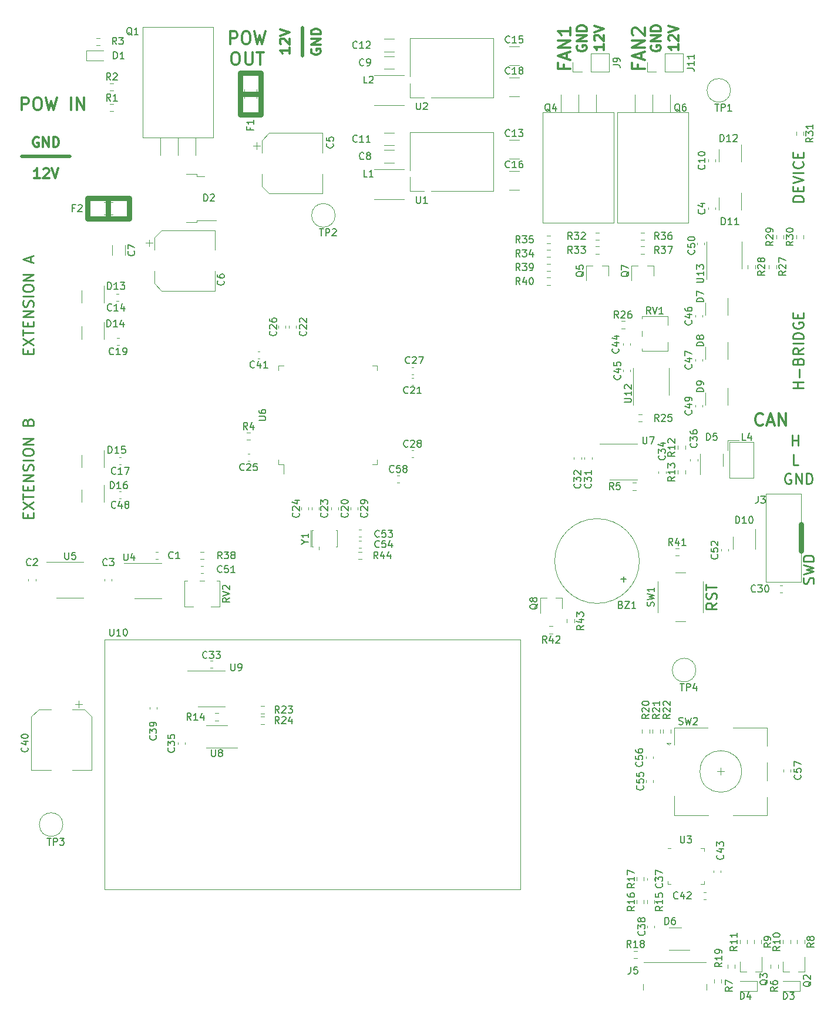
<source format=gbr>
%TF.GenerationSoftware,KiCad,Pcbnew,(5.1.10)-1*%
%TF.CreationDate,2021-12-22T14:35:30+01:00*%
%TF.ProjectId,vca_main_board,7663615f-6d61-4696-9e5f-626f6172642e,rev?*%
%TF.SameCoordinates,Original*%
%TF.FileFunction,Legend,Top*%
%TF.FilePolarity,Positive*%
%FSLAX46Y46*%
G04 Gerber Fmt 4.6, Leading zero omitted, Abs format (unit mm)*
G04 Created by KiCad (PCBNEW (5.1.10)-1) date 2021-12-22 14:35:30*
%MOMM*%
%LPD*%
G01*
G04 APERTURE LIST*
%ADD10C,0.250000*%
%ADD11C,0.300000*%
%ADD12C,0.500000*%
%ADD13C,0.800000*%
%ADD14C,0.120000*%
%ADD15C,0.150000*%
G04 APERTURE END LIST*
D10*
X31392857Y-116035714D02*
X31392857Y-115535714D01*
X32178571Y-115321428D02*
X32178571Y-116035714D01*
X30678571Y-116035714D01*
X30678571Y-115321428D01*
X30678571Y-114821428D02*
X32178571Y-113821428D01*
X30678571Y-113821428D02*
X32178571Y-114821428D01*
X30678571Y-113464285D02*
X30678571Y-112607142D01*
X32178571Y-113035714D02*
X30678571Y-113035714D01*
X31392857Y-112107142D02*
X31392857Y-111607142D01*
X32178571Y-111392857D02*
X32178571Y-112107142D01*
X30678571Y-112107142D01*
X30678571Y-111392857D01*
X32178571Y-110750000D02*
X30678571Y-110750000D01*
X32178571Y-109892857D01*
X30678571Y-109892857D01*
X32107142Y-109250000D02*
X32178571Y-109035714D01*
X32178571Y-108678571D01*
X32107142Y-108535714D01*
X32035714Y-108464285D01*
X31892857Y-108392857D01*
X31750000Y-108392857D01*
X31607142Y-108464285D01*
X31535714Y-108535714D01*
X31464285Y-108678571D01*
X31392857Y-108964285D01*
X31321428Y-109107142D01*
X31250000Y-109178571D01*
X31107142Y-109250000D01*
X30964285Y-109250000D01*
X30821428Y-109178571D01*
X30750000Y-109107142D01*
X30678571Y-108964285D01*
X30678571Y-108607142D01*
X30750000Y-108392857D01*
X32178571Y-107750000D02*
X30678571Y-107750000D01*
X30678571Y-106750000D02*
X30678571Y-106464285D01*
X30750000Y-106321428D01*
X30892857Y-106178571D01*
X31178571Y-106107142D01*
X31678571Y-106107142D01*
X31964285Y-106178571D01*
X32107142Y-106321428D01*
X32178571Y-106464285D01*
X32178571Y-106750000D01*
X32107142Y-106892857D01*
X31964285Y-107035714D01*
X31678571Y-107107142D01*
X31178571Y-107107142D01*
X30892857Y-107035714D01*
X30750000Y-106892857D01*
X30678571Y-106750000D01*
X32178571Y-105464285D02*
X30678571Y-105464285D01*
X32178571Y-104607142D01*
X30678571Y-104607142D01*
X31392857Y-102250000D02*
X31464285Y-102035714D01*
X31535714Y-101964285D01*
X31678571Y-101892857D01*
X31892857Y-101892857D01*
X32035714Y-101964285D01*
X32107142Y-102035714D01*
X32178571Y-102178571D01*
X32178571Y-102750000D01*
X30678571Y-102750000D01*
X30678571Y-102250000D01*
X30750000Y-102107142D01*
X30821428Y-102035714D01*
X30964285Y-101964285D01*
X31107142Y-101964285D01*
X31250000Y-102035714D01*
X31321428Y-102107142D01*
X31392857Y-102250000D01*
X31392857Y-102750000D01*
X31392857Y-92428571D02*
X31392857Y-91928571D01*
X32178571Y-91714285D02*
X32178571Y-92428571D01*
X30678571Y-92428571D01*
X30678571Y-91714285D01*
X30678571Y-91214285D02*
X32178571Y-90214285D01*
X30678571Y-90214285D02*
X32178571Y-91214285D01*
X30678571Y-89857142D02*
X30678571Y-89000000D01*
X32178571Y-89428571D02*
X30678571Y-89428571D01*
X31392857Y-88500000D02*
X31392857Y-88000000D01*
X32178571Y-87785714D02*
X32178571Y-88500000D01*
X30678571Y-88500000D01*
X30678571Y-87785714D01*
X32178571Y-87142857D02*
X30678571Y-87142857D01*
X32178571Y-86285714D01*
X30678571Y-86285714D01*
X32107142Y-85642857D02*
X32178571Y-85428571D01*
X32178571Y-85071428D01*
X32107142Y-84928571D01*
X32035714Y-84857142D01*
X31892857Y-84785714D01*
X31750000Y-84785714D01*
X31607142Y-84857142D01*
X31535714Y-84928571D01*
X31464285Y-85071428D01*
X31392857Y-85357142D01*
X31321428Y-85500000D01*
X31250000Y-85571428D01*
X31107142Y-85642857D01*
X30964285Y-85642857D01*
X30821428Y-85571428D01*
X30750000Y-85500000D01*
X30678571Y-85357142D01*
X30678571Y-85000000D01*
X30750000Y-84785714D01*
X32178571Y-84142857D02*
X30678571Y-84142857D01*
X30678571Y-83142857D02*
X30678571Y-82857142D01*
X30750000Y-82714285D01*
X30892857Y-82571428D01*
X31178571Y-82500000D01*
X31678571Y-82500000D01*
X31964285Y-82571428D01*
X32107142Y-82714285D01*
X32178571Y-82857142D01*
X32178571Y-83142857D01*
X32107142Y-83285714D01*
X31964285Y-83428571D01*
X31678571Y-83500000D01*
X31178571Y-83500000D01*
X30892857Y-83428571D01*
X30750000Y-83285714D01*
X30678571Y-83142857D01*
X32178571Y-81857142D02*
X30678571Y-81857142D01*
X32178571Y-81000000D01*
X30678571Y-81000000D01*
X31750000Y-79214285D02*
X31750000Y-78500000D01*
X32178571Y-79357142D02*
X30678571Y-78857142D01*
X32178571Y-78357142D01*
X143178571Y-70500000D02*
X141678571Y-70500000D01*
X141678571Y-70142857D01*
X141750000Y-69928571D01*
X141892857Y-69785714D01*
X142035714Y-69714285D01*
X142321428Y-69642857D01*
X142535714Y-69642857D01*
X142821428Y-69714285D01*
X142964285Y-69785714D01*
X143107142Y-69928571D01*
X143178571Y-70142857D01*
X143178571Y-70500000D01*
X142392857Y-69000000D02*
X142392857Y-68500000D01*
X143178571Y-68285714D02*
X143178571Y-69000000D01*
X141678571Y-69000000D01*
X141678571Y-68285714D01*
X141678571Y-67857142D02*
X143178571Y-67357142D01*
X141678571Y-66857142D01*
X143178571Y-66357142D02*
X141678571Y-66357142D01*
X143035714Y-64785714D02*
X143107142Y-64857142D01*
X143178571Y-65071428D01*
X143178571Y-65214285D01*
X143107142Y-65428571D01*
X142964285Y-65571428D01*
X142821428Y-65642857D01*
X142535714Y-65714285D01*
X142321428Y-65714285D01*
X142035714Y-65642857D01*
X141892857Y-65571428D01*
X141750000Y-65428571D01*
X141678571Y-65214285D01*
X141678571Y-65071428D01*
X141750000Y-64857142D01*
X141821428Y-64785714D01*
X142392857Y-64142857D02*
X142392857Y-63642857D01*
X143178571Y-63428571D02*
X143178571Y-64142857D01*
X141678571Y-64142857D01*
X141678571Y-63428571D01*
X143178571Y-97392857D02*
X141678571Y-97392857D01*
X142392857Y-97392857D02*
X142392857Y-96535714D01*
X143178571Y-96535714D02*
X141678571Y-96535714D01*
X142607142Y-95821428D02*
X142607142Y-94678571D01*
X142392857Y-93464285D02*
X142464285Y-93250000D01*
X142535714Y-93178571D01*
X142678571Y-93107142D01*
X142892857Y-93107142D01*
X143035714Y-93178571D01*
X143107142Y-93250000D01*
X143178571Y-93392857D01*
X143178571Y-93964285D01*
X141678571Y-93964285D01*
X141678571Y-93464285D01*
X141750000Y-93321428D01*
X141821428Y-93250000D01*
X141964285Y-93178571D01*
X142107142Y-93178571D01*
X142250000Y-93250000D01*
X142321428Y-93321428D01*
X142392857Y-93464285D01*
X142392857Y-93964285D01*
X143178571Y-91607142D02*
X142464285Y-92107142D01*
X143178571Y-92464285D02*
X141678571Y-92464285D01*
X141678571Y-91892857D01*
X141750000Y-91750000D01*
X141821428Y-91678571D01*
X141964285Y-91607142D01*
X142178571Y-91607142D01*
X142321428Y-91678571D01*
X142392857Y-91750000D01*
X142464285Y-91892857D01*
X142464285Y-92464285D01*
X143178571Y-90964285D02*
X141678571Y-90964285D01*
X143178571Y-90250000D02*
X141678571Y-90250000D01*
X141678571Y-89892857D01*
X141750000Y-89678571D01*
X141892857Y-89535714D01*
X142035714Y-89464285D01*
X142321428Y-89392857D01*
X142535714Y-89392857D01*
X142821428Y-89464285D01*
X142964285Y-89535714D01*
X143107142Y-89678571D01*
X143178571Y-89892857D01*
X143178571Y-90250000D01*
X141750000Y-87964285D02*
X141678571Y-88107142D01*
X141678571Y-88321428D01*
X141750000Y-88535714D01*
X141892857Y-88678571D01*
X142035714Y-88750000D01*
X142321428Y-88821428D01*
X142535714Y-88821428D01*
X142821428Y-88750000D01*
X142964285Y-88678571D01*
X143107142Y-88535714D01*
X143178571Y-88321428D01*
X143178571Y-88178571D01*
X143107142Y-87964285D01*
X143035714Y-87892857D01*
X142535714Y-87892857D01*
X142535714Y-88178571D01*
X142392857Y-87250000D02*
X142392857Y-86750000D01*
X143178571Y-86535714D02*
X143178571Y-87250000D01*
X141678571Y-87250000D01*
X141678571Y-86535714D01*
X130678571Y-128321428D02*
X129964285Y-128821428D01*
X130678571Y-129178571D02*
X129178571Y-129178571D01*
X129178571Y-128607142D01*
X129250000Y-128464285D01*
X129321428Y-128392857D01*
X129464285Y-128321428D01*
X129678571Y-128321428D01*
X129821428Y-128392857D01*
X129892857Y-128464285D01*
X129964285Y-128607142D01*
X129964285Y-129178571D01*
X130607142Y-127750000D02*
X130678571Y-127535714D01*
X130678571Y-127178571D01*
X130607142Y-127035714D01*
X130535714Y-126964285D01*
X130392857Y-126892857D01*
X130250000Y-126892857D01*
X130107142Y-126964285D01*
X130035714Y-127035714D01*
X129964285Y-127178571D01*
X129892857Y-127464285D01*
X129821428Y-127607142D01*
X129750000Y-127678571D01*
X129607142Y-127750000D01*
X129464285Y-127750000D01*
X129321428Y-127678571D01*
X129250000Y-127607142D01*
X129178571Y-127464285D01*
X129178571Y-127107142D01*
X129250000Y-126892857D01*
X129178571Y-126464285D02*
X129178571Y-125607142D01*
X130678571Y-126035714D02*
X129178571Y-126035714D01*
X144607142Y-125535714D02*
X144678571Y-125321428D01*
X144678571Y-124964285D01*
X144607142Y-124821428D01*
X144535714Y-124750000D01*
X144392857Y-124678571D01*
X144250000Y-124678571D01*
X144107142Y-124750000D01*
X144035714Y-124821428D01*
X143964285Y-124964285D01*
X143892857Y-125250000D01*
X143821428Y-125392857D01*
X143750000Y-125464285D01*
X143607142Y-125535714D01*
X143464285Y-125535714D01*
X143321428Y-125464285D01*
X143250000Y-125392857D01*
X143178571Y-125250000D01*
X143178571Y-124892857D01*
X143250000Y-124678571D01*
X143178571Y-124178571D02*
X144678571Y-123821428D01*
X143607142Y-123535714D01*
X144678571Y-123250000D01*
X143178571Y-122892857D01*
X144678571Y-122321428D02*
X143178571Y-122321428D01*
X143178571Y-121964285D01*
X143250000Y-121750000D01*
X143392857Y-121607142D01*
X143535714Y-121535714D01*
X143821428Y-121464285D01*
X144035714Y-121464285D01*
X144321428Y-121535714D01*
X144464285Y-121607142D01*
X144607142Y-121750000D01*
X144678571Y-121964285D01*
X144678571Y-122321428D01*
X142464285Y-108428571D02*
X141750000Y-108428571D01*
X141750000Y-106928571D01*
X141571428Y-105678571D02*
X141571428Y-104178571D01*
X141571428Y-104892857D02*
X142428571Y-104892857D01*
X142428571Y-105678571D02*
X142428571Y-104178571D01*
X141357142Y-109750000D02*
X141214285Y-109678571D01*
X141000000Y-109678571D01*
X140785714Y-109750000D01*
X140642857Y-109892857D01*
X140571428Y-110035714D01*
X140500000Y-110321428D01*
X140500000Y-110535714D01*
X140571428Y-110821428D01*
X140642857Y-110964285D01*
X140785714Y-111107142D01*
X141000000Y-111178571D01*
X141142857Y-111178571D01*
X141357142Y-111107142D01*
X141428571Y-111035714D01*
X141428571Y-110535714D01*
X141142857Y-110535714D01*
X142071428Y-111178571D02*
X142071428Y-109678571D01*
X142928571Y-111178571D01*
X142928571Y-109678571D01*
X143642857Y-111178571D02*
X143642857Y-109678571D01*
X144000000Y-109678571D01*
X144214285Y-109750000D01*
X144357142Y-109892857D01*
X144428571Y-110035714D01*
X144500000Y-110321428D01*
X144500000Y-110535714D01*
X144428571Y-110821428D01*
X144357142Y-110964285D01*
X144214285Y-111107142D01*
X144000000Y-111178571D01*
X143642857Y-111178571D01*
D11*
X137342857Y-102642857D02*
X137257142Y-102728571D01*
X137000000Y-102814285D01*
X136828571Y-102814285D01*
X136571428Y-102728571D01*
X136400000Y-102557142D01*
X136314285Y-102385714D01*
X136228571Y-102042857D01*
X136228571Y-101785714D01*
X136314285Y-101442857D01*
X136400000Y-101271428D01*
X136571428Y-101100000D01*
X136828571Y-101014285D01*
X137000000Y-101014285D01*
X137257142Y-101100000D01*
X137342857Y-101185714D01*
X138028571Y-102300000D02*
X138885714Y-102300000D01*
X137857142Y-102814285D02*
X138457142Y-101014285D01*
X139057142Y-102814285D01*
X139657142Y-102814285D02*
X139657142Y-101014285D01*
X140685714Y-102814285D01*
X140685714Y-101014285D01*
X119371428Y-50814285D02*
X119371428Y-51414285D01*
X120314285Y-51414285D02*
X118514285Y-51414285D01*
X118514285Y-50557142D01*
X119800000Y-49957142D02*
X119800000Y-49100000D01*
X120314285Y-50128571D02*
X118514285Y-49528571D01*
X120314285Y-48928571D01*
X120314285Y-48328571D02*
X118514285Y-48328571D01*
X120314285Y-47300000D01*
X118514285Y-47300000D01*
X118685714Y-46528571D02*
X118600000Y-46442857D01*
X118514285Y-46271428D01*
X118514285Y-45842857D01*
X118600000Y-45671428D01*
X118685714Y-45585714D01*
X118857142Y-45500000D01*
X119028571Y-45500000D01*
X119285714Y-45585714D01*
X120314285Y-46614285D01*
X120314285Y-45500000D01*
X108671428Y-50814285D02*
X108671428Y-51414285D01*
X109614285Y-51414285D02*
X107814285Y-51414285D01*
X107814285Y-50557142D01*
X109100000Y-49957142D02*
X109100000Y-49100000D01*
X109614285Y-50128571D02*
X107814285Y-49528571D01*
X109614285Y-48928571D01*
X109614285Y-48328571D02*
X107814285Y-48328571D01*
X109614285Y-47300000D01*
X107814285Y-47300000D01*
X109614285Y-45500000D02*
X109614285Y-46528571D01*
X109614285Y-46014285D02*
X107814285Y-46014285D01*
X108071428Y-46185714D01*
X108242857Y-46357142D01*
X108328571Y-46528571D01*
X121300000Y-48066666D02*
X121233333Y-48200000D01*
X121233333Y-48400000D01*
X121300000Y-48600000D01*
X121433333Y-48733333D01*
X121566666Y-48800000D01*
X121833333Y-48866666D01*
X122033333Y-48866666D01*
X122300000Y-48800000D01*
X122433333Y-48733333D01*
X122566666Y-48600000D01*
X122633333Y-48400000D01*
X122633333Y-48266666D01*
X122566666Y-48066666D01*
X122500000Y-48000000D01*
X122033333Y-48000000D01*
X122033333Y-48266666D01*
X122633333Y-47400000D02*
X121233333Y-47400000D01*
X122633333Y-46600000D01*
X121233333Y-46600000D01*
X122633333Y-45933333D02*
X121233333Y-45933333D01*
X121233333Y-45600000D01*
X121300000Y-45400000D01*
X121433333Y-45266666D01*
X121566666Y-45200000D01*
X121833333Y-45133333D01*
X122033333Y-45133333D01*
X122300000Y-45200000D01*
X122433333Y-45266666D01*
X122566666Y-45400000D01*
X122633333Y-45600000D01*
X122633333Y-45933333D01*
X125133333Y-47866666D02*
X125133333Y-48666666D01*
X125133333Y-48266666D02*
X123733333Y-48266666D01*
X123933333Y-48400000D01*
X124066666Y-48533333D01*
X124133333Y-48666666D01*
X123866666Y-47333333D02*
X123800000Y-47266666D01*
X123733333Y-47133333D01*
X123733333Y-46800000D01*
X123800000Y-46666666D01*
X123866666Y-46600000D01*
X124000000Y-46533333D01*
X124133333Y-46533333D01*
X124333333Y-46600000D01*
X125133333Y-47400000D01*
X125133333Y-46533333D01*
X123733333Y-46133333D02*
X125133333Y-45666666D01*
X123733333Y-45200000D01*
X110600000Y-48066666D02*
X110533333Y-48200000D01*
X110533333Y-48400000D01*
X110600000Y-48600000D01*
X110733333Y-48733333D01*
X110866666Y-48800000D01*
X111133333Y-48866666D01*
X111333333Y-48866666D01*
X111600000Y-48800000D01*
X111733333Y-48733333D01*
X111866666Y-48600000D01*
X111933333Y-48400000D01*
X111933333Y-48266666D01*
X111866666Y-48066666D01*
X111800000Y-48000000D01*
X111333333Y-48000000D01*
X111333333Y-48266666D01*
X111933333Y-47400000D02*
X110533333Y-47400000D01*
X111933333Y-46600000D01*
X110533333Y-46600000D01*
X111933333Y-45933333D02*
X110533333Y-45933333D01*
X110533333Y-45600000D01*
X110600000Y-45400000D01*
X110733333Y-45266666D01*
X110866666Y-45200000D01*
X111133333Y-45133333D01*
X111333333Y-45133333D01*
X111600000Y-45200000D01*
X111733333Y-45266666D01*
X111866666Y-45400000D01*
X111933333Y-45600000D01*
X111933333Y-45933333D01*
X114433333Y-47866666D02*
X114433333Y-48666666D01*
X114433333Y-48266666D02*
X113033333Y-48266666D01*
X113233333Y-48400000D01*
X113366666Y-48533333D01*
X113433333Y-48666666D01*
X113166666Y-47333333D02*
X113100000Y-47266666D01*
X113033333Y-47133333D01*
X113033333Y-46800000D01*
X113100000Y-46666666D01*
X113166666Y-46600000D01*
X113300000Y-46533333D01*
X113433333Y-46533333D01*
X113633333Y-46600000D01*
X114433333Y-47400000D01*
X114433333Y-46533333D01*
X113033333Y-46133333D02*
X114433333Y-45666666D01*
X113033333Y-45200000D01*
D12*
X71000000Y-49500000D02*
X71000000Y-45500000D01*
D11*
X72300000Y-48566666D02*
X72233333Y-48700000D01*
X72233333Y-48900000D01*
X72300000Y-49100000D01*
X72433333Y-49233333D01*
X72566666Y-49300000D01*
X72833333Y-49366666D01*
X73033333Y-49366666D01*
X73300000Y-49300000D01*
X73433333Y-49233333D01*
X73566666Y-49100000D01*
X73633333Y-48900000D01*
X73633333Y-48766666D01*
X73566666Y-48566666D01*
X73500000Y-48500000D01*
X73033333Y-48500000D01*
X73033333Y-48766666D01*
X73633333Y-47900000D02*
X72233333Y-47900000D01*
X73633333Y-47100000D01*
X72233333Y-47100000D01*
X73633333Y-46433333D02*
X72233333Y-46433333D01*
X72233333Y-46100000D01*
X72300000Y-45900000D01*
X72433333Y-45766666D01*
X72566666Y-45700000D01*
X72833333Y-45633333D01*
X73033333Y-45633333D01*
X73300000Y-45700000D01*
X73433333Y-45766666D01*
X73566666Y-45900000D01*
X73633333Y-46100000D01*
X73633333Y-46433333D01*
X69133333Y-48366666D02*
X69133333Y-49166666D01*
X69133333Y-48766666D02*
X67733333Y-48766666D01*
X67933333Y-48900000D01*
X68066666Y-49033333D01*
X68133333Y-49166666D01*
X67866666Y-47833333D02*
X67800000Y-47766666D01*
X67733333Y-47633333D01*
X67733333Y-47300000D01*
X67800000Y-47166666D01*
X67866666Y-47100000D01*
X68000000Y-47033333D01*
X68133333Y-47033333D01*
X68333333Y-47100000D01*
X69133333Y-47900000D01*
X69133333Y-47033333D01*
X67733333Y-46633333D02*
X69133333Y-46166666D01*
X67733333Y-45700000D01*
X60557142Y-47814285D02*
X60557142Y-46014285D01*
X61242857Y-46014285D01*
X61414285Y-46100000D01*
X61500000Y-46185714D01*
X61585714Y-46357142D01*
X61585714Y-46614285D01*
X61500000Y-46785714D01*
X61414285Y-46871428D01*
X61242857Y-46957142D01*
X60557142Y-46957142D01*
X62700000Y-46014285D02*
X63042857Y-46014285D01*
X63214285Y-46100000D01*
X63385714Y-46271428D01*
X63471428Y-46614285D01*
X63471428Y-47214285D01*
X63385714Y-47557142D01*
X63214285Y-47728571D01*
X63042857Y-47814285D01*
X62700000Y-47814285D01*
X62528571Y-47728571D01*
X62357142Y-47557142D01*
X62271428Y-47214285D01*
X62271428Y-46614285D01*
X62357142Y-46271428D01*
X62528571Y-46100000D01*
X62700000Y-46014285D01*
X64071428Y-46014285D02*
X64500000Y-47814285D01*
X64842857Y-46528571D01*
X65185714Y-47814285D01*
X65614285Y-46014285D01*
X61200000Y-49014285D02*
X61542857Y-49014285D01*
X61714285Y-49100000D01*
X61885714Y-49271428D01*
X61971428Y-49614285D01*
X61971428Y-50214285D01*
X61885714Y-50557142D01*
X61714285Y-50728571D01*
X61542857Y-50814285D01*
X61200000Y-50814285D01*
X61028571Y-50728571D01*
X60857142Y-50557142D01*
X60771428Y-50214285D01*
X60771428Y-49614285D01*
X60857142Y-49271428D01*
X61028571Y-49100000D01*
X61200000Y-49014285D01*
X62742857Y-49014285D02*
X62742857Y-50471428D01*
X62828571Y-50642857D01*
X62914285Y-50728571D01*
X63085714Y-50814285D01*
X63428571Y-50814285D01*
X63600000Y-50728571D01*
X63685714Y-50642857D01*
X63771428Y-50471428D01*
X63771428Y-49014285D01*
X64371428Y-49014285D02*
X65400000Y-49014285D01*
X64885714Y-50814285D02*
X64885714Y-49014285D01*
D13*
X65000000Y-52012500D02*
X65000000Y-58012500D01*
X65000000Y-58012500D02*
X62000000Y-58012500D01*
X65000000Y-55012500D02*
X62000000Y-55012500D01*
X62000000Y-52012500D02*
X62000000Y-58012500D01*
X65000000Y-52012500D02*
X62000000Y-52012500D01*
X43000000Y-73000000D02*
X43000000Y-70000000D01*
X46000000Y-73000000D02*
X46000000Y-70000000D01*
X40000000Y-73000000D02*
X40000000Y-70000000D01*
X46000000Y-73000000D02*
X40000000Y-73000000D01*
X46000000Y-70000000D02*
X40000000Y-70000000D01*
D11*
X33133333Y-67133333D02*
X32333333Y-67133333D01*
X32733333Y-67133333D02*
X32733333Y-65733333D01*
X32600000Y-65933333D01*
X32466666Y-66066666D01*
X32333333Y-66133333D01*
X33666666Y-65866666D02*
X33733333Y-65800000D01*
X33866666Y-65733333D01*
X34200000Y-65733333D01*
X34333333Y-65800000D01*
X34400000Y-65866666D01*
X34466666Y-66000000D01*
X34466666Y-66133333D01*
X34400000Y-66333333D01*
X33600000Y-67133333D01*
X34466666Y-67133333D01*
X34866666Y-65733333D02*
X35333333Y-67133333D01*
X35800000Y-65733333D01*
X32933333Y-61300000D02*
X32800000Y-61233333D01*
X32600000Y-61233333D01*
X32400000Y-61300000D01*
X32266666Y-61433333D01*
X32200000Y-61566666D01*
X32133333Y-61833333D01*
X32133333Y-62033333D01*
X32200000Y-62300000D01*
X32266666Y-62433333D01*
X32400000Y-62566666D01*
X32600000Y-62633333D01*
X32733333Y-62633333D01*
X32933333Y-62566666D01*
X33000000Y-62500000D01*
X33000000Y-62033333D01*
X32733333Y-62033333D01*
X33600000Y-62633333D02*
X33600000Y-61233333D01*
X34400000Y-62633333D01*
X34400000Y-61233333D01*
X35066666Y-62633333D02*
X35066666Y-61233333D01*
X35400000Y-61233333D01*
X35600000Y-61300000D01*
X35733333Y-61433333D01*
X35800000Y-61566666D01*
X35866666Y-61833333D01*
X35866666Y-62033333D01*
X35800000Y-62300000D01*
X35733333Y-62433333D01*
X35600000Y-62566666D01*
X35400000Y-62633333D01*
X35066666Y-62633333D01*
D12*
X37500000Y-64000000D02*
X30500000Y-64000000D01*
D11*
X30500000Y-57314285D02*
X30500000Y-55514285D01*
X31185714Y-55514285D01*
X31357142Y-55600000D01*
X31442857Y-55685714D01*
X31528571Y-55857142D01*
X31528571Y-56114285D01*
X31442857Y-56285714D01*
X31357142Y-56371428D01*
X31185714Y-56457142D01*
X30500000Y-56457142D01*
X32642857Y-55514285D02*
X32985714Y-55514285D01*
X33157142Y-55600000D01*
X33328571Y-55771428D01*
X33414285Y-56114285D01*
X33414285Y-56714285D01*
X33328571Y-57057142D01*
X33157142Y-57228571D01*
X32985714Y-57314285D01*
X32642857Y-57314285D01*
X32471428Y-57228571D01*
X32300000Y-57057142D01*
X32214285Y-56714285D01*
X32214285Y-56114285D01*
X32300000Y-55771428D01*
X32471428Y-55600000D01*
X32642857Y-55514285D01*
X34014285Y-55514285D02*
X34442857Y-57314285D01*
X34785714Y-56028571D01*
X35128571Y-57314285D01*
X35557142Y-55514285D01*
X37614285Y-57314285D02*
X37614285Y-55514285D01*
X38471428Y-57314285D02*
X38471428Y-55514285D01*
X39500000Y-57314285D01*
X39500000Y-55514285D01*
D14*
%TO.C,C58*%
X84653733Y-109990000D02*
X84946267Y-109990000D01*
X84653733Y-111010000D02*
X84946267Y-111010000D01*
%TO.C,R44*%
X79045276Y-120977500D02*
X79554724Y-120977500D01*
X79045276Y-122022500D02*
X79554724Y-122022500D01*
%TO.C,C57*%
X140290000Y-152646267D02*
X140290000Y-152353733D01*
X141310000Y-152646267D02*
X141310000Y-152353733D01*
%TO.C,C56*%
X120490000Y-150746267D02*
X120490000Y-150453733D01*
X121510000Y-150746267D02*
X121510000Y-150453733D01*
%TO.C,C55*%
X121510000Y-153853733D02*
X121510000Y-154146267D01*
X120490000Y-153853733D02*
X120490000Y-154146267D01*
%TO.C,C54*%
X79153733Y-119390000D02*
X79446267Y-119390000D01*
X79153733Y-120410000D02*
X79446267Y-120410000D01*
%TO.C,C41*%
X64846267Y-93110000D02*
X64553733Y-93110000D01*
X64846267Y-92090000D02*
X64553733Y-92090000D01*
%TO.C,C53*%
X79153733Y-117790000D02*
X79446267Y-117790000D01*
X79153733Y-118810000D02*
X79446267Y-118810000D01*
%TO.C,C48*%
X44846267Y-113310000D02*
X44553733Y-113310000D01*
X44846267Y-112290000D02*
X44553733Y-112290000D01*
%TO.C,C19*%
X44546267Y-91210000D02*
X44253733Y-91210000D01*
X44546267Y-90190000D02*
X44253733Y-90190000D01*
%TO.C,C17*%
X44846267Y-108410000D02*
X44553733Y-108410000D01*
X44846267Y-107390000D02*
X44553733Y-107390000D01*
%TO.C,C14*%
X44446267Y-84810000D02*
X44153733Y-84810000D01*
X44446267Y-83790000D02*
X44153733Y-83790000D01*
%TO.C,D16*%
X39190000Y-112000000D02*
X39190000Y-113800000D01*
X42410000Y-113800000D02*
X42410000Y-111350000D01*
%TO.C,D15*%
X39190000Y-107000000D02*
X39190000Y-108800000D01*
X42410000Y-108800000D02*
X42410000Y-106350000D01*
%TO.C,D14*%
X39190000Y-88500000D02*
X39190000Y-90300000D01*
X42410000Y-90300000D02*
X42410000Y-87850000D01*
%TO.C,D13*%
X39190000Y-83300000D02*
X39190000Y-85100000D01*
X42410000Y-85100000D02*
X42410000Y-82650000D01*
%TO.C,D12*%
X134210000Y-64800000D02*
X134210000Y-62350000D01*
X130990000Y-63000000D02*
X130990000Y-64800000D01*
%TO.C,D11*%
X134210000Y-71700000D02*
X134210000Y-69250000D01*
X130990000Y-69900000D02*
X130990000Y-71700000D01*
%TO.C,C10*%
X130510000Y-64746267D02*
X130510000Y-64453733D01*
X129490000Y-64746267D02*
X129490000Y-64453733D01*
%TO.C,C4*%
X130510000Y-71646267D02*
X130510000Y-71353733D01*
X129490000Y-71646267D02*
X129490000Y-71353733D01*
%TO.C,U3*%
X124115000Y-163640000D02*
X123640000Y-163640000D01*
X128860000Y-168860000D02*
X128860000Y-168385000D01*
X128385000Y-168860000D02*
X128860000Y-168860000D01*
X123640000Y-168860000D02*
X123640000Y-168385000D01*
X124115000Y-168860000D02*
X123640000Y-168860000D01*
X128860000Y-163640000D02*
X128860000Y-164115000D01*
X128385000Y-163640000D02*
X128860000Y-163640000D01*
%TO.C,C40*%
X31890000Y-152360000D02*
X34740000Y-152360000D01*
X40610000Y-152360000D02*
X37760000Y-152360000D01*
X40610000Y-144704437D02*
X40610000Y-152360000D01*
X31890000Y-144704437D02*
X31890000Y-152360000D01*
X32954437Y-143640000D02*
X34740000Y-143640000D01*
X39545563Y-143640000D02*
X37760000Y-143640000D01*
X39545563Y-143640000D02*
X40610000Y-144704437D01*
X32954437Y-143640000D02*
X31890000Y-144704437D01*
X38760000Y-142400000D02*
X38760000Y-143400000D01*
X39260000Y-142900000D02*
X38260000Y-142900000D01*
%TO.C,J5*%
X120190000Y-180106000D02*
X129140000Y-180106000D01*
X129260000Y-183186000D02*
X129260000Y-184086000D01*
X120070000Y-183186000D02*
X120070000Y-184086000D01*
%TO.C,TP4*%
X127700000Y-138000000D02*
G75*
G03*
X127700000Y-138000000I-1700000J0D01*
G01*
%TO.C,TP3*%
X36450000Y-160250000D02*
G75*
G03*
X36450000Y-160250000I-1700000J0D01*
G01*
%TO.C,TP2*%
X75700000Y-72500000D02*
G75*
G03*
X75700000Y-72500000I-1700000J0D01*
G01*
%TO.C,TP1*%
X132700000Y-54500000D02*
G75*
G03*
X132700000Y-54500000I-1700000J0D01*
G01*
%TO.C,RV2*%
X58640000Y-125130000D02*
X59020000Y-125130000D01*
X53980000Y-125130000D02*
X54360000Y-125130000D01*
X56140000Y-125130000D02*
X56860000Y-125130000D01*
X53980000Y-128870000D02*
X55260000Y-128870000D01*
X57740000Y-128870000D02*
X59020000Y-128870000D01*
X53980000Y-125130000D02*
X53980000Y-128870000D01*
X59020000Y-125130000D02*
X59020000Y-128870000D01*
%TO.C,R43*%
X110152500Y-130671276D02*
X110152500Y-131180724D01*
X109107500Y-130671276D02*
X109107500Y-131180724D01*
%TO.C,R42*%
X107090724Y-132718500D02*
X106581276Y-132718500D01*
X107090724Y-131673500D02*
X106581276Y-131673500D01*
%TO.C,R41*%
X124745276Y-120477500D02*
X125254724Y-120477500D01*
X124745276Y-121522500D02*
X125254724Y-121522500D01*
%TO.C,R40*%
X106754724Y-82522500D02*
X106245276Y-82522500D01*
X106754724Y-81477500D02*
X106245276Y-81477500D01*
%TO.C,R39*%
X106245276Y-79477500D02*
X106754724Y-79477500D01*
X106245276Y-80522500D02*
X106754724Y-80522500D01*
%TO.C,R38*%
X56245276Y-120977500D02*
X56754724Y-120977500D01*
X56245276Y-122022500D02*
X56754724Y-122022500D01*
%TO.C,R37*%
X119745276Y-76977500D02*
X120254724Y-76977500D01*
X119745276Y-78022500D02*
X120254724Y-78022500D01*
%TO.C,R36*%
X119745276Y-74977500D02*
X120254724Y-74977500D01*
X119745276Y-76022500D02*
X120254724Y-76022500D01*
%TO.C,R35*%
X106754724Y-76522500D02*
X106245276Y-76522500D01*
X106754724Y-75477500D02*
X106245276Y-75477500D01*
%TO.C,R34*%
X106245276Y-77477500D02*
X106754724Y-77477500D01*
X106245276Y-78522500D02*
X106754724Y-78522500D01*
%TO.C,R33*%
X113245276Y-76977500D02*
X113754724Y-76977500D01*
X113245276Y-78022500D02*
X113754724Y-78022500D01*
%TO.C,R32*%
X113245276Y-74977500D02*
X113754724Y-74977500D01*
X113245276Y-76022500D02*
X113754724Y-76022500D01*
%TO.C,Q8*%
X108416000Y-127626000D02*
X107486000Y-127626000D01*
X105256000Y-127626000D02*
X106186000Y-127626000D01*
X105256000Y-127626000D02*
X105256000Y-129786000D01*
X108416000Y-127626000D02*
X108416000Y-129086000D01*
%TO.C,Q7*%
X121580000Y-79740000D02*
X120650000Y-79740000D01*
X118420000Y-79740000D02*
X119350000Y-79740000D01*
X118420000Y-79740000D02*
X118420000Y-81900000D01*
X121580000Y-79740000D02*
X121580000Y-81200000D01*
%TO.C,Q6*%
X126580000Y-57690000D02*
X116340000Y-57690000D01*
X126580000Y-73580000D02*
X116340000Y-73580000D01*
X126580000Y-73580000D02*
X126580000Y-57690000D01*
X116340000Y-73580000D02*
X116340000Y-57690000D01*
X124000000Y-57690000D02*
X124000000Y-55150000D01*
X121460000Y-57690000D02*
X121460000Y-55150000D01*
X118920000Y-57690000D02*
X118920000Y-55150000D01*
%TO.C,Q5*%
X115080000Y-79740000D02*
X114150000Y-79740000D01*
X111920000Y-79740000D02*
X112850000Y-79740000D01*
X111920000Y-79740000D02*
X111920000Y-81900000D01*
X115080000Y-79740000D02*
X115080000Y-81200000D01*
%TO.C,Q4*%
X115880000Y-57690000D02*
X105640000Y-57690000D01*
X115880000Y-73580000D02*
X105640000Y-73580000D01*
X115880000Y-73580000D02*
X115880000Y-57690000D01*
X105640000Y-73580000D02*
X105640000Y-57690000D01*
X113300000Y-57690000D02*
X113300000Y-55150000D01*
X110760000Y-57690000D02*
X110760000Y-55150000D01*
X108220000Y-57690000D02*
X108220000Y-55150000D01*
%TO.C,J11*%
X125870000Y-51830000D02*
X125870000Y-49170000D01*
X123270000Y-51830000D02*
X125870000Y-51830000D01*
X123270000Y-49170000D02*
X125870000Y-49170000D01*
X123270000Y-51830000D02*
X123270000Y-49170000D01*
X122000000Y-51830000D02*
X120670000Y-51830000D01*
X120670000Y-51830000D02*
X120670000Y-50500000D01*
%TO.C,J9*%
X115170000Y-51830000D02*
X115170000Y-49170000D01*
X112570000Y-51830000D02*
X115170000Y-51830000D01*
X112570000Y-49170000D02*
X115170000Y-49170000D01*
X112570000Y-51830000D02*
X112570000Y-49170000D01*
X111300000Y-51830000D02*
X109970000Y-51830000D01*
X109970000Y-51830000D02*
X109970000Y-50500000D01*
%TO.C,D10*%
X133042000Y-118798000D02*
X133042000Y-120598000D01*
X136262000Y-120598000D02*
X136262000Y-117648000D01*
%TO.C,C52*%
X131348000Y-120860267D02*
X131348000Y-120567733D01*
X132368000Y-120860267D02*
X132368000Y-120567733D01*
%TO.C,C51*%
X56646267Y-124010000D02*
X56353733Y-124010000D01*
X56646267Y-122990000D02*
X56353733Y-122990000D01*
%TO.C,BZ1*%
X119550000Y-122290000D02*
G75*
G03*
X119550000Y-122290000I-6100000J0D01*
G01*
%TO.C,L4*%
X132328000Y-104881000D02*
X133928000Y-104881000D01*
X132328000Y-104881000D02*
X132328000Y-106326000D01*
X132568000Y-105131000D02*
X135988000Y-105131000D01*
X135988000Y-105131000D02*
X135988000Y-110321000D01*
X132568000Y-110321000D02*
X135988000Y-110321000D01*
X132568000Y-105131000D02*
X132568000Y-110321000D01*
%TO.C,Y1*%
X75946000Y-117852000D02*
X75946000Y-119852000D01*
X72346000Y-119852000D02*
X72346000Y-117852000D01*
X73396000Y-120252000D02*
X73396000Y-120652000D01*
X72146000Y-117852000D02*
X72146000Y-119852000D01*
X75946000Y-119852000D02*
X75946000Y-120252000D01*
X72346000Y-119852000D02*
X72346000Y-120252000D01*
X72146000Y-119852000D02*
X72146000Y-120252000D01*
X72346000Y-117852000D02*
X72496000Y-117852000D01*
X72346000Y-120252000D02*
X72496000Y-120252000D01*
X73396000Y-120252000D02*
X73346000Y-120252000D01*
X75946000Y-120252000D02*
X75796000Y-120252000D01*
X75946000Y-117852000D02*
X75796000Y-117852000D01*
%TO.C,U13*%
X134346000Y-78226000D02*
X134346000Y-76276000D01*
X134346000Y-78226000D02*
X134346000Y-80176000D01*
X129226000Y-78226000D02*
X129226000Y-76276000D01*
X129226000Y-78226000D02*
X129226000Y-81676000D01*
%TO.C,U12*%
X123812000Y-96404000D02*
X123812000Y-94454000D01*
X123812000Y-96404000D02*
X123812000Y-98354000D01*
X118692000Y-96404000D02*
X118692000Y-94454000D01*
X118692000Y-96404000D02*
X118692000Y-99854000D01*
%TO.C,U10*%
X42436000Y-133606000D02*
X102436000Y-133606000D01*
X102436000Y-133606000D02*
X102436000Y-169606000D01*
X102436000Y-169606000D02*
X42436000Y-169606000D01*
X42436000Y-169606000D02*
X42436000Y-133606000D01*
%TO.C,U9*%
X57866000Y-143244000D02*
X59816000Y-143244000D01*
X57866000Y-143244000D02*
X55916000Y-143244000D01*
X57866000Y-138124000D02*
X59816000Y-138124000D01*
X57866000Y-138124000D02*
X54416000Y-138124000D01*
%TO.C,U8*%
X58628000Y-145932000D02*
X57128000Y-145932000D01*
X58628000Y-145932000D02*
X60128000Y-145932000D01*
X58628000Y-149152000D02*
X57128000Y-149152000D01*
X58628000Y-149152000D02*
X61553000Y-149152000D01*
%TO.C,U7*%
X117260000Y-110540000D02*
X119210000Y-110540000D01*
X117260000Y-110540000D02*
X115310000Y-110540000D01*
X117260000Y-105420000D02*
X119210000Y-105420000D01*
X117260000Y-105420000D02*
X113810000Y-105420000D01*
%TO.C,U6*%
X81764000Y-94862000D02*
X81764000Y-94162000D01*
X81764000Y-94162000D02*
X81064000Y-94162000D01*
X81764000Y-107682000D02*
X81764000Y-108382000D01*
X81764000Y-108382000D02*
X81064000Y-108382000D01*
X67544000Y-94862000D02*
X67544000Y-94162000D01*
X67544000Y-94162000D02*
X68244000Y-94162000D01*
X67544000Y-107682000D02*
X67544000Y-108382000D01*
X67544000Y-108382000D02*
X68244000Y-108382000D01*
X68244000Y-108382000D02*
X68244000Y-109747000D01*
%TO.C,U5*%
X37500000Y-127560000D02*
X39450000Y-127560000D01*
X37500000Y-127560000D02*
X35550000Y-127560000D01*
X37500000Y-122440000D02*
X39450000Y-122440000D01*
X37500000Y-122440000D02*
X34050000Y-122440000D01*
%TO.C,U4*%
X48690000Y-127710000D02*
X50640000Y-127710000D01*
X48690000Y-127710000D02*
X46740000Y-127710000D01*
X48690000Y-122590000D02*
X50640000Y-122590000D01*
X48690000Y-122590000D02*
X45240000Y-122590000D01*
%TO.C,SW2*%
X134286000Y-152598000D02*
G75*
G03*
X134286000Y-152598000I-3000000J0D01*
G01*
X133086000Y-146298000D02*
X137986000Y-146298000D01*
X137986000Y-158898000D02*
X133086000Y-158898000D01*
X129486000Y-158898000D02*
X124586000Y-158898000D01*
X124586000Y-158898000D02*
X124586000Y-156098000D01*
X129386000Y-146298000D02*
X124586000Y-146298000D01*
X124586000Y-146298000D02*
X124586000Y-148798000D01*
X123786000Y-148798000D02*
X123486000Y-148498000D01*
X123486000Y-148498000D02*
X124086000Y-148498000D01*
X124086000Y-148498000D02*
X123786000Y-148798000D01*
X137986000Y-146298000D02*
X137986000Y-148898000D01*
X137986000Y-151298000D02*
X137986000Y-153898000D01*
X137986000Y-156298000D02*
X137986000Y-158898000D01*
X131286000Y-152098000D02*
X131286000Y-153098000D01*
X130786000Y-152598000D02*
X131786000Y-152598000D01*
%TO.C,SW1*%
X128714000Y-129696000D02*
X128714000Y-125196000D01*
X124714000Y-130946000D02*
X126214000Y-130946000D01*
X122214000Y-125196000D02*
X122214000Y-129696000D01*
X126214000Y-123946000D02*
X124714000Y-123946000D01*
%TO.C,RV1*%
X119890000Y-87406000D02*
X119890000Y-87026000D01*
X119890000Y-92066000D02*
X119890000Y-91686000D01*
X119890000Y-89906000D02*
X119890000Y-89186000D01*
X123630000Y-92066000D02*
X123630000Y-90786000D01*
X123630000Y-88306000D02*
X123630000Y-87026000D01*
X119890000Y-92066000D02*
X123630000Y-92066000D01*
X119890000Y-87026000D02*
X123630000Y-87026000D01*
%TO.C,R31*%
X143222500Y-60445276D02*
X143222500Y-60954724D01*
X142177500Y-60445276D02*
X142177500Y-60954724D01*
%TO.C,R30*%
X142177500Y-75854724D02*
X142177500Y-75345276D01*
X143222500Y-75854724D02*
X143222500Y-75345276D01*
%TO.C,R29*%
X139277500Y-75854724D02*
X139277500Y-75345276D01*
X140322500Y-75854724D02*
X140322500Y-75345276D01*
%TO.C,R28*%
X136252500Y-79639276D02*
X136252500Y-80148724D01*
X135207500Y-79639276D02*
X135207500Y-80148724D01*
%TO.C,R27*%
X139300500Y-79639276D02*
X139300500Y-80148724D01*
X138255500Y-79639276D02*
X138255500Y-80148724D01*
%TO.C,R26*%
X116933276Y-87753500D02*
X117442724Y-87753500D01*
X116933276Y-88798500D02*
X117442724Y-88798500D01*
%TO.C,R25*%
X119954724Y-102222500D02*
X119445276Y-102222500D01*
X119954724Y-101177500D02*
X119445276Y-101177500D01*
%TO.C,R24*%
X64977276Y-144733500D02*
X65486724Y-144733500D01*
X64977276Y-145778500D02*
X65486724Y-145778500D01*
%TO.C,R23*%
X64977276Y-143209500D02*
X65486724Y-143209500D01*
X64977276Y-144254500D02*
X65486724Y-144254500D01*
%TO.C,R22*%
X123009500Y-147050724D02*
X123009500Y-146541276D01*
X124054500Y-147050724D02*
X124054500Y-146541276D01*
%TO.C,R21*%
X121485500Y-147050724D02*
X121485500Y-146541276D01*
X122530500Y-147050724D02*
X122530500Y-146541276D01*
%TO.C,R20*%
X119961500Y-147050724D02*
X119961500Y-146541276D01*
X121006500Y-147050724D02*
X121006500Y-146541276D01*
%TO.C,R19*%
X130311500Y-183072724D02*
X130311500Y-182563276D01*
X131356500Y-183072724D02*
X131356500Y-182563276D01*
%TO.C,R18*%
X119254724Y-179522500D02*
X118745276Y-179522500D01*
X119254724Y-178477500D02*
X118745276Y-178477500D01*
%TO.C,R17*%
X119135500Y-168340724D02*
X119135500Y-167831276D01*
X120180500Y-168340724D02*
X120180500Y-167831276D01*
%TO.C,R16*%
X119135500Y-171642724D02*
X119135500Y-171133276D01*
X120180500Y-171642724D02*
X120180500Y-171133276D01*
%TO.C,R15*%
X120659500Y-171642724D02*
X120659500Y-171133276D01*
X121704500Y-171642724D02*
X121704500Y-171133276D01*
%TO.C,R14*%
X58882724Y-145270500D02*
X58373276Y-145270500D01*
X58882724Y-144225500D02*
X58373276Y-144225500D01*
%TO.C,R13*%
X125119500Y-109758724D02*
X125119500Y-109249276D01*
X126164500Y-109758724D02*
X126164500Y-109249276D01*
%TO.C,R12*%
X125119500Y-106202724D02*
X125119500Y-105693276D01*
X126164500Y-106202724D02*
X126164500Y-105693276D01*
%TO.C,R11*%
X134069500Y-177410724D02*
X134069500Y-176901276D01*
X135114500Y-177410724D02*
X135114500Y-176901276D01*
%TO.C,R10*%
X140277500Y-177410724D02*
X140277500Y-176901276D01*
X141322500Y-177410724D02*
X141322500Y-176901276D01*
%TO.C,R9*%
X137146500Y-176901276D02*
X137146500Y-177410724D01*
X136101500Y-176901276D02*
X136101500Y-177410724D01*
%TO.C,R8*%
X143354500Y-176901276D02*
X143354500Y-177410724D01*
X142309500Y-176901276D02*
X142309500Y-177410724D01*
%TO.C,R7*%
X132291500Y-180966724D02*
X132291500Y-180457276D01*
X133336500Y-180966724D02*
X133336500Y-180457276D01*
%TO.C,R6*%
X138499500Y-180966724D02*
X138499500Y-180457276D01*
X139544500Y-180966724D02*
X139544500Y-180457276D01*
%TO.C,R5*%
X119038724Y-112058500D02*
X118529276Y-112058500D01*
X119038724Y-111013500D02*
X118529276Y-111013500D01*
%TO.C,R4*%
X62969276Y-103797500D02*
X63478724Y-103797500D01*
X62969276Y-104842500D02*
X63478724Y-104842500D01*
%TO.C,Q3*%
X134028000Y-181472000D02*
X134958000Y-181472000D01*
X137188000Y-181472000D02*
X136258000Y-181472000D01*
X137188000Y-181472000D02*
X137188000Y-179312000D01*
X134028000Y-181472000D02*
X134028000Y-180012000D01*
%TO.C,Q2*%
X140236000Y-181472000D02*
X141166000Y-181472000D01*
X143396000Y-181472000D02*
X142466000Y-181472000D01*
X143396000Y-181472000D02*
X143396000Y-179312000D01*
X140236000Y-181472000D02*
X140236000Y-180012000D01*
%TO.C,Q1*%
X47920000Y-61310000D02*
X58160000Y-61310000D01*
X47920000Y-45420000D02*
X58160000Y-45420000D01*
X47920000Y-45420000D02*
X47920000Y-61310000D01*
X58160000Y-45420000D02*
X58160000Y-61310000D01*
X50500000Y-61310000D02*
X50500000Y-63850000D01*
X53040000Y-61310000D02*
X53040000Y-63850000D01*
X55580000Y-61310000D02*
X55580000Y-63850000D01*
%TO.C,J3*%
X137827000Y-125286000D02*
X137827000Y-112586000D01*
X137827000Y-112586000D02*
X142907000Y-112586000D01*
X142907000Y-125286000D02*
X137827000Y-125286000D01*
X142907000Y-125286000D02*
X142907000Y-119571000D01*
X142907000Y-118301000D02*
X142907000Y-112586000D01*
D13*
X142907000Y-120841000D02*
X142907000Y-117031000D01*
D14*
%TO.C,D9*%
X129040000Y-98044000D02*
X129040000Y-99844000D01*
X132260000Y-99844000D02*
X132260000Y-97394000D01*
%TO.C,D8*%
X129040000Y-91440000D02*
X129040000Y-93240000D01*
X132260000Y-93240000D02*
X132260000Y-90790000D01*
%TO.C,D7*%
X129040000Y-85090000D02*
X129040000Y-86890000D01*
X132260000Y-86890000D02*
X132260000Y-84440000D01*
%TO.C,D6*%
X125638000Y-175112000D02*
X123838000Y-175112000D01*
X123838000Y-178332000D02*
X126788000Y-178332000D01*
%TO.C,D5*%
X131570000Y-108626000D02*
X131570000Y-106826000D01*
X128350000Y-106826000D02*
X128350000Y-109776000D01*
%TO.C,D4*%
X134046000Y-184241000D02*
X136506000Y-184241000D01*
X136506000Y-184241000D02*
X136506000Y-182771000D01*
X136506000Y-182771000D02*
X134046000Y-182771000D01*
%TO.C,D3*%
X140254000Y-184241000D02*
X142714000Y-184241000D01*
X142714000Y-184241000D02*
X142714000Y-182771000D01*
X142714000Y-182771000D02*
X140254000Y-182771000D01*
%TO.C,D2*%
X54245000Y-73475000D02*
X55745000Y-73475000D01*
X55745000Y-73475000D02*
X55745000Y-73205000D01*
X55745000Y-73205000D02*
X58575000Y-73205000D01*
X54245000Y-66575000D02*
X55745000Y-66575000D01*
X55745000Y-66575000D02*
X55745000Y-66845000D01*
X55745000Y-66845000D02*
X56845000Y-66845000D01*
%TO.C,C50*%
X128874000Y-76445733D02*
X128874000Y-76738267D01*
X127854000Y-76445733D02*
X127854000Y-76738267D01*
%TO.C,C49*%
X127600000Y-100106267D02*
X127600000Y-99813733D01*
X128620000Y-100106267D02*
X128620000Y-99813733D01*
%TO.C,C47*%
X127600000Y-93502267D02*
X127600000Y-93209733D01*
X128620000Y-93502267D02*
X128620000Y-93209733D01*
%TO.C,C46*%
X127600000Y-87152267D02*
X127600000Y-86859733D01*
X128620000Y-87152267D02*
X128620000Y-86859733D01*
%TO.C,C45*%
X118206000Y-94733733D02*
X118206000Y-95026267D01*
X117186000Y-94733733D02*
X117186000Y-95026267D01*
%TO.C,C44*%
X118206000Y-90923733D02*
X118206000Y-91216267D01*
X117186000Y-90923733D02*
X117186000Y-91216267D01*
%TO.C,C43*%
X131260000Y-166853733D02*
X131260000Y-167146267D01*
X130240000Y-166853733D02*
X130240000Y-167146267D01*
%TO.C,C42*%
X128853733Y-169990000D02*
X129146267Y-169990000D01*
X128853733Y-171010000D02*
X129146267Y-171010000D01*
%TO.C,C39*%
X49994000Y-143331733D02*
X49994000Y-143624267D01*
X48974000Y-143331733D02*
X48974000Y-143624267D01*
%TO.C,C38*%
X121692000Y-174797733D02*
X121692000Y-175090267D01*
X120672000Y-174797733D02*
X120672000Y-175090267D01*
%TO.C,C37*%
X120672000Y-168232267D02*
X120672000Y-167939733D01*
X121692000Y-168232267D02*
X121692000Y-167939733D01*
%TO.C,C36*%
X126910000Y-107872267D02*
X126910000Y-107579733D01*
X127930000Y-107872267D02*
X127930000Y-107579733D01*
%TO.C,C35*%
X53038000Y-148704267D02*
X53038000Y-148411733D01*
X54058000Y-148704267D02*
X54058000Y-148411733D01*
%TO.C,C34*%
X123358000Y-109357733D02*
X123358000Y-109650267D01*
X122338000Y-109357733D02*
X122338000Y-109650267D01*
%TO.C,C33*%
X58012267Y-137638000D02*
X57719733Y-137638000D01*
X58012267Y-136618000D02*
X57719733Y-136618000D01*
%TO.C,C32*%
X110146000Y-107618267D02*
X110146000Y-107325733D01*
X111166000Y-107618267D02*
X111166000Y-107325733D01*
%TO.C,C31*%
X111670000Y-107618267D02*
X111670000Y-107325733D01*
X112690000Y-107618267D02*
X112690000Y-107325733D01*
%TO.C,C30*%
X140132267Y-126812000D02*
X139839733Y-126812000D01*
X140132267Y-125792000D02*
X139839733Y-125792000D01*
%TO.C,C29*%
X78974000Y-114587733D02*
X78974000Y-114880267D01*
X77954000Y-114587733D02*
X77954000Y-114880267D01*
%TO.C,C28*%
X86699733Y-106350000D02*
X86992267Y-106350000D01*
X86699733Y-107370000D02*
X86992267Y-107370000D01*
%TO.C,C27*%
X86699733Y-94412000D02*
X86992267Y-94412000D01*
X86699733Y-95432000D02*
X86992267Y-95432000D01*
%TO.C,C26*%
X67540000Y-88718267D02*
X67540000Y-88425733D01*
X68560000Y-88718267D02*
X68560000Y-88425733D01*
%TO.C,C25*%
X63370267Y-107878000D02*
X63077733Y-107878000D01*
X63370267Y-106858000D02*
X63077733Y-106858000D01*
%TO.C,C24*%
X71862000Y-114587733D02*
X71862000Y-114880267D01*
X70842000Y-114587733D02*
X70842000Y-114880267D01*
%TO.C,C23*%
X73386000Y-114587733D02*
X73386000Y-114880267D01*
X72366000Y-114587733D02*
X72366000Y-114880267D01*
%TO.C,C22*%
X69064000Y-88718267D02*
X69064000Y-88425733D01*
X70084000Y-88718267D02*
X70084000Y-88425733D01*
%TO.C,C21*%
X86699733Y-95936000D02*
X86992267Y-95936000D01*
X86699733Y-96956000D02*
X86992267Y-96956000D01*
%TO.C,C20*%
X76180000Y-114587733D02*
X76180000Y-114880267D01*
X75160000Y-114587733D02*
X75160000Y-114880267D01*
%TO.C,C12*%
X82788748Y-47090000D02*
X84211252Y-47090000D01*
X82788748Y-48910000D02*
X84211252Y-48910000D01*
%TO.C,C11*%
X82788748Y-60590000D02*
X84211252Y-60590000D01*
X82788748Y-62410000D02*
X84211252Y-62410000D01*
%TO.C,C9*%
X82788748Y-49590000D02*
X84211252Y-49590000D01*
X82788748Y-51410000D02*
X84211252Y-51410000D01*
%TO.C,C8*%
X82788748Y-63090000D02*
X84211252Y-63090000D01*
X82788748Y-64910000D02*
X84211252Y-64910000D01*
%TO.C,C7*%
X45410000Y-76788748D02*
X45410000Y-78211252D01*
X43590000Y-76788748D02*
X43590000Y-78211252D01*
%TO.C,C6*%
X58360000Y-83360000D02*
X58360000Y-80510000D01*
X58360000Y-74640000D02*
X58360000Y-77490000D01*
X50704437Y-74640000D02*
X58360000Y-74640000D01*
X50704437Y-83360000D02*
X58360000Y-83360000D01*
X49640000Y-82295563D02*
X49640000Y-80510000D01*
X49640000Y-75704437D02*
X49640000Y-77490000D01*
X49640000Y-75704437D02*
X50704437Y-74640000D01*
X49640000Y-82295563D02*
X50704437Y-83360000D01*
X48400000Y-76490000D02*
X49400000Y-76490000D01*
X48900000Y-75990000D02*
X48900000Y-76990000D01*
%TO.C,C5*%
X73860000Y-69360000D02*
X73860000Y-66510000D01*
X73860000Y-60640000D02*
X73860000Y-63490000D01*
X66204437Y-60640000D02*
X73860000Y-60640000D01*
X66204437Y-69360000D02*
X73860000Y-69360000D01*
X65140000Y-68295563D02*
X65140000Y-66510000D01*
X65140000Y-61704437D02*
X65140000Y-63490000D01*
X65140000Y-61704437D02*
X66204437Y-60640000D01*
X65140000Y-68295563D02*
X66204437Y-69360000D01*
X63900000Y-62490000D02*
X64900000Y-62490000D01*
X64400000Y-61990000D02*
X64400000Y-62990000D01*
%TO.C,C3*%
X42490000Y-125146267D02*
X42490000Y-124853733D01*
X43510000Y-125146267D02*
X43510000Y-124853733D01*
%TO.C,C2*%
X31490000Y-125146267D02*
X31490000Y-124853733D01*
X32510000Y-125146267D02*
X32510000Y-124853733D01*
%TO.C,C1*%
X50146267Y-122010000D02*
X49853733Y-122010000D01*
X50146267Y-120990000D02*
X49853733Y-120990000D01*
%TO.C,U2*%
X86500000Y-52500000D02*
X86500000Y-47000000D01*
X88500000Y-55500000D02*
X86500000Y-55500000D01*
X86500000Y-55500000D02*
X86500000Y-53500000D01*
X98500000Y-55000000D02*
X98500000Y-55500000D01*
X98500000Y-55500000D02*
X89500000Y-55500000D01*
X86500000Y-47000000D02*
X98500000Y-47000000D01*
X98500000Y-47000000D02*
X98500000Y-55000000D01*
%TO.C,U1*%
X86500000Y-66000000D02*
X86500000Y-60500000D01*
X88500000Y-69000000D02*
X86500000Y-69000000D01*
X86500000Y-69000000D02*
X86500000Y-67000000D01*
X98500000Y-68500000D02*
X98500000Y-69000000D01*
X98500000Y-69000000D02*
X89500000Y-69000000D01*
X86500000Y-60500000D02*
X98500000Y-60500000D01*
X98500000Y-60500000D02*
X98500000Y-68500000D01*
%TO.C,R3*%
X41245276Y-48022500D02*
X41754724Y-48022500D01*
X41245276Y-46977500D02*
X41754724Y-46977500D01*
%TO.C,R2*%
X43245276Y-54522500D02*
X43754724Y-54522500D01*
X43245276Y-53477500D02*
X43754724Y-53477500D01*
%TO.C,R1*%
X43245276Y-57522500D02*
X43754724Y-57522500D01*
X43245276Y-56477500D02*
X43754724Y-56477500D01*
%TO.C,L2*%
X81346000Y-52346000D02*
X85654000Y-52346000D01*
X85654000Y-56654000D02*
X81346000Y-56654000D01*
%TO.C,L1*%
X81346000Y-65846000D02*
X85654000Y-65846000D01*
X85654000Y-70154000D02*
X81346000Y-70154000D01*
%TO.C,F2*%
X43614564Y-70590000D02*
X42410436Y-70590000D01*
X43614564Y-72410000D02*
X42410436Y-72410000D01*
%TO.C,F1*%
X64410000Y-55602064D02*
X64410000Y-54397936D01*
X62590000Y-55602064D02*
X62590000Y-54397936D01*
%TO.C,D1*%
X39840000Y-50235000D02*
X42300000Y-50235000D01*
X39840000Y-48765000D02*
X39840000Y-50235000D01*
X42300000Y-48765000D02*
X39840000Y-48765000D01*
%TO.C,C18*%
X100788748Y-55360000D02*
X102211252Y-55360000D01*
X100788748Y-52640000D02*
X102211252Y-52640000D01*
%TO.C,C16*%
X100788748Y-68860000D02*
X102211252Y-68860000D01*
X100788748Y-66140000D02*
X102211252Y-66140000D01*
%TO.C,C15*%
X100788748Y-50860000D02*
X102211252Y-50860000D01*
X100788748Y-48140000D02*
X102211252Y-48140000D01*
%TO.C,C13*%
X100788748Y-64360000D02*
X102211252Y-64360000D01*
X100788748Y-61640000D02*
X102211252Y-61640000D01*
%TO.C,C58*%
D15*
X84157142Y-109427142D02*
X84109523Y-109474761D01*
X83966666Y-109522380D01*
X83871428Y-109522380D01*
X83728571Y-109474761D01*
X83633333Y-109379523D01*
X83585714Y-109284285D01*
X83538095Y-109093809D01*
X83538095Y-108950952D01*
X83585714Y-108760476D01*
X83633333Y-108665238D01*
X83728571Y-108570000D01*
X83871428Y-108522380D01*
X83966666Y-108522380D01*
X84109523Y-108570000D01*
X84157142Y-108617619D01*
X85061904Y-108522380D02*
X84585714Y-108522380D01*
X84538095Y-108998571D01*
X84585714Y-108950952D01*
X84680952Y-108903333D01*
X84919047Y-108903333D01*
X85014285Y-108950952D01*
X85061904Y-108998571D01*
X85109523Y-109093809D01*
X85109523Y-109331904D01*
X85061904Y-109427142D01*
X85014285Y-109474761D01*
X84919047Y-109522380D01*
X84680952Y-109522380D01*
X84585714Y-109474761D01*
X84538095Y-109427142D01*
X85680952Y-108950952D02*
X85585714Y-108903333D01*
X85538095Y-108855714D01*
X85490476Y-108760476D01*
X85490476Y-108712857D01*
X85538095Y-108617619D01*
X85585714Y-108570000D01*
X85680952Y-108522380D01*
X85871428Y-108522380D01*
X85966666Y-108570000D01*
X86014285Y-108617619D01*
X86061904Y-108712857D01*
X86061904Y-108760476D01*
X86014285Y-108855714D01*
X85966666Y-108903333D01*
X85871428Y-108950952D01*
X85680952Y-108950952D01*
X85585714Y-108998571D01*
X85538095Y-109046190D01*
X85490476Y-109141428D01*
X85490476Y-109331904D01*
X85538095Y-109427142D01*
X85585714Y-109474761D01*
X85680952Y-109522380D01*
X85871428Y-109522380D01*
X85966666Y-109474761D01*
X86014285Y-109427142D01*
X86061904Y-109331904D01*
X86061904Y-109141428D01*
X86014285Y-109046190D01*
X85966666Y-108998571D01*
X85871428Y-108950952D01*
%TO.C,R44*%
X81857142Y-121952380D02*
X81523809Y-121476190D01*
X81285714Y-121952380D02*
X81285714Y-120952380D01*
X81666666Y-120952380D01*
X81761904Y-121000000D01*
X81809523Y-121047619D01*
X81857142Y-121142857D01*
X81857142Y-121285714D01*
X81809523Y-121380952D01*
X81761904Y-121428571D01*
X81666666Y-121476190D01*
X81285714Y-121476190D01*
X82714285Y-121285714D02*
X82714285Y-121952380D01*
X82476190Y-120904761D02*
X82238095Y-121619047D01*
X82857142Y-121619047D01*
X83666666Y-121285714D02*
X83666666Y-121952380D01*
X83428571Y-120904761D02*
X83190476Y-121619047D01*
X83809523Y-121619047D01*
%TO.C,C57*%
X142757142Y-153105357D02*
X142804761Y-153152976D01*
X142852380Y-153295833D01*
X142852380Y-153391071D01*
X142804761Y-153533928D01*
X142709523Y-153629166D01*
X142614285Y-153676785D01*
X142423809Y-153724404D01*
X142280952Y-153724404D01*
X142090476Y-153676785D01*
X141995238Y-153629166D01*
X141900000Y-153533928D01*
X141852380Y-153391071D01*
X141852380Y-153295833D01*
X141900000Y-153152976D01*
X141947619Y-153105357D01*
X141852380Y-152200595D02*
X141852380Y-152676785D01*
X142328571Y-152724404D01*
X142280952Y-152676785D01*
X142233333Y-152581547D01*
X142233333Y-152343452D01*
X142280952Y-152248214D01*
X142328571Y-152200595D01*
X142423809Y-152152976D01*
X142661904Y-152152976D01*
X142757142Y-152200595D01*
X142804761Y-152248214D01*
X142852380Y-152343452D01*
X142852380Y-152581547D01*
X142804761Y-152676785D01*
X142757142Y-152724404D01*
X141852380Y-151819642D02*
X141852380Y-151152976D01*
X142852380Y-151581547D01*
%TO.C,C56*%
X119927142Y-151242857D02*
X119974761Y-151290476D01*
X120022380Y-151433333D01*
X120022380Y-151528571D01*
X119974761Y-151671428D01*
X119879523Y-151766666D01*
X119784285Y-151814285D01*
X119593809Y-151861904D01*
X119450952Y-151861904D01*
X119260476Y-151814285D01*
X119165238Y-151766666D01*
X119070000Y-151671428D01*
X119022380Y-151528571D01*
X119022380Y-151433333D01*
X119070000Y-151290476D01*
X119117619Y-151242857D01*
X119022380Y-150338095D02*
X119022380Y-150814285D01*
X119498571Y-150861904D01*
X119450952Y-150814285D01*
X119403333Y-150719047D01*
X119403333Y-150480952D01*
X119450952Y-150385714D01*
X119498571Y-150338095D01*
X119593809Y-150290476D01*
X119831904Y-150290476D01*
X119927142Y-150338095D01*
X119974761Y-150385714D01*
X120022380Y-150480952D01*
X120022380Y-150719047D01*
X119974761Y-150814285D01*
X119927142Y-150861904D01*
X119022380Y-149433333D02*
X119022380Y-149623809D01*
X119070000Y-149719047D01*
X119117619Y-149766666D01*
X119260476Y-149861904D01*
X119450952Y-149909523D01*
X119831904Y-149909523D01*
X119927142Y-149861904D01*
X119974761Y-149814285D01*
X120022380Y-149719047D01*
X120022380Y-149528571D01*
X119974761Y-149433333D01*
X119927142Y-149385714D01*
X119831904Y-149338095D01*
X119593809Y-149338095D01*
X119498571Y-149385714D01*
X119450952Y-149433333D01*
X119403333Y-149528571D01*
X119403333Y-149719047D01*
X119450952Y-149814285D01*
X119498571Y-149861904D01*
X119593809Y-149909523D01*
%TO.C,C55*%
X120057142Y-154642857D02*
X120104761Y-154690476D01*
X120152380Y-154833333D01*
X120152380Y-154928571D01*
X120104761Y-155071428D01*
X120009523Y-155166666D01*
X119914285Y-155214285D01*
X119723809Y-155261904D01*
X119580952Y-155261904D01*
X119390476Y-155214285D01*
X119295238Y-155166666D01*
X119200000Y-155071428D01*
X119152380Y-154928571D01*
X119152380Y-154833333D01*
X119200000Y-154690476D01*
X119247619Y-154642857D01*
X119152380Y-153738095D02*
X119152380Y-154214285D01*
X119628571Y-154261904D01*
X119580952Y-154214285D01*
X119533333Y-154119047D01*
X119533333Y-153880952D01*
X119580952Y-153785714D01*
X119628571Y-153738095D01*
X119723809Y-153690476D01*
X119961904Y-153690476D01*
X120057142Y-153738095D01*
X120104761Y-153785714D01*
X120152380Y-153880952D01*
X120152380Y-154119047D01*
X120104761Y-154214285D01*
X120057142Y-154261904D01*
X119152380Y-152785714D02*
X119152380Y-153261904D01*
X119628571Y-153309523D01*
X119580952Y-153261904D01*
X119533333Y-153166666D01*
X119533333Y-152928571D01*
X119580952Y-152833333D01*
X119628571Y-152785714D01*
X119723809Y-152738095D01*
X119961904Y-152738095D01*
X120057142Y-152785714D01*
X120104761Y-152833333D01*
X120152380Y-152928571D01*
X120152380Y-153166666D01*
X120104761Y-153261904D01*
X120057142Y-153309523D01*
%TO.C,C54*%
X82057142Y-120257142D02*
X82009523Y-120304761D01*
X81866666Y-120352380D01*
X81771428Y-120352380D01*
X81628571Y-120304761D01*
X81533333Y-120209523D01*
X81485714Y-120114285D01*
X81438095Y-119923809D01*
X81438095Y-119780952D01*
X81485714Y-119590476D01*
X81533333Y-119495238D01*
X81628571Y-119400000D01*
X81771428Y-119352380D01*
X81866666Y-119352380D01*
X82009523Y-119400000D01*
X82057142Y-119447619D01*
X82961904Y-119352380D02*
X82485714Y-119352380D01*
X82438095Y-119828571D01*
X82485714Y-119780952D01*
X82580952Y-119733333D01*
X82819047Y-119733333D01*
X82914285Y-119780952D01*
X82961904Y-119828571D01*
X83009523Y-119923809D01*
X83009523Y-120161904D01*
X82961904Y-120257142D01*
X82914285Y-120304761D01*
X82819047Y-120352380D01*
X82580952Y-120352380D01*
X82485714Y-120304761D01*
X82438095Y-120257142D01*
X83866666Y-119685714D02*
X83866666Y-120352380D01*
X83628571Y-119304761D02*
X83390476Y-120019047D01*
X84009523Y-120019047D01*
%TO.C,C41*%
X64057142Y-94387142D02*
X64009523Y-94434761D01*
X63866666Y-94482380D01*
X63771428Y-94482380D01*
X63628571Y-94434761D01*
X63533333Y-94339523D01*
X63485714Y-94244285D01*
X63438095Y-94053809D01*
X63438095Y-93910952D01*
X63485714Y-93720476D01*
X63533333Y-93625238D01*
X63628571Y-93530000D01*
X63771428Y-93482380D01*
X63866666Y-93482380D01*
X64009523Y-93530000D01*
X64057142Y-93577619D01*
X64914285Y-93815714D02*
X64914285Y-94482380D01*
X64676190Y-93434761D02*
X64438095Y-94149047D01*
X65057142Y-94149047D01*
X65961904Y-94482380D02*
X65390476Y-94482380D01*
X65676190Y-94482380D02*
X65676190Y-93482380D01*
X65580952Y-93625238D01*
X65485714Y-93720476D01*
X65390476Y-93768095D01*
%TO.C,C53*%
X82057142Y-118757142D02*
X82009523Y-118804761D01*
X81866666Y-118852380D01*
X81771428Y-118852380D01*
X81628571Y-118804761D01*
X81533333Y-118709523D01*
X81485714Y-118614285D01*
X81438095Y-118423809D01*
X81438095Y-118280952D01*
X81485714Y-118090476D01*
X81533333Y-117995238D01*
X81628571Y-117900000D01*
X81771428Y-117852380D01*
X81866666Y-117852380D01*
X82009523Y-117900000D01*
X82057142Y-117947619D01*
X82961904Y-117852380D02*
X82485714Y-117852380D01*
X82438095Y-118328571D01*
X82485714Y-118280952D01*
X82580952Y-118233333D01*
X82819047Y-118233333D01*
X82914285Y-118280952D01*
X82961904Y-118328571D01*
X83009523Y-118423809D01*
X83009523Y-118661904D01*
X82961904Y-118757142D01*
X82914285Y-118804761D01*
X82819047Y-118852380D01*
X82580952Y-118852380D01*
X82485714Y-118804761D01*
X82438095Y-118757142D01*
X83342857Y-117852380D02*
X83961904Y-117852380D01*
X83628571Y-118233333D01*
X83771428Y-118233333D01*
X83866666Y-118280952D01*
X83914285Y-118328571D01*
X83961904Y-118423809D01*
X83961904Y-118661904D01*
X83914285Y-118757142D01*
X83866666Y-118804761D01*
X83771428Y-118852380D01*
X83485714Y-118852380D01*
X83390476Y-118804761D01*
X83342857Y-118757142D01*
%TO.C,C48*%
X44057142Y-114587142D02*
X44009523Y-114634761D01*
X43866666Y-114682380D01*
X43771428Y-114682380D01*
X43628571Y-114634761D01*
X43533333Y-114539523D01*
X43485714Y-114444285D01*
X43438095Y-114253809D01*
X43438095Y-114110952D01*
X43485714Y-113920476D01*
X43533333Y-113825238D01*
X43628571Y-113730000D01*
X43771428Y-113682380D01*
X43866666Y-113682380D01*
X44009523Y-113730000D01*
X44057142Y-113777619D01*
X44914285Y-114015714D02*
X44914285Y-114682380D01*
X44676190Y-113634761D02*
X44438095Y-114349047D01*
X45057142Y-114349047D01*
X45580952Y-114110952D02*
X45485714Y-114063333D01*
X45438095Y-114015714D01*
X45390476Y-113920476D01*
X45390476Y-113872857D01*
X45438095Y-113777619D01*
X45485714Y-113730000D01*
X45580952Y-113682380D01*
X45771428Y-113682380D01*
X45866666Y-113730000D01*
X45914285Y-113777619D01*
X45961904Y-113872857D01*
X45961904Y-113920476D01*
X45914285Y-114015714D01*
X45866666Y-114063333D01*
X45771428Y-114110952D01*
X45580952Y-114110952D01*
X45485714Y-114158571D01*
X45438095Y-114206190D01*
X45390476Y-114301428D01*
X45390476Y-114491904D01*
X45438095Y-114587142D01*
X45485714Y-114634761D01*
X45580952Y-114682380D01*
X45771428Y-114682380D01*
X45866666Y-114634761D01*
X45914285Y-114587142D01*
X45961904Y-114491904D01*
X45961904Y-114301428D01*
X45914285Y-114206190D01*
X45866666Y-114158571D01*
X45771428Y-114110952D01*
%TO.C,C19*%
X43757142Y-92487142D02*
X43709523Y-92534761D01*
X43566666Y-92582380D01*
X43471428Y-92582380D01*
X43328571Y-92534761D01*
X43233333Y-92439523D01*
X43185714Y-92344285D01*
X43138095Y-92153809D01*
X43138095Y-92010952D01*
X43185714Y-91820476D01*
X43233333Y-91725238D01*
X43328571Y-91630000D01*
X43471428Y-91582380D01*
X43566666Y-91582380D01*
X43709523Y-91630000D01*
X43757142Y-91677619D01*
X44709523Y-92582380D02*
X44138095Y-92582380D01*
X44423809Y-92582380D02*
X44423809Y-91582380D01*
X44328571Y-91725238D01*
X44233333Y-91820476D01*
X44138095Y-91868095D01*
X45185714Y-92582380D02*
X45376190Y-92582380D01*
X45471428Y-92534761D01*
X45519047Y-92487142D01*
X45614285Y-92344285D01*
X45661904Y-92153809D01*
X45661904Y-91772857D01*
X45614285Y-91677619D01*
X45566666Y-91630000D01*
X45471428Y-91582380D01*
X45280952Y-91582380D01*
X45185714Y-91630000D01*
X45138095Y-91677619D01*
X45090476Y-91772857D01*
X45090476Y-92010952D01*
X45138095Y-92106190D01*
X45185714Y-92153809D01*
X45280952Y-92201428D01*
X45471428Y-92201428D01*
X45566666Y-92153809D01*
X45614285Y-92106190D01*
X45661904Y-92010952D01*
%TO.C,C17*%
X44057142Y-109687142D02*
X44009523Y-109734761D01*
X43866666Y-109782380D01*
X43771428Y-109782380D01*
X43628571Y-109734761D01*
X43533333Y-109639523D01*
X43485714Y-109544285D01*
X43438095Y-109353809D01*
X43438095Y-109210952D01*
X43485714Y-109020476D01*
X43533333Y-108925238D01*
X43628571Y-108830000D01*
X43771428Y-108782380D01*
X43866666Y-108782380D01*
X44009523Y-108830000D01*
X44057142Y-108877619D01*
X45009523Y-109782380D02*
X44438095Y-109782380D01*
X44723809Y-109782380D02*
X44723809Y-108782380D01*
X44628571Y-108925238D01*
X44533333Y-109020476D01*
X44438095Y-109068095D01*
X45342857Y-108782380D02*
X46009523Y-108782380D01*
X45580952Y-109782380D01*
%TO.C,C14*%
X43457142Y-86157142D02*
X43409523Y-86204761D01*
X43266666Y-86252380D01*
X43171428Y-86252380D01*
X43028571Y-86204761D01*
X42933333Y-86109523D01*
X42885714Y-86014285D01*
X42838095Y-85823809D01*
X42838095Y-85680952D01*
X42885714Y-85490476D01*
X42933333Y-85395238D01*
X43028571Y-85300000D01*
X43171428Y-85252380D01*
X43266666Y-85252380D01*
X43409523Y-85300000D01*
X43457142Y-85347619D01*
X44409523Y-86252380D02*
X43838095Y-86252380D01*
X44123809Y-86252380D02*
X44123809Y-85252380D01*
X44028571Y-85395238D01*
X43933333Y-85490476D01*
X43838095Y-85538095D01*
X45266666Y-85585714D02*
X45266666Y-86252380D01*
X45028571Y-85204761D02*
X44790476Y-85919047D01*
X45409523Y-85919047D01*
%TO.C,D16*%
X43285714Y-111852380D02*
X43285714Y-110852380D01*
X43523809Y-110852380D01*
X43666666Y-110900000D01*
X43761904Y-110995238D01*
X43809523Y-111090476D01*
X43857142Y-111280952D01*
X43857142Y-111423809D01*
X43809523Y-111614285D01*
X43761904Y-111709523D01*
X43666666Y-111804761D01*
X43523809Y-111852380D01*
X43285714Y-111852380D01*
X44809523Y-111852380D02*
X44238095Y-111852380D01*
X44523809Y-111852380D02*
X44523809Y-110852380D01*
X44428571Y-110995238D01*
X44333333Y-111090476D01*
X44238095Y-111138095D01*
X45666666Y-110852380D02*
X45476190Y-110852380D01*
X45380952Y-110900000D01*
X45333333Y-110947619D01*
X45238095Y-111090476D01*
X45190476Y-111280952D01*
X45190476Y-111661904D01*
X45238095Y-111757142D01*
X45285714Y-111804761D01*
X45380952Y-111852380D01*
X45571428Y-111852380D01*
X45666666Y-111804761D01*
X45714285Y-111757142D01*
X45761904Y-111661904D01*
X45761904Y-111423809D01*
X45714285Y-111328571D01*
X45666666Y-111280952D01*
X45571428Y-111233333D01*
X45380952Y-111233333D01*
X45285714Y-111280952D01*
X45238095Y-111328571D01*
X45190476Y-111423809D01*
%TO.C,D15*%
X42985714Y-106752380D02*
X42985714Y-105752380D01*
X43223809Y-105752380D01*
X43366666Y-105800000D01*
X43461904Y-105895238D01*
X43509523Y-105990476D01*
X43557142Y-106180952D01*
X43557142Y-106323809D01*
X43509523Y-106514285D01*
X43461904Y-106609523D01*
X43366666Y-106704761D01*
X43223809Y-106752380D01*
X42985714Y-106752380D01*
X44509523Y-106752380D02*
X43938095Y-106752380D01*
X44223809Y-106752380D02*
X44223809Y-105752380D01*
X44128571Y-105895238D01*
X44033333Y-105990476D01*
X43938095Y-106038095D01*
X45414285Y-105752380D02*
X44938095Y-105752380D01*
X44890476Y-106228571D01*
X44938095Y-106180952D01*
X45033333Y-106133333D01*
X45271428Y-106133333D01*
X45366666Y-106180952D01*
X45414285Y-106228571D01*
X45461904Y-106323809D01*
X45461904Y-106561904D01*
X45414285Y-106657142D01*
X45366666Y-106704761D01*
X45271428Y-106752380D01*
X45033333Y-106752380D01*
X44938095Y-106704761D01*
X44890476Y-106657142D01*
%TO.C,D14*%
X42785714Y-88552380D02*
X42785714Y-87552380D01*
X43023809Y-87552380D01*
X43166666Y-87600000D01*
X43261904Y-87695238D01*
X43309523Y-87790476D01*
X43357142Y-87980952D01*
X43357142Y-88123809D01*
X43309523Y-88314285D01*
X43261904Y-88409523D01*
X43166666Y-88504761D01*
X43023809Y-88552380D01*
X42785714Y-88552380D01*
X44309523Y-88552380D02*
X43738095Y-88552380D01*
X44023809Y-88552380D02*
X44023809Y-87552380D01*
X43928571Y-87695238D01*
X43833333Y-87790476D01*
X43738095Y-87838095D01*
X45166666Y-87885714D02*
X45166666Y-88552380D01*
X44928571Y-87504761D02*
X44690476Y-88219047D01*
X45309523Y-88219047D01*
%TO.C,D13*%
X42885714Y-83152380D02*
X42885714Y-82152380D01*
X43123809Y-82152380D01*
X43266666Y-82200000D01*
X43361904Y-82295238D01*
X43409523Y-82390476D01*
X43457142Y-82580952D01*
X43457142Y-82723809D01*
X43409523Y-82914285D01*
X43361904Y-83009523D01*
X43266666Y-83104761D01*
X43123809Y-83152380D01*
X42885714Y-83152380D01*
X44409523Y-83152380D02*
X43838095Y-83152380D01*
X44123809Y-83152380D02*
X44123809Y-82152380D01*
X44028571Y-82295238D01*
X43933333Y-82390476D01*
X43838095Y-82438095D01*
X44742857Y-82152380D02*
X45361904Y-82152380D01*
X45028571Y-82533333D01*
X45171428Y-82533333D01*
X45266666Y-82580952D01*
X45314285Y-82628571D01*
X45361904Y-82723809D01*
X45361904Y-82961904D01*
X45314285Y-83057142D01*
X45266666Y-83104761D01*
X45171428Y-83152380D01*
X44885714Y-83152380D01*
X44790476Y-83104761D01*
X44742857Y-83057142D01*
%TO.C,D12*%
X131185714Y-61852380D02*
X131185714Y-60852380D01*
X131423809Y-60852380D01*
X131566666Y-60900000D01*
X131661904Y-60995238D01*
X131709523Y-61090476D01*
X131757142Y-61280952D01*
X131757142Y-61423809D01*
X131709523Y-61614285D01*
X131661904Y-61709523D01*
X131566666Y-61804761D01*
X131423809Y-61852380D01*
X131185714Y-61852380D01*
X132709523Y-61852380D02*
X132138095Y-61852380D01*
X132423809Y-61852380D02*
X132423809Y-60852380D01*
X132328571Y-60995238D01*
X132233333Y-61090476D01*
X132138095Y-61138095D01*
X133090476Y-60947619D02*
X133138095Y-60900000D01*
X133233333Y-60852380D01*
X133471428Y-60852380D01*
X133566666Y-60900000D01*
X133614285Y-60947619D01*
X133661904Y-61042857D01*
X133661904Y-61138095D01*
X133614285Y-61280952D01*
X133042857Y-61852380D01*
X133661904Y-61852380D01*
%TO.C,D11*%
X131385714Y-73852380D02*
X131385714Y-72852380D01*
X131623809Y-72852380D01*
X131766666Y-72900000D01*
X131861904Y-72995238D01*
X131909523Y-73090476D01*
X131957142Y-73280952D01*
X131957142Y-73423809D01*
X131909523Y-73614285D01*
X131861904Y-73709523D01*
X131766666Y-73804761D01*
X131623809Y-73852380D01*
X131385714Y-73852380D01*
X132909523Y-73852380D02*
X132338095Y-73852380D01*
X132623809Y-73852380D02*
X132623809Y-72852380D01*
X132528571Y-72995238D01*
X132433333Y-73090476D01*
X132338095Y-73138095D01*
X133861904Y-73852380D02*
X133290476Y-73852380D01*
X133576190Y-73852380D02*
X133576190Y-72852380D01*
X133480952Y-72995238D01*
X133385714Y-73090476D01*
X133290476Y-73138095D01*
%TO.C,C10*%
X128927142Y-65242857D02*
X128974761Y-65290476D01*
X129022380Y-65433333D01*
X129022380Y-65528571D01*
X128974761Y-65671428D01*
X128879523Y-65766666D01*
X128784285Y-65814285D01*
X128593809Y-65861904D01*
X128450952Y-65861904D01*
X128260476Y-65814285D01*
X128165238Y-65766666D01*
X128070000Y-65671428D01*
X128022380Y-65528571D01*
X128022380Y-65433333D01*
X128070000Y-65290476D01*
X128117619Y-65242857D01*
X129022380Y-64290476D02*
X129022380Y-64861904D01*
X129022380Y-64576190D02*
X128022380Y-64576190D01*
X128165238Y-64671428D01*
X128260476Y-64766666D01*
X128308095Y-64861904D01*
X128022380Y-63671428D02*
X128022380Y-63576190D01*
X128070000Y-63480952D01*
X128117619Y-63433333D01*
X128212857Y-63385714D01*
X128403333Y-63338095D01*
X128641428Y-63338095D01*
X128831904Y-63385714D01*
X128927142Y-63433333D01*
X128974761Y-63480952D01*
X129022380Y-63576190D01*
X129022380Y-63671428D01*
X128974761Y-63766666D01*
X128927142Y-63814285D01*
X128831904Y-63861904D01*
X128641428Y-63909523D01*
X128403333Y-63909523D01*
X128212857Y-63861904D01*
X128117619Y-63814285D01*
X128070000Y-63766666D01*
X128022380Y-63671428D01*
%TO.C,C4*%
X128927142Y-71666666D02*
X128974761Y-71714285D01*
X129022380Y-71857142D01*
X129022380Y-71952380D01*
X128974761Y-72095238D01*
X128879523Y-72190476D01*
X128784285Y-72238095D01*
X128593809Y-72285714D01*
X128450952Y-72285714D01*
X128260476Y-72238095D01*
X128165238Y-72190476D01*
X128070000Y-72095238D01*
X128022380Y-71952380D01*
X128022380Y-71857142D01*
X128070000Y-71714285D01*
X128117619Y-71666666D01*
X128355714Y-70809523D02*
X129022380Y-70809523D01*
X127974761Y-71047619D02*
X128689047Y-71285714D01*
X128689047Y-70666666D01*
%TO.C,U3*%
X125488095Y-161902380D02*
X125488095Y-162711904D01*
X125535714Y-162807142D01*
X125583333Y-162854761D01*
X125678571Y-162902380D01*
X125869047Y-162902380D01*
X125964285Y-162854761D01*
X126011904Y-162807142D01*
X126059523Y-162711904D01*
X126059523Y-161902380D01*
X126440476Y-161902380D02*
X127059523Y-161902380D01*
X126726190Y-162283333D01*
X126869047Y-162283333D01*
X126964285Y-162330952D01*
X127011904Y-162378571D01*
X127059523Y-162473809D01*
X127059523Y-162711904D01*
X127011904Y-162807142D01*
X126964285Y-162854761D01*
X126869047Y-162902380D01*
X126583333Y-162902380D01*
X126488095Y-162854761D01*
X126440476Y-162807142D01*
%TO.C,C40*%
X31357142Y-149142857D02*
X31404761Y-149190476D01*
X31452380Y-149333333D01*
X31452380Y-149428571D01*
X31404761Y-149571428D01*
X31309523Y-149666666D01*
X31214285Y-149714285D01*
X31023809Y-149761904D01*
X30880952Y-149761904D01*
X30690476Y-149714285D01*
X30595238Y-149666666D01*
X30500000Y-149571428D01*
X30452380Y-149428571D01*
X30452380Y-149333333D01*
X30500000Y-149190476D01*
X30547619Y-149142857D01*
X30785714Y-148285714D02*
X31452380Y-148285714D01*
X30404761Y-148523809D02*
X31119047Y-148761904D01*
X31119047Y-148142857D01*
X30452380Y-147571428D02*
X30452380Y-147476190D01*
X30500000Y-147380952D01*
X30547619Y-147333333D01*
X30642857Y-147285714D01*
X30833333Y-147238095D01*
X31071428Y-147238095D01*
X31261904Y-147285714D01*
X31357142Y-147333333D01*
X31404761Y-147380952D01*
X31452380Y-147476190D01*
X31452380Y-147571428D01*
X31404761Y-147666666D01*
X31357142Y-147714285D01*
X31261904Y-147761904D01*
X31071428Y-147809523D01*
X30833333Y-147809523D01*
X30642857Y-147761904D01*
X30547619Y-147714285D01*
X30500000Y-147666666D01*
X30452380Y-147571428D01*
%TO.C,J5*%
X118308666Y-180746380D02*
X118308666Y-181460666D01*
X118261047Y-181603523D01*
X118165809Y-181698761D01*
X118022952Y-181746380D01*
X117927714Y-181746380D01*
X119261047Y-180746380D02*
X118784857Y-180746380D01*
X118737238Y-181222571D01*
X118784857Y-181174952D01*
X118880095Y-181127333D01*
X119118190Y-181127333D01*
X119213428Y-181174952D01*
X119261047Y-181222571D01*
X119308666Y-181317809D01*
X119308666Y-181555904D01*
X119261047Y-181651142D01*
X119213428Y-181698761D01*
X119118190Y-181746380D01*
X118880095Y-181746380D01*
X118784857Y-181698761D01*
X118737238Y-181651142D01*
%TO.C,TP4*%
X125438095Y-139952380D02*
X126009523Y-139952380D01*
X125723809Y-140952380D02*
X125723809Y-139952380D01*
X126342857Y-140952380D02*
X126342857Y-139952380D01*
X126723809Y-139952380D01*
X126819047Y-140000000D01*
X126866666Y-140047619D01*
X126914285Y-140142857D01*
X126914285Y-140285714D01*
X126866666Y-140380952D01*
X126819047Y-140428571D01*
X126723809Y-140476190D01*
X126342857Y-140476190D01*
X127771428Y-140285714D02*
X127771428Y-140952380D01*
X127533333Y-139904761D02*
X127295238Y-140619047D01*
X127914285Y-140619047D01*
%TO.C,TP3*%
X34188095Y-162202380D02*
X34759523Y-162202380D01*
X34473809Y-163202380D02*
X34473809Y-162202380D01*
X35092857Y-163202380D02*
X35092857Y-162202380D01*
X35473809Y-162202380D01*
X35569047Y-162250000D01*
X35616666Y-162297619D01*
X35664285Y-162392857D01*
X35664285Y-162535714D01*
X35616666Y-162630952D01*
X35569047Y-162678571D01*
X35473809Y-162726190D01*
X35092857Y-162726190D01*
X35997619Y-162202380D02*
X36616666Y-162202380D01*
X36283333Y-162583333D01*
X36426190Y-162583333D01*
X36521428Y-162630952D01*
X36569047Y-162678571D01*
X36616666Y-162773809D01*
X36616666Y-163011904D01*
X36569047Y-163107142D01*
X36521428Y-163154761D01*
X36426190Y-163202380D01*
X36140476Y-163202380D01*
X36045238Y-163154761D01*
X35997619Y-163107142D01*
%TO.C,TP2*%
X73438095Y-74452380D02*
X74009523Y-74452380D01*
X73723809Y-75452380D02*
X73723809Y-74452380D01*
X74342857Y-75452380D02*
X74342857Y-74452380D01*
X74723809Y-74452380D01*
X74819047Y-74500000D01*
X74866666Y-74547619D01*
X74914285Y-74642857D01*
X74914285Y-74785714D01*
X74866666Y-74880952D01*
X74819047Y-74928571D01*
X74723809Y-74976190D01*
X74342857Y-74976190D01*
X75295238Y-74547619D02*
X75342857Y-74500000D01*
X75438095Y-74452380D01*
X75676190Y-74452380D01*
X75771428Y-74500000D01*
X75819047Y-74547619D01*
X75866666Y-74642857D01*
X75866666Y-74738095D01*
X75819047Y-74880952D01*
X75247619Y-75452380D01*
X75866666Y-75452380D01*
%TO.C,TP1*%
X130438095Y-56452380D02*
X131009523Y-56452380D01*
X130723809Y-57452380D02*
X130723809Y-56452380D01*
X131342857Y-57452380D02*
X131342857Y-56452380D01*
X131723809Y-56452380D01*
X131819047Y-56500000D01*
X131866666Y-56547619D01*
X131914285Y-56642857D01*
X131914285Y-56785714D01*
X131866666Y-56880952D01*
X131819047Y-56928571D01*
X131723809Y-56976190D01*
X131342857Y-56976190D01*
X132866666Y-57452380D02*
X132295238Y-57452380D01*
X132580952Y-57452380D02*
X132580952Y-56452380D01*
X132485714Y-56595238D01*
X132390476Y-56690476D01*
X132295238Y-56738095D01*
%TO.C,RV2*%
X60452380Y-127595238D02*
X59976190Y-127928571D01*
X60452380Y-128166666D02*
X59452380Y-128166666D01*
X59452380Y-127785714D01*
X59500000Y-127690476D01*
X59547619Y-127642857D01*
X59642857Y-127595238D01*
X59785714Y-127595238D01*
X59880952Y-127642857D01*
X59928571Y-127690476D01*
X59976190Y-127785714D01*
X59976190Y-128166666D01*
X59452380Y-127309523D02*
X60452380Y-126976190D01*
X59452380Y-126642857D01*
X59547619Y-126357142D02*
X59500000Y-126309523D01*
X59452380Y-126214285D01*
X59452380Y-125976190D01*
X59500000Y-125880952D01*
X59547619Y-125833333D01*
X59642857Y-125785714D01*
X59738095Y-125785714D01*
X59880952Y-125833333D01*
X60452380Y-126404761D01*
X60452380Y-125785714D01*
%TO.C,R43*%
X111512380Y-131568857D02*
X111036190Y-131902190D01*
X111512380Y-132140285D02*
X110512380Y-132140285D01*
X110512380Y-131759333D01*
X110560000Y-131664095D01*
X110607619Y-131616476D01*
X110702857Y-131568857D01*
X110845714Y-131568857D01*
X110940952Y-131616476D01*
X110988571Y-131664095D01*
X111036190Y-131759333D01*
X111036190Y-132140285D01*
X110845714Y-130711714D02*
X111512380Y-130711714D01*
X110464761Y-130949809D02*
X111179047Y-131187904D01*
X111179047Y-130568857D01*
X110512380Y-130283142D02*
X110512380Y-129664095D01*
X110893333Y-129997428D01*
X110893333Y-129854571D01*
X110940952Y-129759333D01*
X110988571Y-129711714D01*
X111083809Y-129664095D01*
X111321904Y-129664095D01*
X111417142Y-129711714D01*
X111464761Y-129759333D01*
X111512380Y-129854571D01*
X111512380Y-130140285D01*
X111464761Y-130235523D01*
X111417142Y-130283142D01*
%TO.C,R42*%
X106193142Y-134078380D02*
X105859809Y-133602190D01*
X105621714Y-134078380D02*
X105621714Y-133078380D01*
X106002666Y-133078380D01*
X106097904Y-133126000D01*
X106145523Y-133173619D01*
X106193142Y-133268857D01*
X106193142Y-133411714D01*
X106145523Y-133506952D01*
X106097904Y-133554571D01*
X106002666Y-133602190D01*
X105621714Y-133602190D01*
X107050285Y-133411714D02*
X107050285Y-134078380D01*
X106812190Y-133030761D02*
X106574095Y-133745047D01*
X107193142Y-133745047D01*
X107526476Y-133173619D02*
X107574095Y-133126000D01*
X107669333Y-133078380D01*
X107907428Y-133078380D01*
X108002666Y-133126000D01*
X108050285Y-133173619D01*
X108097904Y-133268857D01*
X108097904Y-133364095D01*
X108050285Y-133506952D01*
X107478857Y-134078380D01*
X108097904Y-134078380D01*
%TO.C,R41*%
X124357142Y-120022380D02*
X124023809Y-119546190D01*
X123785714Y-120022380D02*
X123785714Y-119022380D01*
X124166666Y-119022380D01*
X124261904Y-119070000D01*
X124309523Y-119117619D01*
X124357142Y-119212857D01*
X124357142Y-119355714D01*
X124309523Y-119450952D01*
X124261904Y-119498571D01*
X124166666Y-119546190D01*
X123785714Y-119546190D01*
X125214285Y-119355714D02*
X125214285Y-120022380D01*
X124976190Y-118974761D02*
X124738095Y-119689047D01*
X125357142Y-119689047D01*
X126261904Y-120022380D02*
X125690476Y-120022380D01*
X125976190Y-120022380D02*
X125976190Y-119022380D01*
X125880952Y-119165238D01*
X125785714Y-119260476D01*
X125690476Y-119308095D01*
%TO.C,R40*%
X102357142Y-82452380D02*
X102023809Y-81976190D01*
X101785714Y-82452380D02*
X101785714Y-81452380D01*
X102166666Y-81452380D01*
X102261904Y-81500000D01*
X102309523Y-81547619D01*
X102357142Y-81642857D01*
X102357142Y-81785714D01*
X102309523Y-81880952D01*
X102261904Y-81928571D01*
X102166666Y-81976190D01*
X101785714Y-81976190D01*
X103214285Y-81785714D02*
X103214285Y-82452380D01*
X102976190Y-81404761D02*
X102738095Y-82119047D01*
X103357142Y-82119047D01*
X103928571Y-81452380D02*
X104023809Y-81452380D01*
X104119047Y-81500000D01*
X104166666Y-81547619D01*
X104214285Y-81642857D01*
X104261904Y-81833333D01*
X104261904Y-82071428D01*
X104214285Y-82261904D01*
X104166666Y-82357142D01*
X104119047Y-82404761D01*
X104023809Y-82452380D01*
X103928571Y-82452380D01*
X103833333Y-82404761D01*
X103785714Y-82357142D01*
X103738095Y-82261904D01*
X103690476Y-82071428D01*
X103690476Y-81833333D01*
X103738095Y-81642857D01*
X103785714Y-81547619D01*
X103833333Y-81500000D01*
X103928571Y-81452380D01*
%TO.C,R39*%
X102357142Y-80452380D02*
X102023809Y-79976190D01*
X101785714Y-80452380D02*
X101785714Y-79452380D01*
X102166666Y-79452380D01*
X102261904Y-79500000D01*
X102309523Y-79547619D01*
X102357142Y-79642857D01*
X102357142Y-79785714D01*
X102309523Y-79880952D01*
X102261904Y-79928571D01*
X102166666Y-79976190D01*
X101785714Y-79976190D01*
X102690476Y-79452380D02*
X103309523Y-79452380D01*
X102976190Y-79833333D01*
X103119047Y-79833333D01*
X103214285Y-79880952D01*
X103261904Y-79928571D01*
X103309523Y-80023809D01*
X103309523Y-80261904D01*
X103261904Y-80357142D01*
X103214285Y-80404761D01*
X103119047Y-80452380D01*
X102833333Y-80452380D01*
X102738095Y-80404761D01*
X102690476Y-80357142D01*
X103785714Y-80452380D02*
X103976190Y-80452380D01*
X104071428Y-80404761D01*
X104119047Y-80357142D01*
X104214285Y-80214285D01*
X104261904Y-80023809D01*
X104261904Y-79642857D01*
X104214285Y-79547619D01*
X104166666Y-79500000D01*
X104071428Y-79452380D01*
X103880952Y-79452380D01*
X103785714Y-79500000D01*
X103738095Y-79547619D01*
X103690476Y-79642857D01*
X103690476Y-79880952D01*
X103738095Y-79976190D01*
X103785714Y-80023809D01*
X103880952Y-80071428D01*
X104071428Y-80071428D01*
X104166666Y-80023809D01*
X104214285Y-79976190D01*
X104261904Y-79880952D01*
%TO.C,R38*%
X59357142Y-121952380D02*
X59023809Y-121476190D01*
X58785714Y-121952380D02*
X58785714Y-120952380D01*
X59166666Y-120952380D01*
X59261904Y-121000000D01*
X59309523Y-121047619D01*
X59357142Y-121142857D01*
X59357142Y-121285714D01*
X59309523Y-121380952D01*
X59261904Y-121428571D01*
X59166666Y-121476190D01*
X58785714Y-121476190D01*
X59690476Y-120952380D02*
X60309523Y-120952380D01*
X59976190Y-121333333D01*
X60119047Y-121333333D01*
X60214285Y-121380952D01*
X60261904Y-121428571D01*
X60309523Y-121523809D01*
X60309523Y-121761904D01*
X60261904Y-121857142D01*
X60214285Y-121904761D01*
X60119047Y-121952380D01*
X59833333Y-121952380D01*
X59738095Y-121904761D01*
X59690476Y-121857142D01*
X60880952Y-121380952D02*
X60785714Y-121333333D01*
X60738095Y-121285714D01*
X60690476Y-121190476D01*
X60690476Y-121142857D01*
X60738095Y-121047619D01*
X60785714Y-121000000D01*
X60880952Y-120952380D01*
X61071428Y-120952380D01*
X61166666Y-121000000D01*
X61214285Y-121047619D01*
X61261904Y-121142857D01*
X61261904Y-121190476D01*
X61214285Y-121285714D01*
X61166666Y-121333333D01*
X61071428Y-121380952D01*
X60880952Y-121380952D01*
X60785714Y-121428571D01*
X60738095Y-121476190D01*
X60690476Y-121571428D01*
X60690476Y-121761904D01*
X60738095Y-121857142D01*
X60785714Y-121904761D01*
X60880952Y-121952380D01*
X61071428Y-121952380D01*
X61166666Y-121904761D01*
X61214285Y-121857142D01*
X61261904Y-121761904D01*
X61261904Y-121571428D01*
X61214285Y-121476190D01*
X61166666Y-121428571D01*
X61071428Y-121380952D01*
%TO.C,R37*%
X122357142Y-77952380D02*
X122023809Y-77476190D01*
X121785714Y-77952380D02*
X121785714Y-76952380D01*
X122166666Y-76952380D01*
X122261904Y-77000000D01*
X122309523Y-77047619D01*
X122357142Y-77142857D01*
X122357142Y-77285714D01*
X122309523Y-77380952D01*
X122261904Y-77428571D01*
X122166666Y-77476190D01*
X121785714Y-77476190D01*
X122690476Y-76952380D02*
X123309523Y-76952380D01*
X122976190Y-77333333D01*
X123119047Y-77333333D01*
X123214285Y-77380952D01*
X123261904Y-77428571D01*
X123309523Y-77523809D01*
X123309523Y-77761904D01*
X123261904Y-77857142D01*
X123214285Y-77904761D01*
X123119047Y-77952380D01*
X122833333Y-77952380D01*
X122738095Y-77904761D01*
X122690476Y-77857142D01*
X123642857Y-76952380D02*
X124309523Y-76952380D01*
X123880952Y-77952380D01*
%TO.C,R36*%
X122357142Y-75952380D02*
X122023809Y-75476190D01*
X121785714Y-75952380D02*
X121785714Y-74952380D01*
X122166666Y-74952380D01*
X122261904Y-75000000D01*
X122309523Y-75047619D01*
X122357142Y-75142857D01*
X122357142Y-75285714D01*
X122309523Y-75380952D01*
X122261904Y-75428571D01*
X122166666Y-75476190D01*
X121785714Y-75476190D01*
X122690476Y-74952380D02*
X123309523Y-74952380D01*
X122976190Y-75333333D01*
X123119047Y-75333333D01*
X123214285Y-75380952D01*
X123261904Y-75428571D01*
X123309523Y-75523809D01*
X123309523Y-75761904D01*
X123261904Y-75857142D01*
X123214285Y-75904761D01*
X123119047Y-75952380D01*
X122833333Y-75952380D01*
X122738095Y-75904761D01*
X122690476Y-75857142D01*
X124166666Y-74952380D02*
X123976190Y-74952380D01*
X123880952Y-75000000D01*
X123833333Y-75047619D01*
X123738095Y-75190476D01*
X123690476Y-75380952D01*
X123690476Y-75761904D01*
X123738095Y-75857142D01*
X123785714Y-75904761D01*
X123880952Y-75952380D01*
X124071428Y-75952380D01*
X124166666Y-75904761D01*
X124214285Y-75857142D01*
X124261904Y-75761904D01*
X124261904Y-75523809D01*
X124214285Y-75428571D01*
X124166666Y-75380952D01*
X124071428Y-75333333D01*
X123880952Y-75333333D01*
X123785714Y-75380952D01*
X123738095Y-75428571D01*
X123690476Y-75523809D01*
%TO.C,R35*%
X102357142Y-76452380D02*
X102023809Y-75976190D01*
X101785714Y-76452380D02*
X101785714Y-75452380D01*
X102166666Y-75452380D01*
X102261904Y-75500000D01*
X102309523Y-75547619D01*
X102357142Y-75642857D01*
X102357142Y-75785714D01*
X102309523Y-75880952D01*
X102261904Y-75928571D01*
X102166666Y-75976190D01*
X101785714Y-75976190D01*
X102690476Y-75452380D02*
X103309523Y-75452380D01*
X102976190Y-75833333D01*
X103119047Y-75833333D01*
X103214285Y-75880952D01*
X103261904Y-75928571D01*
X103309523Y-76023809D01*
X103309523Y-76261904D01*
X103261904Y-76357142D01*
X103214285Y-76404761D01*
X103119047Y-76452380D01*
X102833333Y-76452380D01*
X102738095Y-76404761D01*
X102690476Y-76357142D01*
X104214285Y-75452380D02*
X103738095Y-75452380D01*
X103690476Y-75928571D01*
X103738095Y-75880952D01*
X103833333Y-75833333D01*
X104071428Y-75833333D01*
X104166666Y-75880952D01*
X104214285Y-75928571D01*
X104261904Y-76023809D01*
X104261904Y-76261904D01*
X104214285Y-76357142D01*
X104166666Y-76404761D01*
X104071428Y-76452380D01*
X103833333Y-76452380D01*
X103738095Y-76404761D01*
X103690476Y-76357142D01*
%TO.C,R34*%
X102357142Y-78452380D02*
X102023809Y-77976190D01*
X101785714Y-78452380D02*
X101785714Y-77452380D01*
X102166666Y-77452380D01*
X102261904Y-77500000D01*
X102309523Y-77547619D01*
X102357142Y-77642857D01*
X102357142Y-77785714D01*
X102309523Y-77880952D01*
X102261904Y-77928571D01*
X102166666Y-77976190D01*
X101785714Y-77976190D01*
X102690476Y-77452380D02*
X103309523Y-77452380D01*
X102976190Y-77833333D01*
X103119047Y-77833333D01*
X103214285Y-77880952D01*
X103261904Y-77928571D01*
X103309523Y-78023809D01*
X103309523Y-78261904D01*
X103261904Y-78357142D01*
X103214285Y-78404761D01*
X103119047Y-78452380D01*
X102833333Y-78452380D01*
X102738095Y-78404761D01*
X102690476Y-78357142D01*
X104166666Y-77785714D02*
X104166666Y-78452380D01*
X103928571Y-77404761D02*
X103690476Y-78119047D01*
X104309523Y-78119047D01*
%TO.C,R33*%
X109857142Y-77952380D02*
X109523809Y-77476190D01*
X109285714Y-77952380D02*
X109285714Y-76952380D01*
X109666666Y-76952380D01*
X109761904Y-77000000D01*
X109809523Y-77047619D01*
X109857142Y-77142857D01*
X109857142Y-77285714D01*
X109809523Y-77380952D01*
X109761904Y-77428571D01*
X109666666Y-77476190D01*
X109285714Y-77476190D01*
X110190476Y-76952380D02*
X110809523Y-76952380D01*
X110476190Y-77333333D01*
X110619047Y-77333333D01*
X110714285Y-77380952D01*
X110761904Y-77428571D01*
X110809523Y-77523809D01*
X110809523Y-77761904D01*
X110761904Y-77857142D01*
X110714285Y-77904761D01*
X110619047Y-77952380D01*
X110333333Y-77952380D01*
X110238095Y-77904761D01*
X110190476Y-77857142D01*
X111142857Y-76952380D02*
X111761904Y-76952380D01*
X111428571Y-77333333D01*
X111571428Y-77333333D01*
X111666666Y-77380952D01*
X111714285Y-77428571D01*
X111761904Y-77523809D01*
X111761904Y-77761904D01*
X111714285Y-77857142D01*
X111666666Y-77904761D01*
X111571428Y-77952380D01*
X111285714Y-77952380D01*
X111190476Y-77904761D01*
X111142857Y-77857142D01*
%TO.C,R32*%
X109857142Y-75952380D02*
X109523809Y-75476190D01*
X109285714Y-75952380D02*
X109285714Y-74952380D01*
X109666666Y-74952380D01*
X109761904Y-75000000D01*
X109809523Y-75047619D01*
X109857142Y-75142857D01*
X109857142Y-75285714D01*
X109809523Y-75380952D01*
X109761904Y-75428571D01*
X109666666Y-75476190D01*
X109285714Y-75476190D01*
X110190476Y-74952380D02*
X110809523Y-74952380D01*
X110476190Y-75333333D01*
X110619047Y-75333333D01*
X110714285Y-75380952D01*
X110761904Y-75428571D01*
X110809523Y-75523809D01*
X110809523Y-75761904D01*
X110761904Y-75857142D01*
X110714285Y-75904761D01*
X110619047Y-75952380D01*
X110333333Y-75952380D01*
X110238095Y-75904761D01*
X110190476Y-75857142D01*
X111190476Y-75047619D02*
X111238095Y-75000000D01*
X111333333Y-74952380D01*
X111571428Y-74952380D01*
X111666666Y-75000000D01*
X111714285Y-75047619D01*
X111761904Y-75142857D01*
X111761904Y-75238095D01*
X111714285Y-75380952D01*
X111142857Y-75952380D01*
X111761904Y-75952380D01*
%TO.C,Q8*%
X104883619Y-128481238D02*
X104836000Y-128576476D01*
X104740761Y-128671714D01*
X104597904Y-128814571D01*
X104550285Y-128909809D01*
X104550285Y-129005047D01*
X104788380Y-128957428D02*
X104740761Y-129052666D01*
X104645523Y-129147904D01*
X104455047Y-129195523D01*
X104121714Y-129195523D01*
X103931238Y-129147904D01*
X103836000Y-129052666D01*
X103788380Y-128957428D01*
X103788380Y-128766952D01*
X103836000Y-128671714D01*
X103931238Y-128576476D01*
X104121714Y-128528857D01*
X104455047Y-128528857D01*
X104645523Y-128576476D01*
X104740761Y-128671714D01*
X104788380Y-128766952D01*
X104788380Y-128957428D01*
X104216952Y-127957428D02*
X104169333Y-128052666D01*
X104121714Y-128100285D01*
X104026476Y-128147904D01*
X103978857Y-128147904D01*
X103883619Y-128100285D01*
X103836000Y-128052666D01*
X103788380Y-127957428D01*
X103788380Y-127766952D01*
X103836000Y-127671714D01*
X103883619Y-127624095D01*
X103978857Y-127576476D01*
X104026476Y-127576476D01*
X104121714Y-127624095D01*
X104169333Y-127671714D01*
X104216952Y-127766952D01*
X104216952Y-127957428D01*
X104264571Y-128052666D01*
X104312190Y-128100285D01*
X104407428Y-128147904D01*
X104597904Y-128147904D01*
X104693142Y-128100285D01*
X104740761Y-128052666D01*
X104788380Y-127957428D01*
X104788380Y-127766952D01*
X104740761Y-127671714D01*
X104693142Y-127624095D01*
X104597904Y-127576476D01*
X104407428Y-127576476D01*
X104312190Y-127624095D01*
X104264571Y-127671714D01*
X104216952Y-127766952D01*
%TO.C,Q7*%
X118047619Y-80595238D02*
X118000000Y-80690476D01*
X117904761Y-80785714D01*
X117761904Y-80928571D01*
X117714285Y-81023809D01*
X117714285Y-81119047D01*
X117952380Y-81071428D02*
X117904761Y-81166666D01*
X117809523Y-81261904D01*
X117619047Y-81309523D01*
X117285714Y-81309523D01*
X117095238Y-81261904D01*
X117000000Y-81166666D01*
X116952380Y-81071428D01*
X116952380Y-80880952D01*
X117000000Y-80785714D01*
X117095238Y-80690476D01*
X117285714Y-80642857D01*
X117619047Y-80642857D01*
X117809523Y-80690476D01*
X117904761Y-80785714D01*
X117952380Y-80880952D01*
X117952380Y-81071428D01*
X116952380Y-80309523D02*
X116952380Y-79642857D01*
X117952380Y-80071428D01*
%TO.C,Q6*%
X125404761Y-57547619D02*
X125309523Y-57500000D01*
X125214285Y-57404761D01*
X125071428Y-57261904D01*
X124976190Y-57214285D01*
X124880952Y-57214285D01*
X124928571Y-57452380D02*
X124833333Y-57404761D01*
X124738095Y-57309523D01*
X124690476Y-57119047D01*
X124690476Y-56785714D01*
X124738095Y-56595238D01*
X124833333Y-56500000D01*
X124928571Y-56452380D01*
X125119047Y-56452380D01*
X125214285Y-56500000D01*
X125309523Y-56595238D01*
X125357142Y-56785714D01*
X125357142Y-57119047D01*
X125309523Y-57309523D01*
X125214285Y-57404761D01*
X125119047Y-57452380D01*
X124928571Y-57452380D01*
X126214285Y-56452380D02*
X126023809Y-56452380D01*
X125928571Y-56500000D01*
X125880952Y-56547619D01*
X125785714Y-56690476D01*
X125738095Y-56880952D01*
X125738095Y-57261904D01*
X125785714Y-57357142D01*
X125833333Y-57404761D01*
X125928571Y-57452380D01*
X126119047Y-57452380D01*
X126214285Y-57404761D01*
X126261904Y-57357142D01*
X126309523Y-57261904D01*
X126309523Y-57023809D01*
X126261904Y-56928571D01*
X126214285Y-56880952D01*
X126119047Y-56833333D01*
X125928571Y-56833333D01*
X125833333Y-56880952D01*
X125785714Y-56928571D01*
X125738095Y-57023809D01*
%TO.C,Q5*%
X111547619Y-80595238D02*
X111500000Y-80690476D01*
X111404761Y-80785714D01*
X111261904Y-80928571D01*
X111214285Y-81023809D01*
X111214285Y-81119047D01*
X111452380Y-81071428D02*
X111404761Y-81166666D01*
X111309523Y-81261904D01*
X111119047Y-81309523D01*
X110785714Y-81309523D01*
X110595238Y-81261904D01*
X110500000Y-81166666D01*
X110452380Y-81071428D01*
X110452380Y-80880952D01*
X110500000Y-80785714D01*
X110595238Y-80690476D01*
X110785714Y-80642857D01*
X111119047Y-80642857D01*
X111309523Y-80690476D01*
X111404761Y-80785714D01*
X111452380Y-80880952D01*
X111452380Y-81071428D01*
X110452380Y-79738095D02*
X110452380Y-80214285D01*
X110928571Y-80261904D01*
X110880952Y-80214285D01*
X110833333Y-80119047D01*
X110833333Y-79880952D01*
X110880952Y-79785714D01*
X110928571Y-79738095D01*
X111023809Y-79690476D01*
X111261904Y-79690476D01*
X111357142Y-79738095D01*
X111404761Y-79785714D01*
X111452380Y-79880952D01*
X111452380Y-80119047D01*
X111404761Y-80214285D01*
X111357142Y-80261904D01*
%TO.C,Q4*%
X106704761Y-57547619D02*
X106609523Y-57500000D01*
X106514285Y-57404761D01*
X106371428Y-57261904D01*
X106276190Y-57214285D01*
X106180952Y-57214285D01*
X106228571Y-57452380D02*
X106133333Y-57404761D01*
X106038095Y-57309523D01*
X105990476Y-57119047D01*
X105990476Y-56785714D01*
X106038095Y-56595238D01*
X106133333Y-56500000D01*
X106228571Y-56452380D01*
X106419047Y-56452380D01*
X106514285Y-56500000D01*
X106609523Y-56595238D01*
X106657142Y-56785714D01*
X106657142Y-57119047D01*
X106609523Y-57309523D01*
X106514285Y-57404761D01*
X106419047Y-57452380D01*
X106228571Y-57452380D01*
X107514285Y-56785714D02*
X107514285Y-57452380D01*
X107276190Y-56404761D02*
X107038095Y-57119047D01*
X107657142Y-57119047D01*
%TO.C,J11*%
X126452380Y-51309523D02*
X127166666Y-51309523D01*
X127309523Y-51357142D01*
X127404761Y-51452380D01*
X127452380Y-51595238D01*
X127452380Y-51690476D01*
X127452380Y-50309523D02*
X127452380Y-50880952D01*
X127452380Y-50595238D02*
X126452380Y-50595238D01*
X126595238Y-50690476D01*
X126690476Y-50785714D01*
X126738095Y-50880952D01*
X127452380Y-49357142D02*
X127452380Y-49928571D01*
X127452380Y-49642857D02*
X126452380Y-49642857D01*
X126595238Y-49738095D01*
X126690476Y-49833333D01*
X126738095Y-49928571D01*
%TO.C,J9*%
X115752380Y-50833333D02*
X116466666Y-50833333D01*
X116609523Y-50880952D01*
X116704761Y-50976190D01*
X116752380Y-51119047D01*
X116752380Y-51214285D01*
X116752380Y-50309523D02*
X116752380Y-50119047D01*
X116704761Y-50023809D01*
X116657142Y-49976190D01*
X116514285Y-49880952D01*
X116323809Y-49833333D01*
X115942857Y-49833333D01*
X115847619Y-49880952D01*
X115800000Y-49928571D01*
X115752380Y-50023809D01*
X115752380Y-50214285D01*
X115800000Y-50309523D01*
X115847619Y-50357142D01*
X115942857Y-50404761D01*
X116180952Y-50404761D01*
X116276190Y-50357142D01*
X116323809Y-50309523D01*
X116371428Y-50214285D01*
X116371428Y-50023809D01*
X116323809Y-49928571D01*
X116276190Y-49880952D01*
X116180952Y-49833333D01*
%TO.C,D10*%
X133437714Y-116848380D02*
X133437714Y-115848380D01*
X133675809Y-115848380D01*
X133818666Y-115896000D01*
X133913904Y-115991238D01*
X133961523Y-116086476D01*
X134009142Y-116276952D01*
X134009142Y-116419809D01*
X133961523Y-116610285D01*
X133913904Y-116705523D01*
X133818666Y-116800761D01*
X133675809Y-116848380D01*
X133437714Y-116848380D01*
X134961523Y-116848380D02*
X134390095Y-116848380D01*
X134675809Y-116848380D02*
X134675809Y-115848380D01*
X134580571Y-115991238D01*
X134485333Y-116086476D01*
X134390095Y-116134095D01*
X135580571Y-115848380D02*
X135675809Y-115848380D01*
X135771047Y-115896000D01*
X135818666Y-115943619D01*
X135866285Y-116038857D01*
X135913904Y-116229333D01*
X135913904Y-116467428D01*
X135866285Y-116657904D01*
X135818666Y-116753142D01*
X135771047Y-116800761D01*
X135675809Y-116848380D01*
X135580571Y-116848380D01*
X135485333Y-116800761D01*
X135437714Y-116753142D01*
X135390095Y-116657904D01*
X135342476Y-116467428D01*
X135342476Y-116229333D01*
X135390095Y-116038857D01*
X135437714Y-115943619D01*
X135485333Y-115896000D01*
X135580571Y-115848380D01*
%TO.C,C52*%
X130785142Y-121356857D02*
X130832761Y-121404476D01*
X130880380Y-121547333D01*
X130880380Y-121642571D01*
X130832761Y-121785428D01*
X130737523Y-121880666D01*
X130642285Y-121928285D01*
X130451809Y-121975904D01*
X130308952Y-121975904D01*
X130118476Y-121928285D01*
X130023238Y-121880666D01*
X129928000Y-121785428D01*
X129880380Y-121642571D01*
X129880380Y-121547333D01*
X129928000Y-121404476D01*
X129975619Y-121356857D01*
X129880380Y-120452095D02*
X129880380Y-120928285D01*
X130356571Y-120975904D01*
X130308952Y-120928285D01*
X130261333Y-120833047D01*
X130261333Y-120594952D01*
X130308952Y-120499714D01*
X130356571Y-120452095D01*
X130451809Y-120404476D01*
X130689904Y-120404476D01*
X130785142Y-120452095D01*
X130832761Y-120499714D01*
X130880380Y-120594952D01*
X130880380Y-120833047D01*
X130832761Y-120928285D01*
X130785142Y-120975904D01*
X129975619Y-120023523D02*
X129928000Y-119975904D01*
X129880380Y-119880666D01*
X129880380Y-119642571D01*
X129928000Y-119547333D01*
X129975619Y-119499714D01*
X130070857Y-119452095D01*
X130166095Y-119452095D01*
X130308952Y-119499714D01*
X130880380Y-120071142D01*
X130880380Y-119452095D01*
%TO.C,C51*%
X59357142Y-123857142D02*
X59309523Y-123904761D01*
X59166666Y-123952380D01*
X59071428Y-123952380D01*
X58928571Y-123904761D01*
X58833333Y-123809523D01*
X58785714Y-123714285D01*
X58738095Y-123523809D01*
X58738095Y-123380952D01*
X58785714Y-123190476D01*
X58833333Y-123095238D01*
X58928571Y-123000000D01*
X59071428Y-122952380D01*
X59166666Y-122952380D01*
X59309523Y-123000000D01*
X59357142Y-123047619D01*
X60261904Y-122952380D02*
X59785714Y-122952380D01*
X59738095Y-123428571D01*
X59785714Y-123380952D01*
X59880952Y-123333333D01*
X60119047Y-123333333D01*
X60214285Y-123380952D01*
X60261904Y-123428571D01*
X60309523Y-123523809D01*
X60309523Y-123761904D01*
X60261904Y-123857142D01*
X60214285Y-123904761D01*
X60119047Y-123952380D01*
X59880952Y-123952380D01*
X59785714Y-123904761D01*
X59738095Y-123857142D01*
X61261904Y-123952380D02*
X60690476Y-123952380D01*
X60976190Y-123952380D02*
X60976190Y-122952380D01*
X60880952Y-123095238D01*
X60785714Y-123190476D01*
X60690476Y-123238095D01*
%TO.C,BZ1*%
X116877047Y-128568571D02*
X117019904Y-128616190D01*
X117067523Y-128663809D01*
X117115142Y-128759047D01*
X117115142Y-128901904D01*
X117067523Y-128997142D01*
X117019904Y-129044761D01*
X116924666Y-129092380D01*
X116543714Y-129092380D01*
X116543714Y-128092380D01*
X116877047Y-128092380D01*
X116972285Y-128140000D01*
X117019904Y-128187619D01*
X117067523Y-128282857D01*
X117067523Y-128378095D01*
X117019904Y-128473333D01*
X116972285Y-128520952D01*
X116877047Y-128568571D01*
X116543714Y-128568571D01*
X117448476Y-128092380D02*
X118115142Y-128092380D01*
X117448476Y-129092380D01*
X118115142Y-129092380D01*
X119019904Y-129092380D02*
X118448476Y-129092380D01*
X118734190Y-129092380D02*
X118734190Y-128092380D01*
X118638952Y-128235238D01*
X118543714Y-128330476D01*
X118448476Y-128378095D01*
X116879047Y-124901428D02*
X117640952Y-124901428D01*
X117260000Y-125282380D02*
X117260000Y-124520476D01*
%TO.C,L4*%
X134873333Y-104876380D02*
X134397142Y-104876380D01*
X134397142Y-103876380D01*
X135635238Y-104209714D02*
X135635238Y-104876380D01*
X135397142Y-103828761D02*
X135159047Y-104543047D01*
X135778095Y-104543047D01*
%TO.C,Y1*%
X71328190Y-119528190D02*
X71804380Y-119528190D01*
X70804380Y-119861523D02*
X71328190Y-119528190D01*
X70804380Y-119194857D01*
X71804380Y-118337714D02*
X71804380Y-118909142D01*
X71804380Y-118623428D02*
X70804380Y-118623428D01*
X70947238Y-118718666D01*
X71042476Y-118813904D01*
X71090095Y-118909142D01*
%TO.C,U13*%
X127816380Y-82148095D02*
X128625904Y-82148095D01*
X128721142Y-82100476D01*
X128768761Y-82052857D01*
X128816380Y-81957619D01*
X128816380Y-81767142D01*
X128768761Y-81671904D01*
X128721142Y-81624285D01*
X128625904Y-81576666D01*
X127816380Y-81576666D01*
X128816380Y-80576666D02*
X128816380Y-81148095D01*
X128816380Y-80862380D02*
X127816380Y-80862380D01*
X127959238Y-80957619D01*
X128054476Y-81052857D01*
X128102095Y-81148095D01*
X127816380Y-80243333D02*
X127816380Y-79624285D01*
X128197333Y-79957619D01*
X128197333Y-79814761D01*
X128244952Y-79719523D01*
X128292571Y-79671904D01*
X128387809Y-79624285D01*
X128625904Y-79624285D01*
X128721142Y-79671904D01*
X128768761Y-79719523D01*
X128816380Y-79814761D01*
X128816380Y-80100476D01*
X128768761Y-80195714D01*
X128721142Y-80243333D01*
%TO.C,U12*%
X117402380Y-99420095D02*
X118211904Y-99420095D01*
X118307142Y-99372476D01*
X118354761Y-99324857D01*
X118402380Y-99229619D01*
X118402380Y-99039142D01*
X118354761Y-98943904D01*
X118307142Y-98896285D01*
X118211904Y-98848666D01*
X117402380Y-98848666D01*
X118402380Y-97848666D02*
X118402380Y-98420095D01*
X118402380Y-98134380D02*
X117402380Y-98134380D01*
X117545238Y-98229619D01*
X117640476Y-98324857D01*
X117688095Y-98420095D01*
X117497619Y-97467714D02*
X117450000Y-97420095D01*
X117402380Y-97324857D01*
X117402380Y-97086761D01*
X117450000Y-96991523D01*
X117497619Y-96943904D01*
X117592857Y-96896285D01*
X117688095Y-96896285D01*
X117830952Y-96943904D01*
X118402380Y-97515333D01*
X118402380Y-96896285D01*
%TO.C,U10*%
X43197904Y-132058380D02*
X43197904Y-132867904D01*
X43245523Y-132963142D01*
X43293142Y-133010761D01*
X43388380Y-133058380D01*
X43578857Y-133058380D01*
X43674095Y-133010761D01*
X43721714Y-132963142D01*
X43769333Y-132867904D01*
X43769333Y-132058380D01*
X44769333Y-133058380D02*
X44197904Y-133058380D01*
X44483619Y-133058380D02*
X44483619Y-132058380D01*
X44388380Y-132201238D01*
X44293142Y-132296476D01*
X44197904Y-132344095D01*
X45388380Y-132058380D02*
X45483619Y-132058380D01*
X45578857Y-132106000D01*
X45626476Y-132153619D01*
X45674095Y-132248857D01*
X45721714Y-132439333D01*
X45721714Y-132677428D01*
X45674095Y-132867904D01*
X45626476Y-132963142D01*
X45578857Y-133010761D01*
X45483619Y-133058380D01*
X45388380Y-133058380D01*
X45293142Y-133010761D01*
X45245523Y-132963142D01*
X45197904Y-132867904D01*
X45150285Y-132677428D01*
X45150285Y-132439333D01*
X45197904Y-132248857D01*
X45245523Y-132153619D01*
X45293142Y-132106000D01*
X45388380Y-132058380D01*
%TO.C,U9*%
X60660095Y-137088380D02*
X60660095Y-137897904D01*
X60707714Y-137993142D01*
X60755333Y-138040761D01*
X60850571Y-138088380D01*
X61041047Y-138088380D01*
X61136285Y-138040761D01*
X61183904Y-137993142D01*
X61231523Y-137897904D01*
X61231523Y-137088380D01*
X61755333Y-138088380D02*
X61945809Y-138088380D01*
X62041047Y-138040761D01*
X62088666Y-137993142D01*
X62183904Y-137850285D01*
X62231523Y-137659809D01*
X62231523Y-137278857D01*
X62183904Y-137183619D01*
X62136285Y-137136000D01*
X62041047Y-137088380D01*
X61850571Y-137088380D01*
X61755333Y-137136000D01*
X61707714Y-137183619D01*
X61660095Y-137278857D01*
X61660095Y-137516952D01*
X61707714Y-137612190D01*
X61755333Y-137659809D01*
X61850571Y-137707428D01*
X62041047Y-137707428D01*
X62136285Y-137659809D01*
X62183904Y-137612190D01*
X62231523Y-137516952D01*
%TO.C,U8*%
X57866095Y-149444380D02*
X57866095Y-150253904D01*
X57913714Y-150349142D01*
X57961333Y-150396761D01*
X58056571Y-150444380D01*
X58247047Y-150444380D01*
X58342285Y-150396761D01*
X58389904Y-150349142D01*
X58437523Y-150253904D01*
X58437523Y-149444380D01*
X59056571Y-149872952D02*
X58961333Y-149825333D01*
X58913714Y-149777714D01*
X58866095Y-149682476D01*
X58866095Y-149634857D01*
X58913714Y-149539619D01*
X58961333Y-149492000D01*
X59056571Y-149444380D01*
X59247047Y-149444380D01*
X59342285Y-149492000D01*
X59389904Y-149539619D01*
X59437523Y-149634857D01*
X59437523Y-149682476D01*
X59389904Y-149777714D01*
X59342285Y-149825333D01*
X59247047Y-149872952D01*
X59056571Y-149872952D01*
X58961333Y-149920571D01*
X58913714Y-149968190D01*
X58866095Y-150063428D01*
X58866095Y-150253904D01*
X58913714Y-150349142D01*
X58961333Y-150396761D01*
X59056571Y-150444380D01*
X59247047Y-150444380D01*
X59342285Y-150396761D01*
X59389904Y-150349142D01*
X59437523Y-150253904D01*
X59437523Y-150063428D01*
X59389904Y-149968190D01*
X59342285Y-149920571D01*
X59247047Y-149872952D01*
%TO.C,U7*%
X120054095Y-104384380D02*
X120054095Y-105193904D01*
X120101714Y-105289142D01*
X120149333Y-105336761D01*
X120244571Y-105384380D01*
X120435047Y-105384380D01*
X120530285Y-105336761D01*
X120577904Y-105289142D01*
X120625523Y-105193904D01*
X120625523Y-104384380D01*
X121006476Y-104384380D02*
X121673142Y-104384380D01*
X121244571Y-105384380D01*
%TO.C,U6*%
X64686380Y-102033904D02*
X65495904Y-102033904D01*
X65591142Y-101986285D01*
X65638761Y-101938666D01*
X65686380Y-101843428D01*
X65686380Y-101652952D01*
X65638761Y-101557714D01*
X65591142Y-101510095D01*
X65495904Y-101462476D01*
X64686380Y-101462476D01*
X64686380Y-100557714D02*
X64686380Y-100748190D01*
X64734000Y-100843428D01*
X64781619Y-100891047D01*
X64924476Y-100986285D01*
X65114952Y-101033904D01*
X65495904Y-101033904D01*
X65591142Y-100986285D01*
X65638761Y-100938666D01*
X65686380Y-100843428D01*
X65686380Y-100652952D01*
X65638761Y-100557714D01*
X65591142Y-100510095D01*
X65495904Y-100462476D01*
X65257809Y-100462476D01*
X65162571Y-100510095D01*
X65114952Y-100557714D01*
X65067333Y-100652952D01*
X65067333Y-100843428D01*
X65114952Y-100938666D01*
X65162571Y-100986285D01*
X65257809Y-101033904D01*
%TO.C,U5*%
X36738095Y-121052380D02*
X36738095Y-121861904D01*
X36785714Y-121957142D01*
X36833333Y-122004761D01*
X36928571Y-122052380D01*
X37119047Y-122052380D01*
X37214285Y-122004761D01*
X37261904Y-121957142D01*
X37309523Y-121861904D01*
X37309523Y-121052380D01*
X38261904Y-121052380D02*
X37785714Y-121052380D01*
X37738095Y-121528571D01*
X37785714Y-121480952D01*
X37880952Y-121433333D01*
X38119047Y-121433333D01*
X38214285Y-121480952D01*
X38261904Y-121528571D01*
X38309523Y-121623809D01*
X38309523Y-121861904D01*
X38261904Y-121957142D01*
X38214285Y-122004761D01*
X38119047Y-122052380D01*
X37880952Y-122052380D01*
X37785714Y-122004761D01*
X37738095Y-121957142D01*
%TO.C,U4*%
X45238095Y-121202380D02*
X45238095Y-122011904D01*
X45285714Y-122107142D01*
X45333333Y-122154761D01*
X45428571Y-122202380D01*
X45619047Y-122202380D01*
X45714285Y-122154761D01*
X45761904Y-122107142D01*
X45809523Y-122011904D01*
X45809523Y-121202380D01*
X46714285Y-121535714D02*
X46714285Y-122202380D01*
X46476190Y-121154761D02*
X46238095Y-121869047D01*
X46857142Y-121869047D01*
%TO.C,SW2*%
X125252666Y-145802761D02*
X125395523Y-145850380D01*
X125633619Y-145850380D01*
X125728857Y-145802761D01*
X125776476Y-145755142D01*
X125824095Y-145659904D01*
X125824095Y-145564666D01*
X125776476Y-145469428D01*
X125728857Y-145421809D01*
X125633619Y-145374190D01*
X125443142Y-145326571D01*
X125347904Y-145278952D01*
X125300285Y-145231333D01*
X125252666Y-145136095D01*
X125252666Y-145040857D01*
X125300285Y-144945619D01*
X125347904Y-144898000D01*
X125443142Y-144850380D01*
X125681238Y-144850380D01*
X125824095Y-144898000D01*
X126157428Y-144850380D02*
X126395523Y-145850380D01*
X126586000Y-145136095D01*
X126776476Y-145850380D01*
X127014571Y-144850380D01*
X127347904Y-144945619D02*
X127395523Y-144898000D01*
X127490761Y-144850380D01*
X127728857Y-144850380D01*
X127824095Y-144898000D01*
X127871714Y-144945619D01*
X127919333Y-145040857D01*
X127919333Y-145136095D01*
X127871714Y-145278952D01*
X127300285Y-145850380D01*
X127919333Y-145850380D01*
%TO.C,SW1*%
X121618761Y-128779333D02*
X121666380Y-128636476D01*
X121666380Y-128398380D01*
X121618761Y-128303142D01*
X121571142Y-128255523D01*
X121475904Y-128207904D01*
X121380666Y-128207904D01*
X121285428Y-128255523D01*
X121237809Y-128303142D01*
X121190190Y-128398380D01*
X121142571Y-128588857D01*
X121094952Y-128684095D01*
X121047333Y-128731714D01*
X120952095Y-128779333D01*
X120856857Y-128779333D01*
X120761619Y-128731714D01*
X120714000Y-128684095D01*
X120666380Y-128588857D01*
X120666380Y-128350761D01*
X120714000Y-128207904D01*
X120666380Y-127874571D02*
X121666380Y-127636476D01*
X120952095Y-127446000D01*
X121666380Y-127255523D01*
X120666380Y-127017428D01*
X121666380Y-126112666D02*
X121666380Y-126684095D01*
X121666380Y-126398380D02*
X120666380Y-126398380D01*
X120809238Y-126493619D01*
X120904476Y-126588857D01*
X120952095Y-126684095D01*
%TO.C,RV1*%
X121164761Y-86696380D02*
X120831428Y-86220190D01*
X120593333Y-86696380D02*
X120593333Y-85696380D01*
X120974285Y-85696380D01*
X121069523Y-85744000D01*
X121117142Y-85791619D01*
X121164761Y-85886857D01*
X121164761Y-86029714D01*
X121117142Y-86124952D01*
X121069523Y-86172571D01*
X120974285Y-86220190D01*
X120593333Y-86220190D01*
X121450476Y-85696380D02*
X121783809Y-86696380D01*
X122117142Y-85696380D01*
X122974285Y-86696380D02*
X122402857Y-86696380D01*
X122688571Y-86696380D02*
X122688571Y-85696380D01*
X122593333Y-85839238D01*
X122498095Y-85934476D01*
X122402857Y-85982095D01*
%TO.C,R31*%
X144582380Y-61342857D02*
X144106190Y-61676190D01*
X144582380Y-61914285D02*
X143582380Y-61914285D01*
X143582380Y-61533333D01*
X143630000Y-61438095D01*
X143677619Y-61390476D01*
X143772857Y-61342857D01*
X143915714Y-61342857D01*
X144010952Y-61390476D01*
X144058571Y-61438095D01*
X144106190Y-61533333D01*
X144106190Y-61914285D01*
X143582380Y-61009523D02*
X143582380Y-60390476D01*
X143963333Y-60723809D01*
X143963333Y-60580952D01*
X144010952Y-60485714D01*
X144058571Y-60438095D01*
X144153809Y-60390476D01*
X144391904Y-60390476D01*
X144487142Y-60438095D01*
X144534761Y-60485714D01*
X144582380Y-60580952D01*
X144582380Y-60866666D01*
X144534761Y-60961904D01*
X144487142Y-61009523D01*
X144582380Y-59438095D02*
X144582380Y-60009523D01*
X144582380Y-59723809D02*
X143582380Y-59723809D01*
X143725238Y-59819047D01*
X143820476Y-59914285D01*
X143868095Y-60009523D01*
%TO.C,R30*%
X141722380Y-76242857D02*
X141246190Y-76576190D01*
X141722380Y-76814285D02*
X140722380Y-76814285D01*
X140722380Y-76433333D01*
X140770000Y-76338095D01*
X140817619Y-76290476D01*
X140912857Y-76242857D01*
X141055714Y-76242857D01*
X141150952Y-76290476D01*
X141198571Y-76338095D01*
X141246190Y-76433333D01*
X141246190Y-76814285D01*
X140722380Y-75909523D02*
X140722380Y-75290476D01*
X141103333Y-75623809D01*
X141103333Y-75480952D01*
X141150952Y-75385714D01*
X141198571Y-75338095D01*
X141293809Y-75290476D01*
X141531904Y-75290476D01*
X141627142Y-75338095D01*
X141674761Y-75385714D01*
X141722380Y-75480952D01*
X141722380Y-75766666D01*
X141674761Y-75861904D01*
X141627142Y-75909523D01*
X140722380Y-74671428D02*
X140722380Y-74576190D01*
X140770000Y-74480952D01*
X140817619Y-74433333D01*
X140912857Y-74385714D01*
X141103333Y-74338095D01*
X141341428Y-74338095D01*
X141531904Y-74385714D01*
X141627142Y-74433333D01*
X141674761Y-74480952D01*
X141722380Y-74576190D01*
X141722380Y-74671428D01*
X141674761Y-74766666D01*
X141627142Y-74814285D01*
X141531904Y-74861904D01*
X141341428Y-74909523D01*
X141103333Y-74909523D01*
X140912857Y-74861904D01*
X140817619Y-74814285D01*
X140770000Y-74766666D01*
X140722380Y-74671428D01*
%TO.C,R29*%
X138822380Y-76242857D02*
X138346190Y-76576190D01*
X138822380Y-76814285D02*
X137822380Y-76814285D01*
X137822380Y-76433333D01*
X137870000Y-76338095D01*
X137917619Y-76290476D01*
X138012857Y-76242857D01*
X138155714Y-76242857D01*
X138250952Y-76290476D01*
X138298571Y-76338095D01*
X138346190Y-76433333D01*
X138346190Y-76814285D01*
X137917619Y-75861904D02*
X137870000Y-75814285D01*
X137822380Y-75719047D01*
X137822380Y-75480952D01*
X137870000Y-75385714D01*
X137917619Y-75338095D01*
X138012857Y-75290476D01*
X138108095Y-75290476D01*
X138250952Y-75338095D01*
X138822380Y-75909523D01*
X138822380Y-75290476D01*
X138822380Y-74814285D02*
X138822380Y-74623809D01*
X138774761Y-74528571D01*
X138727142Y-74480952D01*
X138584285Y-74385714D01*
X138393809Y-74338095D01*
X138012857Y-74338095D01*
X137917619Y-74385714D01*
X137870000Y-74433333D01*
X137822380Y-74528571D01*
X137822380Y-74719047D01*
X137870000Y-74814285D01*
X137917619Y-74861904D01*
X138012857Y-74909523D01*
X138250952Y-74909523D01*
X138346190Y-74861904D01*
X138393809Y-74814285D01*
X138441428Y-74719047D01*
X138441428Y-74528571D01*
X138393809Y-74433333D01*
X138346190Y-74385714D01*
X138250952Y-74338095D01*
%TO.C,R28*%
X137612380Y-80536857D02*
X137136190Y-80870190D01*
X137612380Y-81108285D02*
X136612380Y-81108285D01*
X136612380Y-80727333D01*
X136660000Y-80632095D01*
X136707619Y-80584476D01*
X136802857Y-80536857D01*
X136945714Y-80536857D01*
X137040952Y-80584476D01*
X137088571Y-80632095D01*
X137136190Y-80727333D01*
X137136190Y-81108285D01*
X136707619Y-80155904D02*
X136660000Y-80108285D01*
X136612380Y-80013047D01*
X136612380Y-79774952D01*
X136660000Y-79679714D01*
X136707619Y-79632095D01*
X136802857Y-79584476D01*
X136898095Y-79584476D01*
X137040952Y-79632095D01*
X137612380Y-80203523D01*
X137612380Y-79584476D01*
X137040952Y-79013047D02*
X136993333Y-79108285D01*
X136945714Y-79155904D01*
X136850476Y-79203523D01*
X136802857Y-79203523D01*
X136707619Y-79155904D01*
X136660000Y-79108285D01*
X136612380Y-79013047D01*
X136612380Y-78822571D01*
X136660000Y-78727333D01*
X136707619Y-78679714D01*
X136802857Y-78632095D01*
X136850476Y-78632095D01*
X136945714Y-78679714D01*
X136993333Y-78727333D01*
X137040952Y-78822571D01*
X137040952Y-79013047D01*
X137088571Y-79108285D01*
X137136190Y-79155904D01*
X137231428Y-79203523D01*
X137421904Y-79203523D01*
X137517142Y-79155904D01*
X137564761Y-79108285D01*
X137612380Y-79013047D01*
X137612380Y-78822571D01*
X137564761Y-78727333D01*
X137517142Y-78679714D01*
X137421904Y-78632095D01*
X137231428Y-78632095D01*
X137136190Y-78679714D01*
X137088571Y-78727333D01*
X137040952Y-78822571D01*
%TO.C,R27*%
X140660380Y-80536857D02*
X140184190Y-80870190D01*
X140660380Y-81108285D02*
X139660380Y-81108285D01*
X139660380Y-80727333D01*
X139708000Y-80632095D01*
X139755619Y-80584476D01*
X139850857Y-80536857D01*
X139993714Y-80536857D01*
X140088952Y-80584476D01*
X140136571Y-80632095D01*
X140184190Y-80727333D01*
X140184190Y-81108285D01*
X139755619Y-80155904D02*
X139708000Y-80108285D01*
X139660380Y-80013047D01*
X139660380Y-79774952D01*
X139708000Y-79679714D01*
X139755619Y-79632095D01*
X139850857Y-79584476D01*
X139946095Y-79584476D01*
X140088952Y-79632095D01*
X140660380Y-80203523D01*
X140660380Y-79584476D01*
X139660380Y-79251142D02*
X139660380Y-78584476D01*
X140660380Y-79013047D01*
%TO.C,R26*%
X116545142Y-87298380D02*
X116211809Y-86822190D01*
X115973714Y-87298380D02*
X115973714Y-86298380D01*
X116354666Y-86298380D01*
X116449904Y-86346000D01*
X116497523Y-86393619D01*
X116545142Y-86488857D01*
X116545142Y-86631714D01*
X116497523Y-86726952D01*
X116449904Y-86774571D01*
X116354666Y-86822190D01*
X115973714Y-86822190D01*
X116926095Y-86393619D02*
X116973714Y-86346000D01*
X117068952Y-86298380D01*
X117307047Y-86298380D01*
X117402285Y-86346000D01*
X117449904Y-86393619D01*
X117497523Y-86488857D01*
X117497523Y-86584095D01*
X117449904Y-86726952D01*
X116878476Y-87298380D01*
X117497523Y-87298380D01*
X118354666Y-86298380D02*
X118164190Y-86298380D01*
X118068952Y-86346000D01*
X118021333Y-86393619D01*
X117926095Y-86536476D01*
X117878476Y-86726952D01*
X117878476Y-87107904D01*
X117926095Y-87203142D01*
X117973714Y-87250761D01*
X118068952Y-87298380D01*
X118259428Y-87298380D01*
X118354666Y-87250761D01*
X118402285Y-87203142D01*
X118449904Y-87107904D01*
X118449904Y-86869809D01*
X118402285Y-86774571D01*
X118354666Y-86726952D01*
X118259428Y-86679333D01*
X118068952Y-86679333D01*
X117973714Y-86726952D01*
X117926095Y-86774571D01*
X117878476Y-86869809D01*
%TO.C,R25*%
X122359142Y-102152380D02*
X122025809Y-101676190D01*
X121787714Y-102152380D02*
X121787714Y-101152380D01*
X122168666Y-101152380D01*
X122263904Y-101200000D01*
X122311523Y-101247619D01*
X122359142Y-101342857D01*
X122359142Y-101485714D01*
X122311523Y-101580952D01*
X122263904Y-101628571D01*
X122168666Y-101676190D01*
X121787714Y-101676190D01*
X122740095Y-101247619D02*
X122787714Y-101200000D01*
X122882952Y-101152380D01*
X123121047Y-101152380D01*
X123216285Y-101200000D01*
X123263904Y-101247619D01*
X123311523Y-101342857D01*
X123311523Y-101438095D01*
X123263904Y-101580952D01*
X122692476Y-102152380D01*
X123311523Y-102152380D01*
X124216285Y-101152380D02*
X123740095Y-101152380D01*
X123692476Y-101628571D01*
X123740095Y-101580952D01*
X123835333Y-101533333D01*
X124073428Y-101533333D01*
X124168666Y-101580952D01*
X124216285Y-101628571D01*
X124263904Y-101723809D01*
X124263904Y-101961904D01*
X124216285Y-102057142D01*
X124168666Y-102104761D01*
X124073428Y-102152380D01*
X123835333Y-102152380D01*
X123740095Y-102104761D01*
X123692476Y-102057142D01*
%TO.C,R24*%
X67637142Y-145708380D02*
X67303809Y-145232190D01*
X67065714Y-145708380D02*
X67065714Y-144708380D01*
X67446666Y-144708380D01*
X67541904Y-144756000D01*
X67589523Y-144803619D01*
X67637142Y-144898857D01*
X67637142Y-145041714D01*
X67589523Y-145136952D01*
X67541904Y-145184571D01*
X67446666Y-145232190D01*
X67065714Y-145232190D01*
X68018095Y-144803619D02*
X68065714Y-144756000D01*
X68160952Y-144708380D01*
X68399047Y-144708380D01*
X68494285Y-144756000D01*
X68541904Y-144803619D01*
X68589523Y-144898857D01*
X68589523Y-144994095D01*
X68541904Y-145136952D01*
X67970476Y-145708380D01*
X68589523Y-145708380D01*
X69446666Y-145041714D02*
X69446666Y-145708380D01*
X69208571Y-144660761D02*
X68970476Y-145375047D01*
X69589523Y-145375047D01*
%TO.C,R23*%
X67637142Y-144184380D02*
X67303809Y-143708190D01*
X67065714Y-144184380D02*
X67065714Y-143184380D01*
X67446666Y-143184380D01*
X67541904Y-143232000D01*
X67589523Y-143279619D01*
X67637142Y-143374857D01*
X67637142Y-143517714D01*
X67589523Y-143612952D01*
X67541904Y-143660571D01*
X67446666Y-143708190D01*
X67065714Y-143708190D01*
X68018095Y-143279619D02*
X68065714Y-143232000D01*
X68160952Y-143184380D01*
X68399047Y-143184380D01*
X68494285Y-143232000D01*
X68541904Y-143279619D01*
X68589523Y-143374857D01*
X68589523Y-143470095D01*
X68541904Y-143612952D01*
X67970476Y-144184380D01*
X68589523Y-144184380D01*
X68922857Y-143184380D02*
X69541904Y-143184380D01*
X69208571Y-143565333D01*
X69351428Y-143565333D01*
X69446666Y-143612952D01*
X69494285Y-143660571D01*
X69541904Y-143755809D01*
X69541904Y-143993904D01*
X69494285Y-144089142D01*
X69446666Y-144136761D01*
X69351428Y-144184380D01*
X69065714Y-144184380D01*
X68970476Y-144136761D01*
X68922857Y-144089142D01*
%TO.C,R22*%
X123984380Y-144390857D02*
X123508190Y-144724190D01*
X123984380Y-144962285D02*
X122984380Y-144962285D01*
X122984380Y-144581333D01*
X123032000Y-144486095D01*
X123079619Y-144438476D01*
X123174857Y-144390857D01*
X123317714Y-144390857D01*
X123412952Y-144438476D01*
X123460571Y-144486095D01*
X123508190Y-144581333D01*
X123508190Y-144962285D01*
X123079619Y-144009904D02*
X123032000Y-143962285D01*
X122984380Y-143867047D01*
X122984380Y-143628952D01*
X123032000Y-143533714D01*
X123079619Y-143486095D01*
X123174857Y-143438476D01*
X123270095Y-143438476D01*
X123412952Y-143486095D01*
X123984380Y-144057523D01*
X123984380Y-143438476D01*
X123079619Y-143057523D02*
X123032000Y-143009904D01*
X122984380Y-142914666D01*
X122984380Y-142676571D01*
X123032000Y-142581333D01*
X123079619Y-142533714D01*
X123174857Y-142486095D01*
X123270095Y-142486095D01*
X123412952Y-142533714D01*
X123984380Y-143105142D01*
X123984380Y-142486095D01*
%TO.C,R21*%
X122460380Y-144390857D02*
X121984190Y-144724190D01*
X122460380Y-144962285D02*
X121460380Y-144962285D01*
X121460380Y-144581333D01*
X121508000Y-144486095D01*
X121555619Y-144438476D01*
X121650857Y-144390857D01*
X121793714Y-144390857D01*
X121888952Y-144438476D01*
X121936571Y-144486095D01*
X121984190Y-144581333D01*
X121984190Y-144962285D01*
X121555619Y-144009904D02*
X121508000Y-143962285D01*
X121460380Y-143867047D01*
X121460380Y-143628952D01*
X121508000Y-143533714D01*
X121555619Y-143486095D01*
X121650857Y-143438476D01*
X121746095Y-143438476D01*
X121888952Y-143486095D01*
X122460380Y-144057523D01*
X122460380Y-143438476D01*
X122460380Y-142486095D02*
X122460380Y-143057523D01*
X122460380Y-142771809D02*
X121460380Y-142771809D01*
X121603238Y-142867047D01*
X121698476Y-142962285D01*
X121746095Y-143057523D01*
%TO.C,R20*%
X120936380Y-144390857D02*
X120460190Y-144724190D01*
X120936380Y-144962285D02*
X119936380Y-144962285D01*
X119936380Y-144581333D01*
X119984000Y-144486095D01*
X120031619Y-144438476D01*
X120126857Y-144390857D01*
X120269714Y-144390857D01*
X120364952Y-144438476D01*
X120412571Y-144486095D01*
X120460190Y-144581333D01*
X120460190Y-144962285D01*
X120031619Y-144009904D02*
X119984000Y-143962285D01*
X119936380Y-143867047D01*
X119936380Y-143628952D01*
X119984000Y-143533714D01*
X120031619Y-143486095D01*
X120126857Y-143438476D01*
X120222095Y-143438476D01*
X120364952Y-143486095D01*
X120936380Y-144057523D01*
X120936380Y-143438476D01*
X119936380Y-142819428D02*
X119936380Y-142724190D01*
X119984000Y-142628952D01*
X120031619Y-142581333D01*
X120126857Y-142533714D01*
X120317333Y-142486095D01*
X120555428Y-142486095D01*
X120745904Y-142533714D01*
X120841142Y-142581333D01*
X120888761Y-142628952D01*
X120936380Y-142724190D01*
X120936380Y-142819428D01*
X120888761Y-142914666D01*
X120841142Y-142962285D01*
X120745904Y-143009904D01*
X120555428Y-143057523D01*
X120317333Y-143057523D01*
X120126857Y-143009904D01*
X120031619Y-142962285D01*
X119984000Y-142914666D01*
X119936380Y-142819428D01*
%TO.C,R19*%
X131452380Y-180142857D02*
X130976190Y-180476190D01*
X131452380Y-180714285D02*
X130452380Y-180714285D01*
X130452380Y-180333333D01*
X130500000Y-180238095D01*
X130547619Y-180190476D01*
X130642857Y-180142857D01*
X130785714Y-180142857D01*
X130880952Y-180190476D01*
X130928571Y-180238095D01*
X130976190Y-180333333D01*
X130976190Y-180714285D01*
X131452380Y-179190476D02*
X131452380Y-179761904D01*
X131452380Y-179476190D02*
X130452380Y-179476190D01*
X130595238Y-179571428D01*
X130690476Y-179666666D01*
X130738095Y-179761904D01*
X131452380Y-178714285D02*
X131452380Y-178523809D01*
X131404761Y-178428571D01*
X131357142Y-178380952D01*
X131214285Y-178285714D01*
X131023809Y-178238095D01*
X130642857Y-178238095D01*
X130547619Y-178285714D01*
X130500000Y-178333333D01*
X130452380Y-178428571D01*
X130452380Y-178619047D01*
X130500000Y-178714285D01*
X130547619Y-178761904D01*
X130642857Y-178809523D01*
X130880952Y-178809523D01*
X130976190Y-178761904D01*
X131023809Y-178714285D01*
X131071428Y-178619047D01*
X131071428Y-178428571D01*
X131023809Y-178333333D01*
X130976190Y-178285714D01*
X130880952Y-178238095D01*
%TO.C,R18*%
X118357142Y-177928380D02*
X118023809Y-177452190D01*
X117785714Y-177928380D02*
X117785714Y-176928380D01*
X118166666Y-176928380D01*
X118261904Y-176976000D01*
X118309523Y-177023619D01*
X118357142Y-177118857D01*
X118357142Y-177261714D01*
X118309523Y-177356952D01*
X118261904Y-177404571D01*
X118166666Y-177452190D01*
X117785714Y-177452190D01*
X119309523Y-177928380D02*
X118738095Y-177928380D01*
X119023809Y-177928380D02*
X119023809Y-176928380D01*
X118928571Y-177071238D01*
X118833333Y-177166476D01*
X118738095Y-177214095D01*
X119880952Y-177356952D02*
X119785714Y-177309333D01*
X119738095Y-177261714D01*
X119690476Y-177166476D01*
X119690476Y-177118857D01*
X119738095Y-177023619D01*
X119785714Y-176976000D01*
X119880952Y-176928380D01*
X120071428Y-176928380D01*
X120166666Y-176976000D01*
X120214285Y-177023619D01*
X120261904Y-177118857D01*
X120261904Y-177166476D01*
X120214285Y-177261714D01*
X120166666Y-177309333D01*
X120071428Y-177356952D01*
X119880952Y-177356952D01*
X119785714Y-177404571D01*
X119738095Y-177452190D01*
X119690476Y-177547428D01*
X119690476Y-177737904D01*
X119738095Y-177833142D01*
X119785714Y-177880761D01*
X119880952Y-177928380D01*
X120071428Y-177928380D01*
X120166666Y-177880761D01*
X120214285Y-177833142D01*
X120261904Y-177737904D01*
X120261904Y-177547428D01*
X120214285Y-177452190D01*
X120166666Y-177404571D01*
X120071428Y-177356952D01*
%TO.C,R17*%
X118840380Y-168728857D02*
X118364190Y-169062190D01*
X118840380Y-169300285D02*
X117840380Y-169300285D01*
X117840380Y-168919333D01*
X117888000Y-168824095D01*
X117935619Y-168776476D01*
X118030857Y-168728857D01*
X118173714Y-168728857D01*
X118268952Y-168776476D01*
X118316571Y-168824095D01*
X118364190Y-168919333D01*
X118364190Y-169300285D01*
X118840380Y-167776476D02*
X118840380Y-168347904D01*
X118840380Y-168062190D02*
X117840380Y-168062190D01*
X117983238Y-168157428D01*
X118078476Y-168252666D01*
X118126095Y-168347904D01*
X117840380Y-167443142D02*
X117840380Y-166776476D01*
X118840380Y-167205047D01*
%TO.C,R16*%
X118840380Y-172030857D02*
X118364190Y-172364190D01*
X118840380Y-172602285D02*
X117840380Y-172602285D01*
X117840380Y-172221333D01*
X117888000Y-172126095D01*
X117935619Y-172078476D01*
X118030857Y-172030857D01*
X118173714Y-172030857D01*
X118268952Y-172078476D01*
X118316571Y-172126095D01*
X118364190Y-172221333D01*
X118364190Y-172602285D01*
X118840380Y-171078476D02*
X118840380Y-171649904D01*
X118840380Y-171364190D02*
X117840380Y-171364190D01*
X117983238Y-171459428D01*
X118078476Y-171554666D01*
X118126095Y-171649904D01*
X117840380Y-170221333D02*
X117840380Y-170411809D01*
X117888000Y-170507047D01*
X117935619Y-170554666D01*
X118078476Y-170649904D01*
X118268952Y-170697523D01*
X118649904Y-170697523D01*
X118745142Y-170649904D01*
X118792761Y-170602285D01*
X118840380Y-170507047D01*
X118840380Y-170316571D01*
X118792761Y-170221333D01*
X118745142Y-170173714D01*
X118649904Y-170126095D01*
X118411809Y-170126095D01*
X118316571Y-170173714D01*
X118268952Y-170221333D01*
X118221333Y-170316571D01*
X118221333Y-170507047D01*
X118268952Y-170602285D01*
X118316571Y-170649904D01*
X118411809Y-170697523D01*
%TO.C,R15*%
X122904380Y-172030857D02*
X122428190Y-172364190D01*
X122904380Y-172602285D02*
X121904380Y-172602285D01*
X121904380Y-172221333D01*
X121952000Y-172126095D01*
X121999619Y-172078476D01*
X122094857Y-172030857D01*
X122237714Y-172030857D01*
X122332952Y-172078476D01*
X122380571Y-172126095D01*
X122428190Y-172221333D01*
X122428190Y-172602285D01*
X122904380Y-171078476D02*
X122904380Y-171649904D01*
X122904380Y-171364190D02*
X121904380Y-171364190D01*
X122047238Y-171459428D01*
X122142476Y-171554666D01*
X122190095Y-171649904D01*
X121904380Y-170173714D02*
X121904380Y-170649904D01*
X122380571Y-170697523D01*
X122332952Y-170649904D01*
X122285333Y-170554666D01*
X122285333Y-170316571D01*
X122332952Y-170221333D01*
X122380571Y-170173714D01*
X122475809Y-170126095D01*
X122713904Y-170126095D01*
X122809142Y-170173714D01*
X122856761Y-170221333D01*
X122904380Y-170316571D01*
X122904380Y-170554666D01*
X122856761Y-170649904D01*
X122809142Y-170697523D01*
%TO.C,R14*%
X54937142Y-145200380D02*
X54603809Y-144724190D01*
X54365714Y-145200380D02*
X54365714Y-144200380D01*
X54746666Y-144200380D01*
X54841904Y-144248000D01*
X54889523Y-144295619D01*
X54937142Y-144390857D01*
X54937142Y-144533714D01*
X54889523Y-144628952D01*
X54841904Y-144676571D01*
X54746666Y-144724190D01*
X54365714Y-144724190D01*
X55889523Y-145200380D02*
X55318095Y-145200380D01*
X55603809Y-145200380D02*
X55603809Y-144200380D01*
X55508571Y-144343238D01*
X55413333Y-144438476D01*
X55318095Y-144486095D01*
X56746666Y-144533714D02*
X56746666Y-145200380D01*
X56508571Y-144152761D02*
X56270476Y-144867047D01*
X56889523Y-144867047D01*
%TO.C,R13*%
X124664380Y-110146857D02*
X124188190Y-110480190D01*
X124664380Y-110718285D02*
X123664380Y-110718285D01*
X123664380Y-110337333D01*
X123712000Y-110242095D01*
X123759619Y-110194476D01*
X123854857Y-110146857D01*
X123997714Y-110146857D01*
X124092952Y-110194476D01*
X124140571Y-110242095D01*
X124188190Y-110337333D01*
X124188190Y-110718285D01*
X124664380Y-109194476D02*
X124664380Y-109765904D01*
X124664380Y-109480190D02*
X123664380Y-109480190D01*
X123807238Y-109575428D01*
X123902476Y-109670666D01*
X123950095Y-109765904D01*
X123664380Y-108861142D02*
X123664380Y-108242095D01*
X124045333Y-108575428D01*
X124045333Y-108432571D01*
X124092952Y-108337333D01*
X124140571Y-108289714D01*
X124235809Y-108242095D01*
X124473904Y-108242095D01*
X124569142Y-108289714D01*
X124616761Y-108337333D01*
X124664380Y-108432571D01*
X124664380Y-108718285D01*
X124616761Y-108813523D01*
X124569142Y-108861142D01*
%TO.C,R12*%
X124664380Y-106590857D02*
X124188190Y-106924190D01*
X124664380Y-107162285D02*
X123664380Y-107162285D01*
X123664380Y-106781333D01*
X123712000Y-106686095D01*
X123759619Y-106638476D01*
X123854857Y-106590857D01*
X123997714Y-106590857D01*
X124092952Y-106638476D01*
X124140571Y-106686095D01*
X124188190Y-106781333D01*
X124188190Y-107162285D01*
X124664380Y-105638476D02*
X124664380Y-106209904D01*
X124664380Y-105924190D02*
X123664380Y-105924190D01*
X123807238Y-106019428D01*
X123902476Y-106114666D01*
X123950095Y-106209904D01*
X123759619Y-105257523D02*
X123712000Y-105209904D01*
X123664380Y-105114666D01*
X123664380Y-104876571D01*
X123712000Y-104781333D01*
X123759619Y-104733714D01*
X123854857Y-104686095D01*
X123950095Y-104686095D01*
X124092952Y-104733714D01*
X124664380Y-105305142D01*
X124664380Y-104686095D01*
%TO.C,R11*%
X133614380Y-177798857D02*
X133138190Y-178132190D01*
X133614380Y-178370285D02*
X132614380Y-178370285D01*
X132614380Y-177989333D01*
X132662000Y-177894095D01*
X132709619Y-177846476D01*
X132804857Y-177798857D01*
X132947714Y-177798857D01*
X133042952Y-177846476D01*
X133090571Y-177894095D01*
X133138190Y-177989333D01*
X133138190Y-178370285D01*
X133614380Y-176846476D02*
X133614380Y-177417904D01*
X133614380Y-177132190D02*
X132614380Y-177132190D01*
X132757238Y-177227428D01*
X132852476Y-177322666D01*
X132900095Y-177417904D01*
X133614380Y-175894095D02*
X133614380Y-176465523D01*
X133614380Y-176179809D02*
X132614380Y-176179809D01*
X132757238Y-176275047D01*
X132852476Y-176370285D01*
X132900095Y-176465523D01*
%TO.C,R10*%
X139822380Y-177798857D02*
X139346190Y-178132190D01*
X139822380Y-178370285D02*
X138822380Y-178370285D01*
X138822380Y-177989333D01*
X138870000Y-177894095D01*
X138917619Y-177846476D01*
X139012857Y-177798857D01*
X139155714Y-177798857D01*
X139250952Y-177846476D01*
X139298571Y-177894095D01*
X139346190Y-177989333D01*
X139346190Y-178370285D01*
X139822380Y-176846476D02*
X139822380Y-177417904D01*
X139822380Y-177132190D02*
X138822380Y-177132190D01*
X138965238Y-177227428D01*
X139060476Y-177322666D01*
X139108095Y-177417904D01*
X138822380Y-176227428D02*
X138822380Y-176132190D01*
X138870000Y-176036952D01*
X138917619Y-175989333D01*
X139012857Y-175941714D01*
X139203333Y-175894095D01*
X139441428Y-175894095D01*
X139631904Y-175941714D01*
X139727142Y-175989333D01*
X139774761Y-176036952D01*
X139822380Y-176132190D01*
X139822380Y-176227428D01*
X139774761Y-176322666D01*
X139727142Y-176370285D01*
X139631904Y-176417904D01*
X139441428Y-176465523D01*
X139203333Y-176465523D01*
X139012857Y-176417904D01*
X138917619Y-176370285D01*
X138870000Y-176322666D01*
X138822380Y-176227428D01*
%TO.C,R9*%
X138506380Y-177322666D02*
X138030190Y-177656000D01*
X138506380Y-177894095D02*
X137506380Y-177894095D01*
X137506380Y-177513142D01*
X137554000Y-177417904D01*
X137601619Y-177370285D01*
X137696857Y-177322666D01*
X137839714Y-177322666D01*
X137934952Y-177370285D01*
X137982571Y-177417904D01*
X138030190Y-177513142D01*
X138030190Y-177894095D01*
X138506380Y-176846476D02*
X138506380Y-176656000D01*
X138458761Y-176560761D01*
X138411142Y-176513142D01*
X138268285Y-176417904D01*
X138077809Y-176370285D01*
X137696857Y-176370285D01*
X137601619Y-176417904D01*
X137554000Y-176465523D01*
X137506380Y-176560761D01*
X137506380Y-176751238D01*
X137554000Y-176846476D01*
X137601619Y-176894095D01*
X137696857Y-176941714D01*
X137934952Y-176941714D01*
X138030190Y-176894095D01*
X138077809Y-176846476D01*
X138125428Y-176751238D01*
X138125428Y-176560761D01*
X138077809Y-176465523D01*
X138030190Y-176417904D01*
X137934952Y-176370285D01*
%TO.C,R8*%
X144714380Y-177322666D02*
X144238190Y-177656000D01*
X144714380Y-177894095D02*
X143714380Y-177894095D01*
X143714380Y-177513142D01*
X143762000Y-177417904D01*
X143809619Y-177370285D01*
X143904857Y-177322666D01*
X144047714Y-177322666D01*
X144142952Y-177370285D01*
X144190571Y-177417904D01*
X144238190Y-177513142D01*
X144238190Y-177894095D01*
X144142952Y-176751238D02*
X144095333Y-176846476D01*
X144047714Y-176894095D01*
X143952476Y-176941714D01*
X143904857Y-176941714D01*
X143809619Y-176894095D01*
X143762000Y-176846476D01*
X143714380Y-176751238D01*
X143714380Y-176560761D01*
X143762000Y-176465523D01*
X143809619Y-176417904D01*
X143904857Y-176370285D01*
X143952476Y-176370285D01*
X144047714Y-176417904D01*
X144095333Y-176465523D01*
X144142952Y-176560761D01*
X144142952Y-176751238D01*
X144190571Y-176846476D01*
X144238190Y-176894095D01*
X144333428Y-176941714D01*
X144523904Y-176941714D01*
X144619142Y-176894095D01*
X144666761Y-176846476D01*
X144714380Y-176751238D01*
X144714380Y-176560761D01*
X144666761Y-176465523D01*
X144619142Y-176417904D01*
X144523904Y-176370285D01*
X144333428Y-176370285D01*
X144238190Y-176417904D01*
X144190571Y-176465523D01*
X144142952Y-176560761D01*
%TO.C,R7*%
X132952380Y-183666666D02*
X132476190Y-184000000D01*
X132952380Y-184238095D02*
X131952380Y-184238095D01*
X131952380Y-183857142D01*
X132000000Y-183761904D01*
X132047619Y-183714285D01*
X132142857Y-183666666D01*
X132285714Y-183666666D01*
X132380952Y-183714285D01*
X132428571Y-183761904D01*
X132476190Y-183857142D01*
X132476190Y-184238095D01*
X131952380Y-183333333D02*
X131952380Y-182666666D01*
X132952380Y-183095238D01*
%TO.C,R6*%
X139452380Y-183666666D02*
X138976190Y-184000000D01*
X139452380Y-184238095D02*
X138452380Y-184238095D01*
X138452380Y-183857142D01*
X138500000Y-183761904D01*
X138547619Y-183714285D01*
X138642857Y-183666666D01*
X138785714Y-183666666D01*
X138880952Y-183714285D01*
X138928571Y-183761904D01*
X138976190Y-183857142D01*
X138976190Y-184238095D01*
X138452380Y-182809523D02*
X138452380Y-183000000D01*
X138500000Y-183095238D01*
X138547619Y-183142857D01*
X138690476Y-183238095D01*
X138880952Y-183285714D01*
X139261904Y-183285714D01*
X139357142Y-183238095D01*
X139404761Y-183190476D01*
X139452380Y-183095238D01*
X139452380Y-182904761D01*
X139404761Y-182809523D01*
X139357142Y-182761904D01*
X139261904Y-182714285D01*
X139023809Y-182714285D01*
X138928571Y-182761904D01*
X138880952Y-182809523D01*
X138833333Y-182904761D01*
X138833333Y-183095238D01*
X138880952Y-183190476D01*
X138928571Y-183238095D01*
X139023809Y-183285714D01*
%TO.C,R5*%
X115823333Y-111988380D02*
X115490000Y-111512190D01*
X115251904Y-111988380D02*
X115251904Y-110988380D01*
X115632857Y-110988380D01*
X115728095Y-111036000D01*
X115775714Y-111083619D01*
X115823333Y-111178857D01*
X115823333Y-111321714D01*
X115775714Y-111416952D01*
X115728095Y-111464571D01*
X115632857Y-111512190D01*
X115251904Y-111512190D01*
X116728095Y-110988380D02*
X116251904Y-110988380D01*
X116204285Y-111464571D01*
X116251904Y-111416952D01*
X116347142Y-111369333D01*
X116585238Y-111369333D01*
X116680476Y-111416952D01*
X116728095Y-111464571D01*
X116775714Y-111559809D01*
X116775714Y-111797904D01*
X116728095Y-111893142D01*
X116680476Y-111940761D01*
X116585238Y-111988380D01*
X116347142Y-111988380D01*
X116251904Y-111940761D01*
X116204285Y-111893142D01*
%TO.C,R4*%
X63057333Y-103342380D02*
X62724000Y-102866190D01*
X62485904Y-103342380D02*
X62485904Y-102342380D01*
X62866857Y-102342380D01*
X62962095Y-102390000D01*
X63009714Y-102437619D01*
X63057333Y-102532857D01*
X63057333Y-102675714D01*
X63009714Y-102770952D01*
X62962095Y-102818571D01*
X62866857Y-102866190D01*
X62485904Y-102866190D01*
X63914476Y-102675714D02*
X63914476Y-103342380D01*
X63676380Y-102294761D02*
X63438285Y-103009047D01*
X64057333Y-103009047D01*
%TO.C,Q3*%
X138047619Y-182595238D02*
X138000000Y-182690476D01*
X137904761Y-182785714D01*
X137761904Y-182928571D01*
X137714285Y-183023809D01*
X137714285Y-183119047D01*
X137952380Y-183071428D02*
X137904761Y-183166666D01*
X137809523Y-183261904D01*
X137619047Y-183309523D01*
X137285714Y-183309523D01*
X137095238Y-183261904D01*
X137000000Y-183166666D01*
X136952380Y-183071428D01*
X136952380Y-182880952D01*
X137000000Y-182785714D01*
X137095238Y-182690476D01*
X137285714Y-182642857D01*
X137619047Y-182642857D01*
X137809523Y-182690476D01*
X137904761Y-182785714D01*
X137952380Y-182880952D01*
X137952380Y-183071428D01*
X136952380Y-182309523D02*
X136952380Y-181690476D01*
X137333333Y-182023809D01*
X137333333Y-181880952D01*
X137380952Y-181785714D01*
X137428571Y-181738095D01*
X137523809Y-181690476D01*
X137761904Y-181690476D01*
X137857142Y-181738095D01*
X137904761Y-181785714D01*
X137952380Y-181880952D01*
X137952380Y-182166666D01*
X137904761Y-182261904D01*
X137857142Y-182309523D01*
%TO.C,Q2*%
X144297619Y-182845238D02*
X144250000Y-182940476D01*
X144154761Y-183035714D01*
X144011904Y-183178571D01*
X143964285Y-183273809D01*
X143964285Y-183369047D01*
X144202380Y-183321428D02*
X144154761Y-183416666D01*
X144059523Y-183511904D01*
X143869047Y-183559523D01*
X143535714Y-183559523D01*
X143345238Y-183511904D01*
X143250000Y-183416666D01*
X143202380Y-183321428D01*
X143202380Y-183130952D01*
X143250000Y-183035714D01*
X143345238Y-182940476D01*
X143535714Y-182892857D01*
X143869047Y-182892857D01*
X144059523Y-182940476D01*
X144154761Y-183035714D01*
X144202380Y-183130952D01*
X144202380Y-183321428D01*
X143297619Y-182511904D02*
X143250000Y-182464285D01*
X143202380Y-182369047D01*
X143202380Y-182130952D01*
X143250000Y-182035714D01*
X143297619Y-181988095D01*
X143392857Y-181940476D01*
X143488095Y-181940476D01*
X143630952Y-181988095D01*
X144202380Y-182559523D01*
X144202380Y-181940476D01*
%TO.C,Q1*%
X46404761Y-46547619D02*
X46309523Y-46500000D01*
X46214285Y-46404761D01*
X46071428Y-46261904D01*
X45976190Y-46214285D01*
X45880952Y-46214285D01*
X45928571Y-46452380D02*
X45833333Y-46404761D01*
X45738095Y-46309523D01*
X45690476Y-46119047D01*
X45690476Y-45785714D01*
X45738095Y-45595238D01*
X45833333Y-45500000D01*
X45928571Y-45452380D01*
X46119047Y-45452380D01*
X46214285Y-45500000D01*
X46309523Y-45595238D01*
X46357142Y-45785714D01*
X46357142Y-46119047D01*
X46309523Y-46309523D01*
X46214285Y-46404761D01*
X46119047Y-46452380D01*
X45928571Y-46452380D01*
X47309523Y-46452380D02*
X46738095Y-46452380D01*
X47023809Y-46452380D02*
X47023809Y-45452380D01*
X46928571Y-45595238D01*
X46833333Y-45690476D01*
X46738095Y-45738095D01*
%TO.C,J3*%
X136666666Y-112952380D02*
X136666666Y-113666666D01*
X136619047Y-113809523D01*
X136523809Y-113904761D01*
X136380952Y-113952380D01*
X136285714Y-113952380D01*
X137047619Y-112952380D02*
X137666666Y-112952380D01*
X137333333Y-113333333D01*
X137476190Y-113333333D01*
X137571428Y-113380952D01*
X137619047Y-113428571D01*
X137666666Y-113523809D01*
X137666666Y-113761904D01*
X137619047Y-113857142D01*
X137571428Y-113904761D01*
X137476190Y-113952380D01*
X137190476Y-113952380D01*
X137095238Y-113904761D01*
X137047619Y-113857142D01*
%TO.C,D9*%
X128816380Y-97904095D02*
X127816380Y-97904095D01*
X127816380Y-97666000D01*
X127864000Y-97523142D01*
X127959238Y-97427904D01*
X128054476Y-97380285D01*
X128244952Y-97332666D01*
X128387809Y-97332666D01*
X128578285Y-97380285D01*
X128673523Y-97427904D01*
X128768761Y-97523142D01*
X128816380Y-97666000D01*
X128816380Y-97904095D01*
X128816380Y-96856476D02*
X128816380Y-96666000D01*
X128768761Y-96570761D01*
X128721142Y-96523142D01*
X128578285Y-96427904D01*
X128387809Y-96380285D01*
X128006857Y-96380285D01*
X127911619Y-96427904D01*
X127864000Y-96475523D01*
X127816380Y-96570761D01*
X127816380Y-96761238D01*
X127864000Y-96856476D01*
X127911619Y-96904095D01*
X128006857Y-96951714D01*
X128244952Y-96951714D01*
X128340190Y-96904095D01*
X128387809Y-96856476D01*
X128435428Y-96761238D01*
X128435428Y-96570761D01*
X128387809Y-96475523D01*
X128340190Y-96427904D01*
X128244952Y-96380285D01*
%TO.C,D8*%
X128816380Y-91300095D02*
X127816380Y-91300095D01*
X127816380Y-91062000D01*
X127864000Y-90919142D01*
X127959238Y-90823904D01*
X128054476Y-90776285D01*
X128244952Y-90728666D01*
X128387809Y-90728666D01*
X128578285Y-90776285D01*
X128673523Y-90823904D01*
X128768761Y-90919142D01*
X128816380Y-91062000D01*
X128816380Y-91300095D01*
X128244952Y-90157238D02*
X128197333Y-90252476D01*
X128149714Y-90300095D01*
X128054476Y-90347714D01*
X128006857Y-90347714D01*
X127911619Y-90300095D01*
X127864000Y-90252476D01*
X127816380Y-90157238D01*
X127816380Y-89966761D01*
X127864000Y-89871523D01*
X127911619Y-89823904D01*
X128006857Y-89776285D01*
X128054476Y-89776285D01*
X128149714Y-89823904D01*
X128197333Y-89871523D01*
X128244952Y-89966761D01*
X128244952Y-90157238D01*
X128292571Y-90252476D01*
X128340190Y-90300095D01*
X128435428Y-90347714D01*
X128625904Y-90347714D01*
X128721142Y-90300095D01*
X128768761Y-90252476D01*
X128816380Y-90157238D01*
X128816380Y-89966761D01*
X128768761Y-89871523D01*
X128721142Y-89823904D01*
X128625904Y-89776285D01*
X128435428Y-89776285D01*
X128340190Y-89823904D01*
X128292571Y-89871523D01*
X128244952Y-89966761D01*
%TO.C,D7*%
X128816380Y-84950095D02*
X127816380Y-84950095D01*
X127816380Y-84712000D01*
X127864000Y-84569142D01*
X127959238Y-84473904D01*
X128054476Y-84426285D01*
X128244952Y-84378666D01*
X128387809Y-84378666D01*
X128578285Y-84426285D01*
X128673523Y-84473904D01*
X128768761Y-84569142D01*
X128816380Y-84712000D01*
X128816380Y-84950095D01*
X127816380Y-84045333D02*
X127816380Y-83378666D01*
X128816380Y-83807238D01*
%TO.C,D6*%
X123237904Y-174634380D02*
X123237904Y-173634380D01*
X123476000Y-173634380D01*
X123618857Y-173682000D01*
X123714095Y-173777238D01*
X123761714Y-173872476D01*
X123809333Y-174062952D01*
X123809333Y-174205809D01*
X123761714Y-174396285D01*
X123714095Y-174491523D01*
X123618857Y-174586761D01*
X123476000Y-174634380D01*
X123237904Y-174634380D01*
X124666476Y-173634380D02*
X124476000Y-173634380D01*
X124380761Y-173682000D01*
X124333142Y-173729619D01*
X124237904Y-173872476D01*
X124190285Y-174062952D01*
X124190285Y-174443904D01*
X124237904Y-174539142D01*
X124285523Y-174586761D01*
X124380761Y-174634380D01*
X124571238Y-174634380D01*
X124666476Y-174586761D01*
X124714095Y-174539142D01*
X124761714Y-174443904D01*
X124761714Y-174205809D01*
X124714095Y-174110571D01*
X124666476Y-174062952D01*
X124571238Y-174015333D01*
X124380761Y-174015333D01*
X124285523Y-174062952D01*
X124237904Y-174110571D01*
X124190285Y-174205809D01*
%TO.C,D5*%
X129221904Y-104876380D02*
X129221904Y-103876380D01*
X129460000Y-103876380D01*
X129602857Y-103924000D01*
X129698095Y-104019238D01*
X129745714Y-104114476D01*
X129793333Y-104304952D01*
X129793333Y-104447809D01*
X129745714Y-104638285D01*
X129698095Y-104733523D01*
X129602857Y-104828761D01*
X129460000Y-104876380D01*
X129221904Y-104876380D01*
X130698095Y-103876380D02*
X130221904Y-103876380D01*
X130174285Y-104352571D01*
X130221904Y-104304952D01*
X130317142Y-104257333D01*
X130555238Y-104257333D01*
X130650476Y-104304952D01*
X130698095Y-104352571D01*
X130745714Y-104447809D01*
X130745714Y-104685904D01*
X130698095Y-104781142D01*
X130650476Y-104828761D01*
X130555238Y-104876380D01*
X130317142Y-104876380D01*
X130221904Y-104828761D01*
X130174285Y-104781142D01*
%TO.C,D4*%
X134107904Y-185388380D02*
X134107904Y-184388380D01*
X134346000Y-184388380D01*
X134488857Y-184436000D01*
X134584095Y-184531238D01*
X134631714Y-184626476D01*
X134679333Y-184816952D01*
X134679333Y-184959809D01*
X134631714Y-185150285D01*
X134584095Y-185245523D01*
X134488857Y-185340761D01*
X134346000Y-185388380D01*
X134107904Y-185388380D01*
X135536476Y-184721714D02*
X135536476Y-185388380D01*
X135298380Y-184340761D02*
X135060285Y-185055047D01*
X135679333Y-185055047D01*
%TO.C,D3*%
X140315904Y-185388380D02*
X140315904Y-184388380D01*
X140554000Y-184388380D01*
X140696857Y-184436000D01*
X140792095Y-184531238D01*
X140839714Y-184626476D01*
X140887333Y-184816952D01*
X140887333Y-184959809D01*
X140839714Y-185150285D01*
X140792095Y-185245523D01*
X140696857Y-185340761D01*
X140554000Y-185388380D01*
X140315904Y-185388380D01*
X141220666Y-184388380D02*
X141839714Y-184388380D01*
X141506380Y-184769333D01*
X141649238Y-184769333D01*
X141744476Y-184816952D01*
X141792095Y-184864571D01*
X141839714Y-184959809D01*
X141839714Y-185197904D01*
X141792095Y-185293142D01*
X141744476Y-185340761D01*
X141649238Y-185388380D01*
X141363523Y-185388380D01*
X141268285Y-185340761D01*
X141220666Y-185293142D01*
%TO.C,D2*%
X56761904Y-70452380D02*
X56761904Y-69452380D01*
X57000000Y-69452380D01*
X57142857Y-69500000D01*
X57238095Y-69595238D01*
X57285714Y-69690476D01*
X57333333Y-69880952D01*
X57333333Y-70023809D01*
X57285714Y-70214285D01*
X57238095Y-70309523D01*
X57142857Y-70404761D01*
X57000000Y-70452380D01*
X56761904Y-70452380D01*
X57714285Y-69547619D02*
X57761904Y-69500000D01*
X57857142Y-69452380D01*
X58095238Y-69452380D01*
X58190476Y-69500000D01*
X58238095Y-69547619D01*
X58285714Y-69642857D01*
X58285714Y-69738095D01*
X58238095Y-69880952D01*
X57666666Y-70452380D01*
X58285714Y-70452380D01*
%TO.C,C50*%
X127451142Y-77488857D02*
X127498761Y-77536476D01*
X127546380Y-77679333D01*
X127546380Y-77774571D01*
X127498761Y-77917428D01*
X127403523Y-78012666D01*
X127308285Y-78060285D01*
X127117809Y-78107904D01*
X126974952Y-78107904D01*
X126784476Y-78060285D01*
X126689238Y-78012666D01*
X126594000Y-77917428D01*
X126546380Y-77774571D01*
X126546380Y-77679333D01*
X126594000Y-77536476D01*
X126641619Y-77488857D01*
X126546380Y-76584095D02*
X126546380Y-77060285D01*
X127022571Y-77107904D01*
X126974952Y-77060285D01*
X126927333Y-76965047D01*
X126927333Y-76726952D01*
X126974952Y-76631714D01*
X127022571Y-76584095D01*
X127117809Y-76536476D01*
X127355904Y-76536476D01*
X127451142Y-76584095D01*
X127498761Y-76631714D01*
X127546380Y-76726952D01*
X127546380Y-76965047D01*
X127498761Y-77060285D01*
X127451142Y-77107904D01*
X126546380Y-75917428D02*
X126546380Y-75822190D01*
X126594000Y-75726952D01*
X126641619Y-75679333D01*
X126736857Y-75631714D01*
X126927333Y-75584095D01*
X127165428Y-75584095D01*
X127355904Y-75631714D01*
X127451142Y-75679333D01*
X127498761Y-75726952D01*
X127546380Y-75822190D01*
X127546380Y-75917428D01*
X127498761Y-76012666D01*
X127451142Y-76060285D01*
X127355904Y-76107904D01*
X127165428Y-76155523D01*
X126927333Y-76155523D01*
X126736857Y-76107904D01*
X126641619Y-76060285D01*
X126594000Y-76012666D01*
X126546380Y-75917428D01*
%TO.C,C49*%
X127037142Y-100602857D02*
X127084761Y-100650476D01*
X127132380Y-100793333D01*
X127132380Y-100888571D01*
X127084761Y-101031428D01*
X126989523Y-101126666D01*
X126894285Y-101174285D01*
X126703809Y-101221904D01*
X126560952Y-101221904D01*
X126370476Y-101174285D01*
X126275238Y-101126666D01*
X126180000Y-101031428D01*
X126132380Y-100888571D01*
X126132380Y-100793333D01*
X126180000Y-100650476D01*
X126227619Y-100602857D01*
X126465714Y-99745714D02*
X127132380Y-99745714D01*
X126084761Y-99983809D02*
X126799047Y-100221904D01*
X126799047Y-99602857D01*
X127132380Y-99174285D02*
X127132380Y-98983809D01*
X127084761Y-98888571D01*
X127037142Y-98840952D01*
X126894285Y-98745714D01*
X126703809Y-98698095D01*
X126322857Y-98698095D01*
X126227619Y-98745714D01*
X126180000Y-98793333D01*
X126132380Y-98888571D01*
X126132380Y-99079047D01*
X126180000Y-99174285D01*
X126227619Y-99221904D01*
X126322857Y-99269523D01*
X126560952Y-99269523D01*
X126656190Y-99221904D01*
X126703809Y-99174285D01*
X126751428Y-99079047D01*
X126751428Y-98888571D01*
X126703809Y-98793333D01*
X126656190Y-98745714D01*
X126560952Y-98698095D01*
%TO.C,C47*%
X127037142Y-93998857D02*
X127084761Y-94046476D01*
X127132380Y-94189333D01*
X127132380Y-94284571D01*
X127084761Y-94427428D01*
X126989523Y-94522666D01*
X126894285Y-94570285D01*
X126703809Y-94617904D01*
X126560952Y-94617904D01*
X126370476Y-94570285D01*
X126275238Y-94522666D01*
X126180000Y-94427428D01*
X126132380Y-94284571D01*
X126132380Y-94189333D01*
X126180000Y-94046476D01*
X126227619Y-93998857D01*
X126465714Y-93141714D02*
X127132380Y-93141714D01*
X126084761Y-93379809D02*
X126799047Y-93617904D01*
X126799047Y-92998857D01*
X126132380Y-92713142D02*
X126132380Y-92046476D01*
X127132380Y-92475047D01*
%TO.C,C46*%
X127037142Y-87648857D02*
X127084761Y-87696476D01*
X127132380Y-87839333D01*
X127132380Y-87934571D01*
X127084761Y-88077428D01*
X126989523Y-88172666D01*
X126894285Y-88220285D01*
X126703809Y-88267904D01*
X126560952Y-88267904D01*
X126370476Y-88220285D01*
X126275238Y-88172666D01*
X126180000Y-88077428D01*
X126132380Y-87934571D01*
X126132380Y-87839333D01*
X126180000Y-87696476D01*
X126227619Y-87648857D01*
X126465714Y-86791714D02*
X127132380Y-86791714D01*
X126084761Y-87029809D02*
X126799047Y-87267904D01*
X126799047Y-86648857D01*
X126132380Y-85839333D02*
X126132380Y-86029809D01*
X126180000Y-86125047D01*
X126227619Y-86172666D01*
X126370476Y-86267904D01*
X126560952Y-86315523D01*
X126941904Y-86315523D01*
X127037142Y-86267904D01*
X127084761Y-86220285D01*
X127132380Y-86125047D01*
X127132380Y-85934571D01*
X127084761Y-85839333D01*
X127037142Y-85791714D01*
X126941904Y-85744095D01*
X126703809Y-85744095D01*
X126608571Y-85791714D01*
X126560952Y-85839333D01*
X126513333Y-85934571D01*
X126513333Y-86125047D01*
X126560952Y-86220285D01*
X126608571Y-86267904D01*
X126703809Y-86315523D01*
%TO.C,C45*%
X116783142Y-95522857D02*
X116830761Y-95570476D01*
X116878380Y-95713333D01*
X116878380Y-95808571D01*
X116830761Y-95951428D01*
X116735523Y-96046666D01*
X116640285Y-96094285D01*
X116449809Y-96141904D01*
X116306952Y-96141904D01*
X116116476Y-96094285D01*
X116021238Y-96046666D01*
X115926000Y-95951428D01*
X115878380Y-95808571D01*
X115878380Y-95713333D01*
X115926000Y-95570476D01*
X115973619Y-95522857D01*
X116211714Y-94665714D02*
X116878380Y-94665714D01*
X115830761Y-94903809D02*
X116545047Y-95141904D01*
X116545047Y-94522857D01*
X115878380Y-93665714D02*
X115878380Y-94141904D01*
X116354571Y-94189523D01*
X116306952Y-94141904D01*
X116259333Y-94046666D01*
X116259333Y-93808571D01*
X116306952Y-93713333D01*
X116354571Y-93665714D01*
X116449809Y-93618095D01*
X116687904Y-93618095D01*
X116783142Y-93665714D01*
X116830761Y-93713333D01*
X116878380Y-93808571D01*
X116878380Y-94046666D01*
X116830761Y-94141904D01*
X116783142Y-94189523D01*
%TO.C,C44*%
X116529142Y-91712857D02*
X116576761Y-91760476D01*
X116624380Y-91903333D01*
X116624380Y-91998571D01*
X116576761Y-92141428D01*
X116481523Y-92236666D01*
X116386285Y-92284285D01*
X116195809Y-92331904D01*
X116052952Y-92331904D01*
X115862476Y-92284285D01*
X115767238Y-92236666D01*
X115672000Y-92141428D01*
X115624380Y-91998571D01*
X115624380Y-91903333D01*
X115672000Y-91760476D01*
X115719619Y-91712857D01*
X115957714Y-90855714D02*
X116624380Y-90855714D01*
X115576761Y-91093809D02*
X116291047Y-91331904D01*
X116291047Y-90712857D01*
X115957714Y-89903333D02*
X116624380Y-89903333D01*
X115576761Y-90141428D02*
X116291047Y-90379523D01*
X116291047Y-89760476D01*
%TO.C,C43*%
X131607142Y-164642857D02*
X131654761Y-164690476D01*
X131702380Y-164833333D01*
X131702380Y-164928571D01*
X131654761Y-165071428D01*
X131559523Y-165166666D01*
X131464285Y-165214285D01*
X131273809Y-165261904D01*
X131130952Y-165261904D01*
X130940476Y-165214285D01*
X130845238Y-165166666D01*
X130750000Y-165071428D01*
X130702380Y-164928571D01*
X130702380Y-164833333D01*
X130750000Y-164690476D01*
X130797619Y-164642857D01*
X131035714Y-163785714D02*
X131702380Y-163785714D01*
X130654761Y-164023809D02*
X131369047Y-164261904D01*
X131369047Y-163642857D01*
X130702380Y-163357142D02*
X130702380Y-162738095D01*
X131083333Y-163071428D01*
X131083333Y-162928571D01*
X131130952Y-162833333D01*
X131178571Y-162785714D01*
X131273809Y-162738095D01*
X131511904Y-162738095D01*
X131607142Y-162785714D01*
X131654761Y-162833333D01*
X131702380Y-162928571D01*
X131702380Y-163214285D01*
X131654761Y-163309523D01*
X131607142Y-163357142D01*
%TO.C,C42*%
X125107142Y-170857142D02*
X125059523Y-170904761D01*
X124916666Y-170952380D01*
X124821428Y-170952380D01*
X124678571Y-170904761D01*
X124583333Y-170809523D01*
X124535714Y-170714285D01*
X124488095Y-170523809D01*
X124488095Y-170380952D01*
X124535714Y-170190476D01*
X124583333Y-170095238D01*
X124678571Y-170000000D01*
X124821428Y-169952380D01*
X124916666Y-169952380D01*
X125059523Y-170000000D01*
X125107142Y-170047619D01*
X125964285Y-170285714D02*
X125964285Y-170952380D01*
X125726190Y-169904761D02*
X125488095Y-170619047D01*
X126107142Y-170619047D01*
X126440476Y-170047619D02*
X126488095Y-170000000D01*
X126583333Y-169952380D01*
X126821428Y-169952380D01*
X126916666Y-170000000D01*
X126964285Y-170047619D01*
X127011904Y-170142857D01*
X127011904Y-170238095D01*
X126964285Y-170380952D01*
X126392857Y-170952380D01*
X127011904Y-170952380D01*
%TO.C,C39*%
X49841142Y-147422857D02*
X49888761Y-147470476D01*
X49936380Y-147613333D01*
X49936380Y-147708571D01*
X49888761Y-147851428D01*
X49793523Y-147946666D01*
X49698285Y-147994285D01*
X49507809Y-148041904D01*
X49364952Y-148041904D01*
X49174476Y-147994285D01*
X49079238Y-147946666D01*
X48984000Y-147851428D01*
X48936380Y-147708571D01*
X48936380Y-147613333D01*
X48984000Y-147470476D01*
X49031619Y-147422857D01*
X48936380Y-147089523D02*
X48936380Y-146470476D01*
X49317333Y-146803809D01*
X49317333Y-146660952D01*
X49364952Y-146565714D01*
X49412571Y-146518095D01*
X49507809Y-146470476D01*
X49745904Y-146470476D01*
X49841142Y-146518095D01*
X49888761Y-146565714D01*
X49936380Y-146660952D01*
X49936380Y-146946666D01*
X49888761Y-147041904D01*
X49841142Y-147089523D01*
X49936380Y-145994285D02*
X49936380Y-145803809D01*
X49888761Y-145708571D01*
X49841142Y-145660952D01*
X49698285Y-145565714D01*
X49507809Y-145518095D01*
X49126857Y-145518095D01*
X49031619Y-145565714D01*
X48984000Y-145613333D01*
X48936380Y-145708571D01*
X48936380Y-145899047D01*
X48984000Y-145994285D01*
X49031619Y-146041904D01*
X49126857Y-146089523D01*
X49364952Y-146089523D01*
X49460190Y-146041904D01*
X49507809Y-145994285D01*
X49555428Y-145899047D01*
X49555428Y-145708571D01*
X49507809Y-145613333D01*
X49460190Y-145565714D01*
X49364952Y-145518095D01*
%TO.C,C38*%
X120269142Y-175586857D02*
X120316761Y-175634476D01*
X120364380Y-175777333D01*
X120364380Y-175872571D01*
X120316761Y-176015428D01*
X120221523Y-176110666D01*
X120126285Y-176158285D01*
X119935809Y-176205904D01*
X119792952Y-176205904D01*
X119602476Y-176158285D01*
X119507238Y-176110666D01*
X119412000Y-176015428D01*
X119364380Y-175872571D01*
X119364380Y-175777333D01*
X119412000Y-175634476D01*
X119459619Y-175586857D01*
X119364380Y-175253523D02*
X119364380Y-174634476D01*
X119745333Y-174967809D01*
X119745333Y-174824952D01*
X119792952Y-174729714D01*
X119840571Y-174682095D01*
X119935809Y-174634476D01*
X120173904Y-174634476D01*
X120269142Y-174682095D01*
X120316761Y-174729714D01*
X120364380Y-174824952D01*
X120364380Y-175110666D01*
X120316761Y-175205904D01*
X120269142Y-175253523D01*
X119792952Y-174063047D02*
X119745333Y-174158285D01*
X119697714Y-174205904D01*
X119602476Y-174253523D01*
X119554857Y-174253523D01*
X119459619Y-174205904D01*
X119412000Y-174158285D01*
X119364380Y-174063047D01*
X119364380Y-173872571D01*
X119412000Y-173777333D01*
X119459619Y-173729714D01*
X119554857Y-173682095D01*
X119602476Y-173682095D01*
X119697714Y-173729714D01*
X119745333Y-173777333D01*
X119792952Y-173872571D01*
X119792952Y-174063047D01*
X119840571Y-174158285D01*
X119888190Y-174205904D01*
X119983428Y-174253523D01*
X120173904Y-174253523D01*
X120269142Y-174205904D01*
X120316761Y-174158285D01*
X120364380Y-174063047D01*
X120364380Y-173872571D01*
X120316761Y-173777333D01*
X120269142Y-173729714D01*
X120173904Y-173682095D01*
X119983428Y-173682095D01*
X119888190Y-173729714D01*
X119840571Y-173777333D01*
X119792952Y-173872571D01*
%TO.C,C37*%
X122809142Y-168728857D02*
X122856761Y-168776476D01*
X122904380Y-168919333D01*
X122904380Y-169014571D01*
X122856761Y-169157428D01*
X122761523Y-169252666D01*
X122666285Y-169300285D01*
X122475809Y-169347904D01*
X122332952Y-169347904D01*
X122142476Y-169300285D01*
X122047238Y-169252666D01*
X121952000Y-169157428D01*
X121904380Y-169014571D01*
X121904380Y-168919333D01*
X121952000Y-168776476D01*
X121999619Y-168728857D01*
X121904380Y-168395523D02*
X121904380Y-167776476D01*
X122285333Y-168109809D01*
X122285333Y-167966952D01*
X122332952Y-167871714D01*
X122380571Y-167824095D01*
X122475809Y-167776476D01*
X122713904Y-167776476D01*
X122809142Y-167824095D01*
X122856761Y-167871714D01*
X122904380Y-167966952D01*
X122904380Y-168252666D01*
X122856761Y-168347904D01*
X122809142Y-168395523D01*
X121904380Y-167443142D02*
X121904380Y-166776476D01*
X122904380Y-167205047D01*
%TO.C,C36*%
X127777142Y-105320857D02*
X127824761Y-105368476D01*
X127872380Y-105511333D01*
X127872380Y-105606571D01*
X127824761Y-105749428D01*
X127729523Y-105844666D01*
X127634285Y-105892285D01*
X127443809Y-105939904D01*
X127300952Y-105939904D01*
X127110476Y-105892285D01*
X127015238Y-105844666D01*
X126920000Y-105749428D01*
X126872380Y-105606571D01*
X126872380Y-105511333D01*
X126920000Y-105368476D01*
X126967619Y-105320857D01*
X126872380Y-104987523D02*
X126872380Y-104368476D01*
X127253333Y-104701809D01*
X127253333Y-104558952D01*
X127300952Y-104463714D01*
X127348571Y-104416095D01*
X127443809Y-104368476D01*
X127681904Y-104368476D01*
X127777142Y-104416095D01*
X127824761Y-104463714D01*
X127872380Y-104558952D01*
X127872380Y-104844666D01*
X127824761Y-104939904D01*
X127777142Y-104987523D01*
X126872380Y-103511333D02*
X126872380Y-103701809D01*
X126920000Y-103797047D01*
X126967619Y-103844666D01*
X127110476Y-103939904D01*
X127300952Y-103987523D01*
X127681904Y-103987523D01*
X127777142Y-103939904D01*
X127824761Y-103892285D01*
X127872380Y-103797047D01*
X127872380Y-103606571D01*
X127824761Y-103511333D01*
X127777142Y-103463714D01*
X127681904Y-103416095D01*
X127443809Y-103416095D01*
X127348571Y-103463714D01*
X127300952Y-103511333D01*
X127253333Y-103606571D01*
X127253333Y-103797047D01*
X127300952Y-103892285D01*
X127348571Y-103939904D01*
X127443809Y-103987523D01*
%TO.C,C35*%
X52475142Y-149200857D02*
X52522761Y-149248476D01*
X52570380Y-149391333D01*
X52570380Y-149486571D01*
X52522761Y-149629428D01*
X52427523Y-149724666D01*
X52332285Y-149772285D01*
X52141809Y-149819904D01*
X51998952Y-149819904D01*
X51808476Y-149772285D01*
X51713238Y-149724666D01*
X51618000Y-149629428D01*
X51570380Y-149486571D01*
X51570380Y-149391333D01*
X51618000Y-149248476D01*
X51665619Y-149200857D01*
X51570380Y-148867523D02*
X51570380Y-148248476D01*
X51951333Y-148581809D01*
X51951333Y-148438952D01*
X51998952Y-148343714D01*
X52046571Y-148296095D01*
X52141809Y-148248476D01*
X52379904Y-148248476D01*
X52475142Y-148296095D01*
X52522761Y-148343714D01*
X52570380Y-148438952D01*
X52570380Y-148724666D01*
X52522761Y-148819904D01*
X52475142Y-148867523D01*
X51570380Y-147343714D02*
X51570380Y-147819904D01*
X52046571Y-147867523D01*
X51998952Y-147819904D01*
X51951333Y-147724666D01*
X51951333Y-147486571D01*
X51998952Y-147391333D01*
X52046571Y-147343714D01*
X52141809Y-147296095D01*
X52379904Y-147296095D01*
X52475142Y-147343714D01*
X52522761Y-147391333D01*
X52570380Y-147486571D01*
X52570380Y-147724666D01*
X52522761Y-147819904D01*
X52475142Y-147867523D01*
%TO.C,C34*%
X123205142Y-107098857D02*
X123252761Y-107146476D01*
X123300380Y-107289333D01*
X123300380Y-107384571D01*
X123252761Y-107527428D01*
X123157523Y-107622666D01*
X123062285Y-107670285D01*
X122871809Y-107717904D01*
X122728952Y-107717904D01*
X122538476Y-107670285D01*
X122443238Y-107622666D01*
X122348000Y-107527428D01*
X122300380Y-107384571D01*
X122300380Y-107289333D01*
X122348000Y-107146476D01*
X122395619Y-107098857D01*
X122300380Y-106765523D02*
X122300380Y-106146476D01*
X122681333Y-106479809D01*
X122681333Y-106336952D01*
X122728952Y-106241714D01*
X122776571Y-106194095D01*
X122871809Y-106146476D01*
X123109904Y-106146476D01*
X123205142Y-106194095D01*
X123252761Y-106241714D01*
X123300380Y-106336952D01*
X123300380Y-106622666D01*
X123252761Y-106717904D01*
X123205142Y-106765523D01*
X122633714Y-105289333D02*
X123300380Y-105289333D01*
X122252761Y-105527428D02*
X122967047Y-105765523D01*
X122967047Y-105146476D01*
%TO.C,C33*%
X57223142Y-136215142D02*
X57175523Y-136262761D01*
X57032666Y-136310380D01*
X56937428Y-136310380D01*
X56794571Y-136262761D01*
X56699333Y-136167523D01*
X56651714Y-136072285D01*
X56604095Y-135881809D01*
X56604095Y-135738952D01*
X56651714Y-135548476D01*
X56699333Y-135453238D01*
X56794571Y-135358000D01*
X56937428Y-135310380D01*
X57032666Y-135310380D01*
X57175523Y-135358000D01*
X57223142Y-135405619D01*
X57556476Y-135310380D02*
X58175523Y-135310380D01*
X57842190Y-135691333D01*
X57985047Y-135691333D01*
X58080285Y-135738952D01*
X58127904Y-135786571D01*
X58175523Y-135881809D01*
X58175523Y-136119904D01*
X58127904Y-136215142D01*
X58080285Y-136262761D01*
X57985047Y-136310380D01*
X57699333Y-136310380D01*
X57604095Y-136262761D01*
X57556476Y-136215142D01*
X58508857Y-135310380D02*
X59127904Y-135310380D01*
X58794571Y-135691333D01*
X58937428Y-135691333D01*
X59032666Y-135738952D01*
X59080285Y-135786571D01*
X59127904Y-135881809D01*
X59127904Y-136119904D01*
X59080285Y-136215142D01*
X59032666Y-136262761D01*
X58937428Y-136310380D01*
X58651714Y-136310380D01*
X58556476Y-136262761D01*
X58508857Y-136215142D01*
%TO.C,C32*%
X111013142Y-111162857D02*
X111060761Y-111210476D01*
X111108380Y-111353333D01*
X111108380Y-111448571D01*
X111060761Y-111591428D01*
X110965523Y-111686666D01*
X110870285Y-111734285D01*
X110679809Y-111781904D01*
X110536952Y-111781904D01*
X110346476Y-111734285D01*
X110251238Y-111686666D01*
X110156000Y-111591428D01*
X110108380Y-111448571D01*
X110108380Y-111353333D01*
X110156000Y-111210476D01*
X110203619Y-111162857D01*
X110108380Y-110829523D02*
X110108380Y-110210476D01*
X110489333Y-110543809D01*
X110489333Y-110400952D01*
X110536952Y-110305714D01*
X110584571Y-110258095D01*
X110679809Y-110210476D01*
X110917904Y-110210476D01*
X111013142Y-110258095D01*
X111060761Y-110305714D01*
X111108380Y-110400952D01*
X111108380Y-110686666D01*
X111060761Y-110781904D01*
X111013142Y-110829523D01*
X110203619Y-109829523D02*
X110156000Y-109781904D01*
X110108380Y-109686666D01*
X110108380Y-109448571D01*
X110156000Y-109353333D01*
X110203619Y-109305714D01*
X110298857Y-109258095D01*
X110394095Y-109258095D01*
X110536952Y-109305714D01*
X111108380Y-109877142D01*
X111108380Y-109258095D01*
%TO.C,C31*%
X112537142Y-111162857D02*
X112584761Y-111210476D01*
X112632380Y-111353333D01*
X112632380Y-111448571D01*
X112584761Y-111591428D01*
X112489523Y-111686666D01*
X112394285Y-111734285D01*
X112203809Y-111781904D01*
X112060952Y-111781904D01*
X111870476Y-111734285D01*
X111775238Y-111686666D01*
X111680000Y-111591428D01*
X111632380Y-111448571D01*
X111632380Y-111353333D01*
X111680000Y-111210476D01*
X111727619Y-111162857D01*
X111632380Y-110829523D02*
X111632380Y-110210476D01*
X112013333Y-110543809D01*
X112013333Y-110400952D01*
X112060952Y-110305714D01*
X112108571Y-110258095D01*
X112203809Y-110210476D01*
X112441904Y-110210476D01*
X112537142Y-110258095D01*
X112584761Y-110305714D01*
X112632380Y-110400952D01*
X112632380Y-110686666D01*
X112584761Y-110781904D01*
X112537142Y-110829523D01*
X112632380Y-109258095D02*
X112632380Y-109829523D01*
X112632380Y-109543809D02*
X111632380Y-109543809D01*
X111775238Y-109639047D01*
X111870476Y-109734285D01*
X111918095Y-109829523D01*
%TO.C,C30*%
X136295142Y-126659142D02*
X136247523Y-126706761D01*
X136104666Y-126754380D01*
X136009428Y-126754380D01*
X135866571Y-126706761D01*
X135771333Y-126611523D01*
X135723714Y-126516285D01*
X135676095Y-126325809D01*
X135676095Y-126182952D01*
X135723714Y-125992476D01*
X135771333Y-125897238D01*
X135866571Y-125802000D01*
X136009428Y-125754380D01*
X136104666Y-125754380D01*
X136247523Y-125802000D01*
X136295142Y-125849619D01*
X136628476Y-125754380D02*
X137247523Y-125754380D01*
X136914190Y-126135333D01*
X137057047Y-126135333D01*
X137152285Y-126182952D01*
X137199904Y-126230571D01*
X137247523Y-126325809D01*
X137247523Y-126563904D01*
X137199904Y-126659142D01*
X137152285Y-126706761D01*
X137057047Y-126754380D01*
X136771333Y-126754380D01*
X136676095Y-126706761D01*
X136628476Y-126659142D01*
X137866571Y-125754380D02*
X137961809Y-125754380D01*
X138057047Y-125802000D01*
X138104666Y-125849619D01*
X138152285Y-125944857D01*
X138199904Y-126135333D01*
X138199904Y-126373428D01*
X138152285Y-126563904D01*
X138104666Y-126659142D01*
X138057047Y-126706761D01*
X137961809Y-126754380D01*
X137866571Y-126754380D01*
X137771333Y-126706761D01*
X137723714Y-126659142D01*
X137676095Y-126563904D01*
X137628476Y-126373428D01*
X137628476Y-126135333D01*
X137676095Y-125944857D01*
X137723714Y-125849619D01*
X137771333Y-125802000D01*
X137866571Y-125754380D01*
%TO.C,C29*%
X80251142Y-115376857D02*
X80298761Y-115424476D01*
X80346380Y-115567333D01*
X80346380Y-115662571D01*
X80298761Y-115805428D01*
X80203523Y-115900666D01*
X80108285Y-115948285D01*
X79917809Y-115995904D01*
X79774952Y-115995904D01*
X79584476Y-115948285D01*
X79489238Y-115900666D01*
X79394000Y-115805428D01*
X79346380Y-115662571D01*
X79346380Y-115567333D01*
X79394000Y-115424476D01*
X79441619Y-115376857D01*
X79441619Y-114995904D02*
X79394000Y-114948285D01*
X79346380Y-114853047D01*
X79346380Y-114614952D01*
X79394000Y-114519714D01*
X79441619Y-114472095D01*
X79536857Y-114424476D01*
X79632095Y-114424476D01*
X79774952Y-114472095D01*
X80346380Y-115043523D01*
X80346380Y-114424476D01*
X80346380Y-113948285D02*
X80346380Y-113757809D01*
X80298761Y-113662571D01*
X80251142Y-113614952D01*
X80108285Y-113519714D01*
X79917809Y-113472095D01*
X79536857Y-113472095D01*
X79441619Y-113519714D01*
X79394000Y-113567333D01*
X79346380Y-113662571D01*
X79346380Y-113853047D01*
X79394000Y-113948285D01*
X79441619Y-113995904D01*
X79536857Y-114043523D01*
X79774952Y-114043523D01*
X79870190Y-113995904D01*
X79917809Y-113948285D01*
X79965428Y-113853047D01*
X79965428Y-113662571D01*
X79917809Y-113567333D01*
X79870190Y-113519714D01*
X79774952Y-113472095D01*
%TO.C,C28*%
X86203142Y-105787142D02*
X86155523Y-105834761D01*
X86012666Y-105882380D01*
X85917428Y-105882380D01*
X85774571Y-105834761D01*
X85679333Y-105739523D01*
X85631714Y-105644285D01*
X85584095Y-105453809D01*
X85584095Y-105310952D01*
X85631714Y-105120476D01*
X85679333Y-105025238D01*
X85774571Y-104930000D01*
X85917428Y-104882380D01*
X86012666Y-104882380D01*
X86155523Y-104930000D01*
X86203142Y-104977619D01*
X86584095Y-104977619D02*
X86631714Y-104930000D01*
X86726952Y-104882380D01*
X86965047Y-104882380D01*
X87060285Y-104930000D01*
X87107904Y-104977619D01*
X87155523Y-105072857D01*
X87155523Y-105168095D01*
X87107904Y-105310952D01*
X86536476Y-105882380D01*
X87155523Y-105882380D01*
X87726952Y-105310952D02*
X87631714Y-105263333D01*
X87584095Y-105215714D01*
X87536476Y-105120476D01*
X87536476Y-105072857D01*
X87584095Y-104977619D01*
X87631714Y-104930000D01*
X87726952Y-104882380D01*
X87917428Y-104882380D01*
X88012666Y-104930000D01*
X88060285Y-104977619D01*
X88107904Y-105072857D01*
X88107904Y-105120476D01*
X88060285Y-105215714D01*
X88012666Y-105263333D01*
X87917428Y-105310952D01*
X87726952Y-105310952D01*
X87631714Y-105358571D01*
X87584095Y-105406190D01*
X87536476Y-105501428D01*
X87536476Y-105691904D01*
X87584095Y-105787142D01*
X87631714Y-105834761D01*
X87726952Y-105882380D01*
X87917428Y-105882380D01*
X88012666Y-105834761D01*
X88060285Y-105787142D01*
X88107904Y-105691904D01*
X88107904Y-105501428D01*
X88060285Y-105406190D01*
X88012666Y-105358571D01*
X87917428Y-105310952D01*
%TO.C,C27*%
X86457142Y-93755142D02*
X86409523Y-93802761D01*
X86266666Y-93850380D01*
X86171428Y-93850380D01*
X86028571Y-93802761D01*
X85933333Y-93707523D01*
X85885714Y-93612285D01*
X85838095Y-93421809D01*
X85838095Y-93278952D01*
X85885714Y-93088476D01*
X85933333Y-92993238D01*
X86028571Y-92898000D01*
X86171428Y-92850380D01*
X86266666Y-92850380D01*
X86409523Y-92898000D01*
X86457142Y-92945619D01*
X86838095Y-92945619D02*
X86885714Y-92898000D01*
X86980952Y-92850380D01*
X87219047Y-92850380D01*
X87314285Y-92898000D01*
X87361904Y-92945619D01*
X87409523Y-93040857D01*
X87409523Y-93136095D01*
X87361904Y-93278952D01*
X86790476Y-93850380D01*
X87409523Y-93850380D01*
X87742857Y-92850380D02*
X88409523Y-92850380D01*
X87980952Y-93850380D01*
%TO.C,C26*%
X67137142Y-89214857D02*
X67184761Y-89262476D01*
X67232380Y-89405333D01*
X67232380Y-89500571D01*
X67184761Y-89643428D01*
X67089523Y-89738666D01*
X66994285Y-89786285D01*
X66803809Y-89833904D01*
X66660952Y-89833904D01*
X66470476Y-89786285D01*
X66375238Y-89738666D01*
X66280000Y-89643428D01*
X66232380Y-89500571D01*
X66232380Y-89405333D01*
X66280000Y-89262476D01*
X66327619Y-89214857D01*
X66327619Y-88833904D02*
X66280000Y-88786285D01*
X66232380Y-88691047D01*
X66232380Y-88452952D01*
X66280000Y-88357714D01*
X66327619Y-88310095D01*
X66422857Y-88262476D01*
X66518095Y-88262476D01*
X66660952Y-88310095D01*
X67232380Y-88881523D01*
X67232380Y-88262476D01*
X66232380Y-87405333D02*
X66232380Y-87595809D01*
X66280000Y-87691047D01*
X66327619Y-87738666D01*
X66470476Y-87833904D01*
X66660952Y-87881523D01*
X67041904Y-87881523D01*
X67137142Y-87833904D01*
X67184761Y-87786285D01*
X67232380Y-87691047D01*
X67232380Y-87500571D01*
X67184761Y-87405333D01*
X67137142Y-87357714D01*
X67041904Y-87310095D01*
X66803809Y-87310095D01*
X66708571Y-87357714D01*
X66660952Y-87405333D01*
X66613333Y-87500571D01*
X66613333Y-87691047D01*
X66660952Y-87786285D01*
X66708571Y-87833904D01*
X66803809Y-87881523D01*
%TO.C,C25*%
X62581142Y-109155142D02*
X62533523Y-109202761D01*
X62390666Y-109250380D01*
X62295428Y-109250380D01*
X62152571Y-109202761D01*
X62057333Y-109107523D01*
X62009714Y-109012285D01*
X61962095Y-108821809D01*
X61962095Y-108678952D01*
X62009714Y-108488476D01*
X62057333Y-108393238D01*
X62152571Y-108298000D01*
X62295428Y-108250380D01*
X62390666Y-108250380D01*
X62533523Y-108298000D01*
X62581142Y-108345619D01*
X62962095Y-108345619D02*
X63009714Y-108298000D01*
X63104952Y-108250380D01*
X63343047Y-108250380D01*
X63438285Y-108298000D01*
X63485904Y-108345619D01*
X63533523Y-108440857D01*
X63533523Y-108536095D01*
X63485904Y-108678952D01*
X62914476Y-109250380D01*
X63533523Y-109250380D01*
X64438285Y-108250380D02*
X63962095Y-108250380D01*
X63914476Y-108726571D01*
X63962095Y-108678952D01*
X64057333Y-108631333D01*
X64295428Y-108631333D01*
X64390666Y-108678952D01*
X64438285Y-108726571D01*
X64485904Y-108821809D01*
X64485904Y-109059904D01*
X64438285Y-109155142D01*
X64390666Y-109202761D01*
X64295428Y-109250380D01*
X64057333Y-109250380D01*
X63962095Y-109202761D01*
X63914476Y-109155142D01*
%TO.C,C24*%
X70439142Y-115376857D02*
X70486761Y-115424476D01*
X70534380Y-115567333D01*
X70534380Y-115662571D01*
X70486761Y-115805428D01*
X70391523Y-115900666D01*
X70296285Y-115948285D01*
X70105809Y-115995904D01*
X69962952Y-115995904D01*
X69772476Y-115948285D01*
X69677238Y-115900666D01*
X69582000Y-115805428D01*
X69534380Y-115662571D01*
X69534380Y-115567333D01*
X69582000Y-115424476D01*
X69629619Y-115376857D01*
X69629619Y-114995904D02*
X69582000Y-114948285D01*
X69534380Y-114853047D01*
X69534380Y-114614952D01*
X69582000Y-114519714D01*
X69629619Y-114472095D01*
X69724857Y-114424476D01*
X69820095Y-114424476D01*
X69962952Y-114472095D01*
X70534380Y-115043523D01*
X70534380Y-114424476D01*
X69867714Y-113567333D02*
X70534380Y-113567333D01*
X69486761Y-113805428D02*
X70201047Y-114043523D01*
X70201047Y-113424476D01*
%TO.C,C23*%
X74503142Y-115376857D02*
X74550761Y-115424476D01*
X74598380Y-115567333D01*
X74598380Y-115662571D01*
X74550761Y-115805428D01*
X74455523Y-115900666D01*
X74360285Y-115948285D01*
X74169809Y-115995904D01*
X74026952Y-115995904D01*
X73836476Y-115948285D01*
X73741238Y-115900666D01*
X73646000Y-115805428D01*
X73598380Y-115662571D01*
X73598380Y-115567333D01*
X73646000Y-115424476D01*
X73693619Y-115376857D01*
X73693619Y-114995904D02*
X73646000Y-114948285D01*
X73598380Y-114853047D01*
X73598380Y-114614952D01*
X73646000Y-114519714D01*
X73693619Y-114472095D01*
X73788857Y-114424476D01*
X73884095Y-114424476D01*
X74026952Y-114472095D01*
X74598380Y-115043523D01*
X74598380Y-114424476D01*
X73598380Y-114091142D02*
X73598380Y-113472095D01*
X73979333Y-113805428D01*
X73979333Y-113662571D01*
X74026952Y-113567333D01*
X74074571Y-113519714D01*
X74169809Y-113472095D01*
X74407904Y-113472095D01*
X74503142Y-113519714D01*
X74550761Y-113567333D01*
X74598380Y-113662571D01*
X74598380Y-113948285D01*
X74550761Y-114043523D01*
X74503142Y-114091142D01*
%TO.C,C22*%
X71455142Y-89214857D02*
X71502761Y-89262476D01*
X71550380Y-89405333D01*
X71550380Y-89500571D01*
X71502761Y-89643428D01*
X71407523Y-89738666D01*
X71312285Y-89786285D01*
X71121809Y-89833904D01*
X70978952Y-89833904D01*
X70788476Y-89786285D01*
X70693238Y-89738666D01*
X70598000Y-89643428D01*
X70550380Y-89500571D01*
X70550380Y-89405333D01*
X70598000Y-89262476D01*
X70645619Y-89214857D01*
X70645619Y-88833904D02*
X70598000Y-88786285D01*
X70550380Y-88691047D01*
X70550380Y-88452952D01*
X70598000Y-88357714D01*
X70645619Y-88310095D01*
X70740857Y-88262476D01*
X70836095Y-88262476D01*
X70978952Y-88310095D01*
X71550380Y-88881523D01*
X71550380Y-88262476D01*
X70645619Y-87881523D02*
X70598000Y-87833904D01*
X70550380Y-87738666D01*
X70550380Y-87500571D01*
X70598000Y-87405333D01*
X70645619Y-87357714D01*
X70740857Y-87310095D01*
X70836095Y-87310095D01*
X70978952Y-87357714D01*
X71550380Y-87929142D01*
X71550380Y-87310095D01*
%TO.C,C21*%
X86203142Y-98073142D02*
X86155523Y-98120761D01*
X86012666Y-98168380D01*
X85917428Y-98168380D01*
X85774571Y-98120761D01*
X85679333Y-98025523D01*
X85631714Y-97930285D01*
X85584095Y-97739809D01*
X85584095Y-97596952D01*
X85631714Y-97406476D01*
X85679333Y-97311238D01*
X85774571Y-97216000D01*
X85917428Y-97168380D01*
X86012666Y-97168380D01*
X86155523Y-97216000D01*
X86203142Y-97263619D01*
X86584095Y-97263619D02*
X86631714Y-97216000D01*
X86726952Y-97168380D01*
X86965047Y-97168380D01*
X87060285Y-97216000D01*
X87107904Y-97263619D01*
X87155523Y-97358857D01*
X87155523Y-97454095D01*
X87107904Y-97596952D01*
X86536476Y-98168380D01*
X87155523Y-98168380D01*
X88107904Y-98168380D02*
X87536476Y-98168380D01*
X87822190Y-98168380D02*
X87822190Y-97168380D01*
X87726952Y-97311238D01*
X87631714Y-97406476D01*
X87536476Y-97454095D01*
%TO.C,C20*%
X77457142Y-115376857D02*
X77504761Y-115424476D01*
X77552380Y-115567333D01*
X77552380Y-115662571D01*
X77504761Y-115805428D01*
X77409523Y-115900666D01*
X77314285Y-115948285D01*
X77123809Y-115995904D01*
X76980952Y-115995904D01*
X76790476Y-115948285D01*
X76695238Y-115900666D01*
X76600000Y-115805428D01*
X76552380Y-115662571D01*
X76552380Y-115567333D01*
X76600000Y-115424476D01*
X76647619Y-115376857D01*
X76647619Y-114995904D02*
X76600000Y-114948285D01*
X76552380Y-114853047D01*
X76552380Y-114614952D01*
X76600000Y-114519714D01*
X76647619Y-114472095D01*
X76742857Y-114424476D01*
X76838095Y-114424476D01*
X76980952Y-114472095D01*
X77552380Y-115043523D01*
X77552380Y-114424476D01*
X76552380Y-113805428D02*
X76552380Y-113710190D01*
X76600000Y-113614952D01*
X76647619Y-113567333D01*
X76742857Y-113519714D01*
X76933333Y-113472095D01*
X77171428Y-113472095D01*
X77361904Y-113519714D01*
X77457142Y-113567333D01*
X77504761Y-113614952D01*
X77552380Y-113710190D01*
X77552380Y-113805428D01*
X77504761Y-113900666D01*
X77457142Y-113948285D01*
X77361904Y-113995904D01*
X77171428Y-114043523D01*
X76933333Y-114043523D01*
X76742857Y-113995904D01*
X76647619Y-113948285D01*
X76600000Y-113900666D01*
X76552380Y-113805428D01*
%TO.C,C12*%
X78857142Y-48357142D02*
X78809523Y-48404761D01*
X78666666Y-48452380D01*
X78571428Y-48452380D01*
X78428571Y-48404761D01*
X78333333Y-48309523D01*
X78285714Y-48214285D01*
X78238095Y-48023809D01*
X78238095Y-47880952D01*
X78285714Y-47690476D01*
X78333333Y-47595238D01*
X78428571Y-47500000D01*
X78571428Y-47452380D01*
X78666666Y-47452380D01*
X78809523Y-47500000D01*
X78857142Y-47547619D01*
X79809523Y-48452380D02*
X79238095Y-48452380D01*
X79523809Y-48452380D02*
X79523809Y-47452380D01*
X79428571Y-47595238D01*
X79333333Y-47690476D01*
X79238095Y-47738095D01*
X80190476Y-47547619D02*
X80238095Y-47500000D01*
X80333333Y-47452380D01*
X80571428Y-47452380D01*
X80666666Y-47500000D01*
X80714285Y-47547619D01*
X80761904Y-47642857D01*
X80761904Y-47738095D01*
X80714285Y-47880952D01*
X80142857Y-48452380D01*
X80761904Y-48452380D01*
%TO.C,C11*%
X78857142Y-61857142D02*
X78809523Y-61904761D01*
X78666666Y-61952380D01*
X78571428Y-61952380D01*
X78428571Y-61904761D01*
X78333333Y-61809523D01*
X78285714Y-61714285D01*
X78238095Y-61523809D01*
X78238095Y-61380952D01*
X78285714Y-61190476D01*
X78333333Y-61095238D01*
X78428571Y-61000000D01*
X78571428Y-60952380D01*
X78666666Y-60952380D01*
X78809523Y-61000000D01*
X78857142Y-61047619D01*
X79809523Y-61952380D02*
X79238095Y-61952380D01*
X79523809Y-61952380D02*
X79523809Y-60952380D01*
X79428571Y-61095238D01*
X79333333Y-61190476D01*
X79238095Y-61238095D01*
X80761904Y-61952380D02*
X80190476Y-61952380D01*
X80476190Y-61952380D02*
X80476190Y-60952380D01*
X80380952Y-61095238D01*
X80285714Y-61190476D01*
X80190476Y-61238095D01*
%TO.C,C9*%
X79833333Y-50857142D02*
X79785714Y-50904761D01*
X79642857Y-50952380D01*
X79547619Y-50952380D01*
X79404761Y-50904761D01*
X79309523Y-50809523D01*
X79261904Y-50714285D01*
X79214285Y-50523809D01*
X79214285Y-50380952D01*
X79261904Y-50190476D01*
X79309523Y-50095238D01*
X79404761Y-50000000D01*
X79547619Y-49952380D01*
X79642857Y-49952380D01*
X79785714Y-50000000D01*
X79833333Y-50047619D01*
X80309523Y-50952380D02*
X80500000Y-50952380D01*
X80595238Y-50904761D01*
X80642857Y-50857142D01*
X80738095Y-50714285D01*
X80785714Y-50523809D01*
X80785714Y-50142857D01*
X80738095Y-50047619D01*
X80690476Y-50000000D01*
X80595238Y-49952380D01*
X80404761Y-49952380D01*
X80309523Y-50000000D01*
X80261904Y-50047619D01*
X80214285Y-50142857D01*
X80214285Y-50380952D01*
X80261904Y-50476190D01*
X80309523Y-50523809D01*
X80404761Y-50571428D01*
X80595238Y-50571428D01*
X80690476Y-50523809D01*
X80738095Y-50476190D01*
X80785714Y-50380952D01*
%TO.C,C8*%
X79833333Y-64357142D02*
X79785714Y-64404761D01*
X79642857Y-64452380D01*
X79547619Y-64452380D01*
X79404761Y-64404761D01*
X79309523Y-64309523D01*
X79261904Y-64214285D01*
X79214285Y-64023809D01*
X79214285Y-63880952D01*
X79261904Y-63690476D01*
X79309523Y-63595238D01*
X79404761Y-63500000D01*
X79547619Y-63452380D01*
X79642857Y-63452380D01*
X79785714Y-63500000D01*
X79833333Y-63547619D01*
X80404761Y-63880952D02*
X80309523Y-63833333D01*
X80261904Y-63785714D01*
X80214285Y-63690476D01*
X80214285Y-63642857D01*
X80261904Y-63547619D01*
X80309523Y-63500000D01*
X80404761Y-63452380D01*
X80595238Y-63452380D01*
X80690476Y-63500000D01*
X80738095Y-63547619D01*
X80785714Y-63642857D01*
X80785714Y-63690476D01*
X80738095Y-63785714D01*
X80690476Y-63833333D01*
X80595238Y-63880952D01*
X80404761Y-63880952D01*
X80309523Y-63928571D01*
X80261904Y-63976190D01*
X80214285Y-64071428D01*
X80214285Y-64261904D01*
X80261904Y-64357142D01*
X80309523Y-64404761D01*
X80404761Y-64452380D01*
X80595238Y-64452380D01*
X80690476Y-64404761D01*
X80738095Y-64357142D01*
X80785714Y-64261904D01*
X80785714Y-64071428D01*
X80738095Y-63976190D01*
X80690476Y-63928571D01*
X80595238Y-63880952D01*
%TO.C,C7*%
X46707142Y-77666666D02*
X46754761Y-77714285D01*
X46802380Y-77857142D01*
X46802380Y-77952380D01*
X46754761Y-78095238D01*
X46659523Y-78190476D01*
X46564285Y-78238095D01*
X46373809Y-78285714D01*
X46230952Y-78285714D01*
X46040476Y-78238095D01*
X45945238Y-78190476D01*
X45850000Y-78095238D01*
X45802380Y-77952380D01*
X45802380Y-77857142D01*
X45850000Y-77714285D01*
X45897619Y-77666666D01*
X45802380Y-77333333D02*
X45802380Y-76666666D01*
X46802380Y-77095238D01*
%TO.C,C6*%
X59607142Y-81916666D02*
X59654761Y-81964285D01*
X59702380Y-82107142D01*
X59702380Y-82202380D01*
X59654761Y-82345238D01*
X59559523Y-82440476D01*
X59464285Y-82488095D01*
X59273809Y-82535714D01*
X59130952Y-82535714D01*
X58940476Y-82488095D01*
X58845238Y-82440476D01*
X58750000Y-82345238D01*
X58702380Y-82202380D01*
X58702380Y-82107142D01*
X58750000Y-81964285D01*
X58797619Y-81916666D01*
X58702380Y-81059523D02*
X58702380Y-81250000D01*
X58750000Y-81345238D01*
X58797619Y-81392857D01*
X58940476Y-81488095D01*
X59130952Y-81535714D01*
X59511904Y-81535714D01*
X59607142Y-81488095D01*
X59654761Y-81440476D01*
X59702380Y-81345238D01*
X59702380Y-81154761D01*
X59654761Y-81059523D01*
X59607142Y-81011904D01*
X59511904Y-80964285D01*
X59273809Y-80964285D01*
X59178571Y-81011904D01*
X59130952Y-81059523D01*
X59083333Y-81154761D01*
X59083333Y-81345238D01*
X59130952Y-81440476D01*
X59178571Y-81488095D01*
X59273809Y-81535714D01*
%TO.C,C5*%
X75357142Y-62166666D02*
X75404761Y-62214285D01*
X75452380Y-62357142D01*
X75452380Y-62452380D01*
X75404761Y-62595238D01*
X75309523Y-62690476D01*
X75214285Y-62738095D01*
X75023809Y-62785714D01*
X74880952Y-62785714D01*
X74690476Y-62738095D01*
X74595238Y-62690476D01*
X74500000Y-62595238D01*
X74452380Y-62452380D01*
X74452380Y-62357142D01*
X74500000Y-62214285D01*
X74547619Y-62166666D01*
X74452380Y-61261904D02*
X74452380Y-61738095D01*
X74928571Y-61785714D01*
X74880952Y-61738095D01*
X74833333Y-61642857D01*
X74833333Y-61404761D01*
X74880952Y-61309523D01*
X74928571Y-61261904D01*
X75023809Y-61214285D01*
X75261904Y-61214285D01*
X75357142Y-61261904D01*
X75404761Y-61309523D01*
X75452380Y-61404761D01*
X75452380Y-61642857D01*
X75404761Y-61738095D01*
X75357142Y-61785714D01*
%TO.C,C3*%
X42833333Y-122857142D02*
X42785714Y-122904761D01*
X42642857Y-122952380D01*
X42547619Y-122952380D01*
X42404761Y-122904761D01*
X42309523Y-122809523D01*
X42261904Y-122714285D01*
X42214285Y-122523809D01*
X42214285Y-122380952D01*
X42261904Y-122190476D01*
X42309523Y-122095238D01*
X42404761Y-122000000D01*
X42547619Y-121952380D01*
X42642857Y-121952380D01*
X42785714Y-122000000D01*
X42833333Y-122047619D01*
X43166666Y-121952380D02*
X43785714Y-121952380D01*
X43452380Y-122333333D01*
X43595238Y-122333333D01*
X43690476Y-122380952D01*
X43738095Y-122428571D01*
X43785714Y-122523809D01*
X43785714Y-122761904D01*
X43738095Y-122857142D01*
X43690476Y-122904761D01*
X43595238Y-122952380D01*
X43309523Y-122952380D01*
X43214285Y-122904761D01*
X43166666Y-122857142D01*
%TO.C,C2*%
X31833333Y-122857142D02*
X31785714Y-122904761D01*
X31642857Y-122952380D01*
X31547619Y-122952380D01*
X31404761Y-122904761D01*
X31309523Y-122809523D01*
X31261904Y-122714285D01*
X31214285Y-122523809D01*
X31214285Y-122380952D01*
X31261904Y-122190476D01*
X31309523Y-122095238D01*
X31404761Y-122000000D01*
X31547619Y-121952380D01*
X31642857Y-121952380D01*
X31785714Y-122000000D01*
X31833333Y-122047619D01*
X32214285Y-122047619D02*
X32261904Y-122000000D01*
X32357142Y-121952380D01*
X32595238Y-121952380D01*
X32690476Y-122000000D01*
X32738095Y-122047619D01*
X32785714Y-122142857D01*
X32785714Y-122238095D01*
X32738095Y-122380952D01*
X32166666Y-122952380D01*
X32785714Y-122952380D01*
%TO.C,C1*%
X52333333Y-121857142D02*
X52285714Y-121904761D01*
X52142857Y-121952380D01*
X52047619Y-121952380D01*
X51904761Y-121904761D01*
X51809523Y-121809523D01*
X51761904Y-121714285D01*
X51714285Y-121523809D01*
X51714285Y-121380952D01*
X51761904Y-121190476D01*
X51809523Y-121095238D01*
X51904761Y-121000000D01*
X52047619Y-120952380D01*
X52142857Y-120952380D01*
X52285714Y-121000000D01*
X52333333Y-121047619D01*
X53285714Y-121952380D02*
X52714285Y-121952380D01*
X53000000Y-121952380D02*
X53000000Y-120952380D01*
X52904761Y-121095238D01*
X52809523Y-121190476D01*
X52714285Y-121238095D01*
%TO.C,U2*%
X87418095Y-56272380D02*
X87418095Y-57081904D01*
X87465714Y-57177142D01*
X87513333Y-57224761D01*
X87608571Y-57272380D01*
X87799047Y-57272380D01*
X87894285Y-57224761D01*
X87941904Y-57177142D01*
X87989523Y-57081904D01*
X87989523Y-56272380D01*
X88418095Y-56367619D02*
X88465714Y-56320000D01*
X88560952Y-56272380D01*
X88799047Y-56272380D01*
X88894285Y-56320000D01*
X88941904Y-56367619D01*
X88989523Y-56462857D01*
X88989523Y-56558095D01*
X88941904Y-56700952D01*
X88370476Y-57272380D01*
X88989523Y-57272380D01*
%TO.C,U1*%
X87418095Y-69772380D02*
X87418095Y-70581904D01*
X87465714Y-70677142D01*
X87513333Y-70724761D01*
X87608571Y-70772380D01*
X87799047Y-70772380D01*
X87894285Y-70724761D01*
X87941904Y-70677142D01*
X87989523Y-70581904D01*
X87989523Y-69772380D01*
X88989523Y-70772380D02*
X88418095Y-70772380D01*
X88703809Y-70772380D02*
X88703809Y-69772380D01*
X88608571Y-69915238D01*
X88513333Y-70010476D01*
X88418095Y-70058095D01*
%TO.C,R3*%
X44183333Y-47872380D02*
X43850000Y-47396190D01*
X43611904Y-47872380D02*
X43611904Y-46872380D01*
X43992857Y-46872380D01*
X44088095Y-46920000D01*
X44135714Y-46967619D01*
X44183333Y-47062857D01*
X44183333Y-47205714D01*
X44135714Y-47300952D01*
X44088095Y-47348571D01*
X43992857Y-47396190D01*
X43611904Y-47396190D01*
X44516666Y-46872380D02*
X45135714Y-46872380D01*
X44802380Y-47253333D01*
X44945238Y-47253333D01*
X45040476Y-47300952D01*
X45088095Y-47348571D01*
X45135714Y-47443809D01*
X45135714Y-47681904D01*
X45088095Y-47777142D01*
X45040476Y-47824761D01*
X44945238Y-47872380D01*
X44659523Y-47872380D01*
X44564285Y-47824761D01*
X44516666Y-47777142D01*
%TO.C,R2*%
X43333333Y-53022380D02*
X43000000Y-52546190D01*
X42761904Y-53022380D02*
X42761904Y-52022380D01*
X43142857Y-52022380D01*
X43238095Y-52070000D01*
X43285714Y-52117619D01*
X43333333Y-52212857D01*
X43333333Y-52355714D01*
X43285714Y-52450952D01*
X43238095Y-52498571D01*
X43142857Y-52546190D01*
X42761904Y-52546190D01*
X43714285Y-52117619D02*
X43761904Y-52070000D01*
X43857142Y-52022380D01*
X44095238Y-52022380D01*
X44190476Y-52070000D01*
X44238095Y-52117619D01*
X44285714Y-52212857D01*
X44285714Y-52308095D01*
X44238095Y-52450952D01*
X43666666Y-53022380D01*
X44285714Y-53022380D01*
%TO.C,R1*%
X43333333Y-56022380D02*
X43000000Y-55546190D01*
X42761904Y-56022380D02*
X42761904Y-55022380D01*
X43142857Y-55022380D01*
X43238095Y-55070000D01*
X43285714Y-55117619D01*
X43333333Y-55212857D01*
X43333333Y-55355714D01*
X43285714Y-55450952D01*
X43238095Y-55498571D01*
X43142857Y-55546190D01*
X42761904Y-55546190D01*
X44285714Y-56022380D02*
X43714285Y-56022380D01*
X44000000Y-56022380D02*
X44000000Y-55022380D01*
X43904761Y-55165238D01*
X43809523Y-55260476D01*
X43714285Y-55308095D01*
%TO.C,L2*%
X80333333Y-53452380D02*
X79857142Y-53452380D01*
X79857142Y-52452380D01*
X80619047Y-52547619D02*
X80666666Y-52500000D01*
X80761904Y-52452380D01*
X81000000Y-52452380D01*
X81095238Y-52500000D01*
X81142857Y-52547619D01*
X81190476Y-52642857D01*
X81190476Y-52738095D01*
X81142857Y-52880952D01*
X80571428Y-53452380D01*
X81190476Y-53452380D01*
%TO.C,L1*%
X80333333Y-66952380D02*
X79857142Y-66952380D01*
X79857142Y-65952380D01*
X81190476Y-66952380D02*
X80619047Y-66952380D01*
X80904761Y-66952380D02*
X80904761Y-65952380D01*
X80809523Y-66095238D01*
X80714285Y-66190476D01*
X80619047Y-66238095D01*
%TO.C,F2*%
X38166666Y-71428571D02*
X37833333Y-71428571D01*
X37833333Y-71952380D02*
X37833333Y-70952380D01*
X38309523Y-70952380D01*
X38642857Y-71047619D02*
X38690476Y-71000000D01*
X38785714Y-70952380D01*
X39023809Y-70952380D01*
X39119047Y-71000000D01*
X39166666Y-71047619D01*
X39214285Y-71142857D01*
X39214285Y-71238095D01*
X39166666Y-71380952D01*
X38595238Y-71952380D01*
X39214285Y-71952380D01*
%TO.C,F1*%
X63428571Y-59833333D02*
X63428571Y-60166666D01*
X63952380Y-60166666D02*
X62952380Y-60166666D01*
X62952380Y-59690476D01*
X63952380Y-58785714D02*
X63952380Y-59357142D01*
X63952380Y-59071428D02*
X62952380Y-59071428D01*
X63095238Y-59166666D01*
X63190476Y-59261904D01*
X63238095Y-59357142D01*
%TO.C,D1*%
X43761904Y-49952380D02*
X43761904Y-48952380D01*
X44000000Y-48952380D01*
X44142857Y-49000000D01*
X44238095Y-49095238D01*
X44285714Y-49190476D01*
X44333333Y-49380952D01*
X44333333Y-49523809D01*
X44285714Y-49714285D01*
X44238095Y-49809523D01*
X44142857Y-49904761D01*
X44000000Y-49952380D01*
X43761904Y-49952380D01*
X45285714Y-49952380D02*
X44714285Y-49952380D01*
X45000000Y-49952380D02*
X45000000Y-48952380D01*
X44904761Y-49095238D01*
X44809523Y-49190476D01*
X44714285Y-49238095D01*
%TO.C,C18*%
X100857142Y-52057142D02*
X100809523Y-52104761D01*
X100666666Y-52152380D01*
X100571428Y-52152380D01*
X100428571Y-52104761D01*
X100333333Y-52009523D01*
X100285714Y-51914285D01*
X100238095Y-51723809D01*
X100238095Y-51580952D01*
X100285714Y-51390476D01*
X100333333Y-51295238D01*
X100428571Y-51200000D01*
X100571428Y-51152380D01*
X100666666Y-51152380D01*
X100809523Y-51200000D01*
X100857142Y-51247619D01*
X101809523Y-52152380D02*
X101238095Y-52152380D01*
X101523809Y-52152380D02*
X101523809Y-51152380D01*
X101428571Y-51295238D01*
X101333333Y-51390476D01*
X101238095Y-51438095D01*
X102380952Y-51580952D02*
X102285714Y-51533333D01*
X102238095Y-51485714D01*
X102190476Y-51390476D01*
X102190476Y-51342857D01*
X102238095Y-51247619D01*
X102285714Y-51200000D01*
X102380952Y-51152380D01*
X102571428Y-51152380D01*
X102666666Y-51200000D01*
X102714285Y-51247619D01*
X102761904Y-51342857D01*
X102761904Y-51390476D01*
X102714285Y-51485714D01*
X102666666Y-51533333D01*
X102571428Y-51580952D01*
X102380952Y-51580952D01*
X102285714Y-51628571D01*
X102238095Y-51676190D01*
X102190476Y-51771428D01*
X102190476Y-51961904D01*
X102238095Y-52057142D01*
X102285714Y-52104761D01*
X102380952Y-52152380D01*
X102571428Y-52152380D01*
X102666666Y-52104761D01*
X102714285Y-52057142D01*
X102761904Y-51961904D01*
X102761904Y-51771428D01*
X102714285Y-51676190D01*
X102666666Y-51628571D01*
X102571428Y-51580952D01*
%TO.C,C16*%
X100857142Y-65557142D02*
X100809523Y-65604761D01*
X100666666Y-65652380D01*
X100571428Y-65652380D01*
X100428571Y-65604761D01*
X100333333Y-65509523D01*
X100285714Y-65414285D01*
X100238095Y-65223809D01*
X100238095Y-65080952D01*
X100285714Y-64890476D01*
X100333333Y-64795238D01*
X100428571Y-64700000D01*
X100571428Y-64652380D01*
X100666666Y-64652380D01*
X100809523Y-64700000D01*
X100857142Y-64747619D01*
X101809523Y-65652380D02*
X101238095Y-65652380D01*
X101523809Y-65652380D02*
X101523809Y-64652380D01*
X101428571Y-64795238D01*
X101333333Y-64890476D01*
X101238095Y-64938095D01*
X102666666Y-64652380D02*
X102476190Y-64652380D01*
X102380952Y-64700000D01*
X102333333Y-64747619D01*
X102238095Y-64890476D01*
X102190476Y-65080952D01*
X102190476Y-65461904D01*
X102238095Y-65557142D01*
X102285714Y-65604761D01*
X102380952Y-65652380D01*
X102571428Y-65652380D01*
X102666666Y-65604761D01*
X102714285Y-65557142D01*
X102761904Y-65461904D01*
X102761904Y-65223809D01*
X102714285Y-65128571D01*
X102666666Y-65080952D01*
X102571428Y-65033333D01*
X102380952Y-65033333D01*
X102285714Y-65080952D01*
X102238095Y-65128571D01*
X102190476Y-65223809D01*
%TO.C,C15*%
X100857142Y-47557142D02*
X100809523Y-47604761D01*
X100666666Y-47652380D01*
X100571428Y-47652380D01*
X100428571Y-47604761D01*
X100333333Y-47509523D01*
X100285714Y-47414285D01*
X100238095Y-47223809D01*
X100238095Y-47080952D01*
X100285714Y-46890476D01*
X100333333Y-46795238D01*
X100428571Y-46700000D01*
X100571428Y-46652380D01*
X100666666Y-46652380D01*
X100809523Y-46700000D01*
X100857142Y-46747619D01*
X101809523Y-47652380D02*
X101238095Y-47652380D01*
X101523809Y-47652380D02*
X101523809Y-46652380D01*
X101428571Y-46795238D01*
X101333333Y-46890476D01*
X101238095Y-46938095D01*
X102714285Y-46652380D02*
X102238095Y-46652380D01*
X102190476Y-47128571D01*
X102238095Y-47080952D01*
X102333333Y-47033333D01*
X102571428Y-47033333D01*
X102666666Y-47080952D01*
X102714285Y-47128571D01*
X102761904Y-47223809D01*
X102761904Y-47461904D01*
X102714285Y-47557142D01*
X102666666Y-47604761D01*
X102571428Y-47652380D01*
X102333333Y-47652380D01*
X102238095Y-47604761D01*
X102190476Y-47557142D01*
%TO.C,C13*%
X100857142Y-61057142D02*
X100809523Y-61104761D01*
X100666666Y-61152380D01*
X100571428Y-61152380D01*
X100428571Y-61104761D01*
X100333333Y-61009523D01*
X100285714Y-60914285D01*
X100238095Y-60723809D01*
X100238095Y-60580952D01*
X100285714Y-60390476D01*
X100333333Y-60295238D01*
X100428571Y-60200000D01*
X100571428Y-60152380D01*
X100666666Y-60152380D01*
X100809523Y-60200000D01*
X100857142Y-60247619D01*
X101809523Y-61152380D02*
X101238095Y-61152380D01*
X101523809Y-61152380D02*
X101523809Y-60152380D01*
X101428571Y-60295238D01*
X101333333Y-60390476D01*
X101238095Y-60438095D01*
X102142857Y-60152380D02*
X102761904Y-60152380D01*
X102428571Y-60533333D01*
X102571428Y-60533333D01*
X102666666Y-60580952D01*
X102714285Y-60628571D01*
X102761904Y-60723809D01*
X102761904Y-60961904D01*
X102714285Y-61057142D01*
X102666666Y-61104761D01*
X102571428Y-61152380D01*
X102285714Y-61152380D01*
X102190476Y-61104761D01*
X102142857Y-61057142D01*
%TD*%
M02*

</source>
